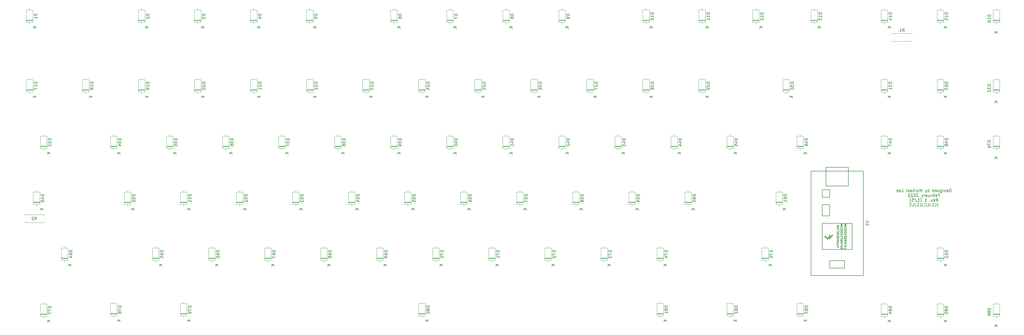
<source format=gbr>
%TF.GenerationSoftware,KiCad,Pcbnew,(6.0.2)*%
%TF.CreationDate,2022-02-20T23:43:42-05:00*%
%TF.ProjectId,TKL,544b4c2e-6b69-4636-9164-5f7063625858,rev?*%
%TF.SameCoordinates,Original*%
%TF.FileFunction,Legend,Bot*%
%TF.FilePolarity,Positive*%
%FSLAX46Y46*%
G04 Gerber Fmt 4.6, Leading zero omitted, Abs format (unit mm)*
G04 Created by KiCad (PCBNEW (6.0.2)) date 2022-02-20 23:43:42*
%MOMM*%
%LPD*%
G01*
G04 APERTURE LIST*
%ADD10C,0.150000*%
%ADD11C,0.100000*%
%ADD12C,0.120000*%
G04 APERTURE END LIST*
D10*
X362409227Y-151231131D02*
X362409227Y-150231131D01*
X362171131Y-150231131D01*
X362028274Y-150278751D01*
X361933036Y-150373989D01*
X361885417Y-150469227D01*
X361837798Y-150659703D01*
X361837798Y-150802560D01*
X361885417Y-150993036D01*
X361933036Y-151088274D01*
X362028274Y-151183512D01*
X362171131Y-151231131D01*
X362409227Y-151231131D01*
X361028274Y-151183512D02*
X361123512Y-151231131D01*
X361313989Y-151231131D01*
X361409227Y-151183512D01*
X361456846Y-151088274D01*
X361456846Y-150707322D01*
X361409227Y-150612084D01*
X361313989Y-150564465D01*
X361123512Y-150564465D01*
X361028274Y-150612084D01*
X360980655Y-150707322D01*
X360980655Y-150802560D01*
X361456846Y-150897798D01*
X360599703Y-151183512D02*
X360504465Y-151231131D01*
X360313989Y-151231131D01*
X360218751Y-151183512D01*
X360171131Y-151088274D01*
X360171131Y-151040655D01*
X360218751Y-150945417D01*
X360313989Y-150897798D01*
X360456846Y-150897798D01*
X360552084Y-150850179D01*
X360599703Y-150754941D01*
X360599703Y-150707322D01*
X360552084Y-150612084D01*
X360456846Y-150564465D01*
X360313989Y-150564465D01*
X360218751Y-150612084D01*
X359742560Y-151231131D02*
X359742560Y-150564465D01*
X359742560Y-150231131D02*
X359790179Y-150278751D01*
X359742560Y-150326370D01*
X359694941Y-150278751D01*
X359742560Y-150231131D01*
X359742560Y-150326370D01*
X358837798Y-150564465D02*
X358837798Y-151373989D01*
X358885417Y-151469227D01*
X358933036Y-151516846D01*
X359028274Y-151564465D01*
X359171131Y-151564465D01*
X359266370Y-151516846D01*
X358837798Y-151183512D02*
X358933036Y-151231131D01*
X359123512Y-151231131D01*
X359218751Y-151183512D01*
X359266370Y-151135893D01*
X359313989Y-151040655D01*
X359313989Y-150754941D01*
X359266370Y-150659703D01*
X359218751Y-150612084D01*
X359123512Y-150564465D01*
X358933036Y-150564465D01*
X358837798Y-150612084D01*
X358361608Y-150564465D02*
X358361608Y-151231131D01*
X358361608Y-150659703D02*
X358313989Y-150612084D01*
X358218751Y-150564465D01*
X358075893Y-150564465D01*
X357980655Y-150612084D01*
X357933036Y-150707322D01*
X357933036Y-151231131D01*
X357075893Y-151183512D02*
X357171131Y-151231131D01*
X357361608Y-151231131D01*
X357456846Y-151183512D01*
X357504465Y-151088274D01*
X357504465Y-150707322D01*
X357456846Y-150612084D01*
X357361608Y-150564465D01*
X357171131Y-150564465D01*
X357075893Y-150612084D01*
X357028274Y-150707322D01*
X357028274Y-150802560D01*
X357504465Y-150897798D01*
X356171131Y-151231131D02*
X356171131Y-150231131D01*
X356171131Y-151183512D02*
X356266370Y-151231131D01*
X356456846Y-151231131D01*
X356552084Y-151183512D01*
X356599703Y-151135893D01*
X356647322Y-151040655D01*
X356647322Y-150754941D01*
X356599703Y-150659703D01*
X356552084Y-150612084D01*
X356456846Y-150564465D01*
X356266370Y-150564465D01*
X356171131Y-150612084D01*
X354933036Y-151231131D02*
X354933036Y-150231131D01*
X354933036Y-150612084D02*
X354837798Y-150564465D01*
X354647322Y-150564465D01*
X354552084Y-150612084D01*
X354504465Y-150659703D01*
X354456846Y-150754941D01*
X354456846Y-151040655D01*
X354504465Y-151135893D01*
X354552084Y-151183512D01*
X354647322Y-151231131D01*
X354837798Y-151231131D01*
X354933036Y-151183512D01*
X354123512Y-150564465D02*
X353885417Y-151231131D01*
X353647322Y-150564465D02*
X353885417Y-151231131D01*
X353980655Y-151469227D01*
X354028274Y-151516846D01*
X354123512Y-151564465D01*
X352504465Y-151231131D02*
X352504465Y-150231131D01*
X352171131Y-150945417D01*
X351837798Y-150231131D01*
X351837798Y-151231131D01*
X351361608Y-151231131D02*
X351361608Y-150564465D01*
X351361608Y-150231131D02*
X351409227Y-150278751D01*
X351361608Y-150326370D01*
X351313989Y-150278751D01*
X351361608Y-150231131D01*
X351361608Y-150326370D01*
X350456846Y-151183512D02*
X350552084Y-151231131D01*
X350742560Y-151231131D01*
X350837798Y-151183512D01*
X350885417Y-151135893D01*
X350933036Y-151040655D01*
X350933036Y-150754941D01*
X350885417Y-150659703D01*
X350837798Y-150612084D01*
X350742560Y-150564465D01*
X350552084Y-150564465D01*
X350456846Y-150612084D01*
X350028274Y-151231131D02*
X350028274Y-150231131D01*
X349599703Y-151231131D02*
X349599703Y-150707322D01*
X349647322Y-150612084D01*
X349742560Y-150564465D01*
X349885417Y-150564465D01*
X349980655Y-150612084D01*
X350028274Y-150659703D01*
X348694941Y-151231131D02*
X348694941Y-150707322D01*
X348742560Y-150612084D01*
X348837798Y-150564465D01*
X349028274Y-150564465D01*
X349123512Y-150612084D01*
X348694941Y-151183512D02*
X348790179Y-151231131D01*
X349028274Y-151231131D01*
X349123512Y-151183512D01*
X349171131Y-151088274D01*
X349171131Y-150993036D01*
X349123512Y-150897798D01*
X349028274Y-150850179D01*
X348790179Y-150850179D01*
X348694941Y-150802560D01*
X347837798Y-151183512D02*
X347933036Y-151231131D01*
X348123512Y-151231131D01*
X348218751Y-151183512D01*
X348266370Y-151088274D01*
X348266370Y-150707322D01*
X348218751Y-150612084D01*
X348123512Y-150564465D01*
X347933036Y-150564465D01*
X347837798Y-150612084D01*
X347790179Y-150707322D01*
X347790179Y-150802560D01*
X348266370Y-150897798D01*
X347218751Y-151231131D02*
X347313989Y-151183512D01*
X347361608Y-151088274D01*
X347361608Y-150231131D01*
X345599703Y-151231131D02*
X346075893Y-151231131D01*
X346075893Y-150231131D01*
X344885417Y-151183512D02*
X344980655Y-151231131D01*
X345171131Y-151231131D01*
X345266370Y-151183512D01*
X345313989Y-151088274D01*
X345313989Y-150707322D01*
X345266370Y-150612084D01*
X345171131Y-150564465D01*
X344980655Y-150564465D01*
X344885417Y-150612084D01*
X344837798Y-150707322D01*
X344837798Y-150802560D01*
X345313989Y-150897798D01*
X344028274Y-151183512D02*
X344123512Y-151231131D01*
X344313989Y-151231131D01*
X344409227Y-151183512D01*
X344456846Y-151088274D01*
X344456846Y-150707322D01*
X344409227Y-150612084D01*
X344313989Y-150564465D01*
X344123512Y-150564465D01*
X344028274Y-150612084D01*
X343980655Y-150707322D01*
X343980655Y-150802560D01*
X344456846Y-150897798D01*
X358147322Y-152317322D02*
X358480655Y-152317322D01*
X358480655Y-152841131D02*
X358480655Y-151841131D01*
X358004465Y-151841131D01*
X357242560Y-152793512D02*
X357337798Y-152841131D01*
X357528274Y-152841131D01*
X357623512Y-152793512D01*
X357671131Y-152698274D01*
X357671131Y-152317322D01*
X357623512Y-152222084D01*
X357528274Y-152174465D01*
X357337798Y-152174465D01*
X357242560Y-152222084D01*
X357194941Y-152317322D01*
X357194941Y-152412560D01*
X357671131Y-152507798D01*
X356766370Y-152841131D02*
X356766370Y-151841131D01*
X356766370Y-152222084D02*
X356671131Y-152174465D01*
X356480655Y-152174465D01*
X356385417Y-152222084D01*
X356337798Y-152269703D01*
X356290179Y-152364941D01*
X356290179Y-152650655D01*
X356337798Y-152745893D01*
X356385417Y-152793512D01*
X356480655Y-152841131D01*
X356671131Y-152841131D01*
X356766370Y-152793512D01*
X355861608Y-152841131D02*
X355861608Y-152174465D01*
X355861608Y-152364941D02*
X355813989Y-152269703D01*
X355766370Y-152222084D01*
X355671131Y-152174465D01*
X355575893Y-152174465D01*
X354813989Y-152174465D02*
X354813989Y-152841131D01*
X355242560Y-152174465D02*
X355242560Y-152698274D01*
X355194941Y-152793512D01*
X355099703Y-152841131D01*
X354956846Y-152841131D01*
X354861608Y-152793512D01*
X354813989Y-152745893D01*
X353909227Y-152841131D02*
X353909227Y-152317322D01*
X353956846Y-152222084D01*
X354052084Y-152174465D01*
X354242560Y-152174465D01*
X354337798Y-152222084D01*
X353909227Y-152793512D02*
X354004465Y-152841131D01*
X354242560Y-152841131D01*
X354337798Y-152793512D01*
X354385417Y-152698274D01*
X354385417Y-152603036D01*
X354337798Y-152507798D01*
X354242560Y-152460179D01*
X354004465Y-152460179D01*
X353909227Y-152412560D01*
X353433036Y-152841131D02*
X353433036Y-152174465D01*
X353433036Y-152364941D02*
X353385417Y-152269703D01*
X353337798Y-152222084D01*
X353242560Y-152174465D01*
X353147322Y-152174465D01*
X352909227Y-152174465D02*
X352671131Y-152841131D01*
X352433036Y-152174465D02*
X352671131Y-152841131D01*
X352766370Y-153079227D01*
X352813989Y-153126846D01*
X352909227Y-153174465D01*
X351337798Y-151936370D02*
X351290179Y-151888751D01*
X351194941Y-151841131D01*
X350956846Y-151841131D01*
X350861608Y-151888751D01*
X350813989Y-151936370D01*
X350766370Y-152031608D01*
X350766370Y-152126846D01*
X350813989Y-152269703D01*
X351385417Y-152841131D01*
X350766370Y-152841131D01*
X350147322Y-151841131D02*
X350052084Y-151841131D01*
X349956846Y-151888751D01*
X349909227Y-151936370D01*
X349861608Y-152031608D01*
X349813989Y-152222084D01*
X349813989Y-152460179D01*
X349861608Y-152650655D01*
X349909227Y-152745893D01*
X349956846Y-152793512D01*
X350052084Y-152841131D01*
X350147322Y-152841131D01*
X350242560Y-152793512D01*
X350290179Y-152745893D01*
X350337798Y-152650655D01*
X350385417Y-152460179D01*
X350385417Y-152222084D01*
X350337798Y-152031608D01*
X350290179Y-151936370D01*
X350242560Y-151888751D01*
X350147322Y-151841131D01*
X349433036Y-151936370D02*
X349385417Y-151888751D01*
X349290179Y-151841131D01*
X349052084Y-151841131D01*
X348956846Y-151888751D01*
X348909227Y-151936370D01*
X348861608Y-152031608D01*
X348861608Y-152126846D01*
X348909227Y-152269703D01*
X349480655Y-152841131D01*
X348861608Y-152841131D01*
X348480655Y-151936370D02*
X348433036Y-151888751D01*
X348337798Y-151841131D01*
X348099703Y-151841131D01*
X348004465Y-151888751D01*
X347956846Y-151936370D01*
X347909227Y-152031608D01*
X347909227Y-152126846D01*
X347956846Y-152269703D01*
X348528274Y-152841131D01*
X347909227Y-152841131D01*
X357337798Y-154451131D02*
X357671131Y-153974941D01*
X357909227Y-154451131D02*
X357909227Y-153451131D01*
X357528274Y-153451131D01*
X357433036Y-153498751D01*
X357385417Y-153546370D01*
X357337798Y-153641608D01*
X357337798Y-153784465D01*
X357385417Y-153879703D01*
X357433036Y-153927322D01*
X357528274Y-153974941D01*
X357909227Y-153974941D01*
X356528274Y-154403512D02*
X356623512Y-154451131D01*
X356813989Y-154451131D01*
X356909227Y-154403512D01*
X356956846Y-154308274D01*
X356956846Y-153927322D01*
X356909227Y-153832084D01*
X356813989Y-153784465D01*
X356623512Y-153784465D01*
X356528274Y-153832084D01*
X356480655Y-153927322D01*
X356480655Y-154022560D01*
X356956846Y-154117798D01*
X356147322Y-153784465D02*
X355909227Y-154451131D01*
X355671131Y-153784465D01*
X355290179Y-154355893D02*
X355242560Y-154403512D01*
X355290179Y-154451131D01*
X355337798Y-154403512D01*
X355290179Y-154355893D01*
X355290179Y-154451131D01*
X353528274Y-154451131D02*
X354099703Y-154451131D01*
X353813989Y-154451131D02*
X353813989Y-153451131D01*
X353909227Y-153593989D01*
X354004465Y-153689227D01*
X354099703Y-153736846D01*
X352052084Y-154832084D02*
X352099703Y-154784465D01*
X352194941Y-154641608D01*
X352242560Y-154546370D01*
X352290179Y-154403512D01*
X352337798Y-154165417D01*
X352337798Y-153974941D01*
X352290179Y-153736846D01*
X352242560Y-153593989D01*
X352194941Y-153498751D01*
X352099703Y-153355893D01*
X352052084Y-153308274D01*
X351147322Y-154451131D02*
X351718751Y-154451131D01*
X351433036Y-154451131D02*
X351433036Y-153451131D01*
X351528274Y-153593989D01*
X351623512Y-153689227D01*
X351718751Y-153736846D01*
X350004465Y-153403512D02*
X350861608Y-154689227D01*
X349194941Y-153451131D02*
X349671131Y-153451131D01*
X349718751Y-153927322D01*
X349671131Y-153879703D01*
X349575893Y-153832084D01*
X349337798Y-153832084D01*
X349242560Y-153879703D01*
X349194941Y-153927322D01*
X349147322Y-154022560D01*
X349147322Y-154260655D01*
X349194941Y-154355893D01*
X349242560Y-154403512D01*
X349337798Y-154451131D01*
X349575893Y-154451131D01*
X349671131Y-154403512D01*
X349718751Y-154355893D01*
X348813989Y-154832084D02*
X348766370Y-154784465D01*
X348671131Y-154641608D01*
X348623512Y-154546370D01*
X348575893Y-154403512D01*
X348528274Y-154165417D01*
X348528274Y-153974941D01*
X348575893Y-153736846D01*
X348623512Y-153593989D01*
X348671131Y-153498751D01*
X348766370Y-153355893D01*
X348813989Y-153308274D01*
X357837798Y-155061131D02*
X357837798Y-155775417D01*
X357885417Y-155918274D01*
X357980655Y-156013512D01*
X358123512Y-156061131D01*
X358218751Y-156061131D01*
X356885417Y-156061131D02*
X357361608Y-156061131D01*
X357361608Y-155061131D01*
X355980655Y-155965893D02*
X356028274Y-156013512D01*
X356171131Y-156061131D01*
X356266370Y-156061131D01*
X356409227Y-156013512D01*
X356504465Y-155918274D01*
X356552084Y-155823036D01*
X356599703Y-155632560D01*
X356599703Y-155489703D01*
X356552084Y-155299227D01*
X356504465Y-155203989D01*
X356409227Y-155108751D01*
X356266370Y-155061131D01*
X356171131Y-155061131D01*
X356028274Y-155108751D01*
X355980655Y-155156370D01*
X355266370Y-155061131D02*
X355266370Y-155775417D01*
X355313989Y-155918274D01*
X355409227Y-156013512D01*
X355552084Y-156061131D01*
X355647322Y-156061131D01*
X354313989Y-156061131D02*
X354790179Y-156061131D01*
X354790179Y-155061131D01*
X353409227Y-155965893D02*
X353456846Y-156013512D01*
X353599703Y-156061131D01*
X353694941Y-156061131D01*
X353837798Y-156013512D01*
X353933036Y-155918274D01*
X353980655Y-155823036D01*
X354028274Y-155632560D01*
X354028274Y-155489703D01*
X353980655Y-155299227D01*
X353933036Y-155203989D01*
X353837798Y-155108751D01*
X353694941Y-155061131D01*
X353599703Y-155061131D01*
X353456846Y-155108751D01*
X353409227Y-155156370D01*
X352694941Y-155061131D02*
X352694941Y-155775417D01*
X352742560Y-155918274D01*
X352837798Y-156013512D01*
X352980655Y-156061131D01*
X353075893Y-156061131D01*
X351742560Y-156061131D02*
X352218751Y-156061131D01*
X352218751Y-155061131D01*
X350837798Y-155965893D02*
X350885417Y-156013512D01*
X351028274Y-156061131D01*
X351123512Y-156061131D01*
X351266370Y-156013512D01*
X351361608Y-155918274D01*
X351409227Y-155823036D01*
X351456846Y-155632560D01*
X351456846Y-155489703D01*
X351409227Y-155299227D01*
X351361608Y-155203989D01*
X351266370Y-155108751D01*
X351123512Y-155061131D01*
X351028274Y-155061131D01*
X350885417Y-155108751D01*
X350837798Y-155156370D01*
X350123512Y-155061131D02*
X350123512Y-155775417D01*
X350171131Y-155918274D01*
X350266370Y-156013512D01*
X350409227Y-156061131D01*
X350504465Y-156061131D01*
X349171131Y-156061131D02*
X349647322Y-156061131D01*
X349647322Y-155061131D01*
X348266370Y-155965893D02*
X348313989Y-156013512D01*
X348456846Y-156061131D01*
X348552084Y-156061131D01*
X348694941Y-156013512D01*
X348790179Y-155918274D01*
X348837798Y-155823036D01*
X348885417Y-155632560D01*
X348885417Y-155489703D01*
X348837798Y-155299227D01*
X348790179Y-155203989D01*
X348694941Y-155108751D01*
X348552084Y-155061131D01*
X348456846Y-155061131D01*
X348313989Y-155108751D01*
X348266370Y-155156370D01*
%TO.C,U1*%
X333398881Y-161163096D02*
X334208405Y-161163096D01*
X334303643Y-161210715D01*
X334351262Y-161258334D01*
X334398881Y-161353572D01*
X334398881Y-161544048D01*
X334351262Y-161639286D01*
X334303643Y-161686905D01*
X334208405Y-161734524D01*
X333398881Y-161734524D01*
X334398881Y-162734524D02*
X334398881Y-162163096D01*
X334398881Y-162448810D02*
X333398881Y-162448810D01*
X333541739Y-162353572D01*
X333636977Y-162258334D01*
X333684596Y-162163096D01*
X326897167Y-162153334D02*
X326197167Y-162153334D01*
X326697167Y-162386667D01*
X326197167Y-162620001D01*
X326897167Y-162620001D01*
X326897167Y-162953334D02*
X326197167Y-162953334D01*
X326897167Y-163353334D02*
X326497167Y-163053334D01*
X326197167Y-163353334D02*
X326597167Y-162953334D01*
X326263834Y-163620001D02*
X326230501Y-163653334D01*
X326197167Y-163720001D01*
X326197167Y-163886667D01*
X326230501Y-163953334D01*
X326263834Y-163986667D01*
X326330501Y-164020001D01*
X326397167Y-164020001D01*
X326497167Y-163986667D01*
X326897167Y-163586667D01*
X326897167Y-164020001D01*
X326197167Y-164453334D02*
X326197167Y-164520001D01*
X326230501Y-164586667D01*
X326263834Y-164620001D01*
X326330501Y-164653334D01*
X326463834Y-164686667D01*
X326630501Y-164686667D01*
X326763834Y-164653334D01*
X326830501Y-164620001D01*
X326863834Y-164586667D01*
X326897167Y-164520001D01*
X326897167Y-164453334D01*
X326863834Y-164386667D01*
X326830501Y-164353334D01*
X326763834Y-164320001D01*
X326630501Y-164286667D01*
X326463834Y-164286667D01*
X326330501Y-164320001D01*
X326263834Y-164353334D01*
X326230501Y-164386667D01*
X326197167Y-164453334D01*
X326897167Y-164986667D02*
X326197167Y-164986667D01*
X326197167Y-165153334D01*
X326230501Y-165253334D01*
X326297167Y-165320001D01*
X326363834Y-165353334D01*
X326497167Y-165386667D01*
X326597167Y-165386667D01*
X326730501Y-165353334D01*
X326797167Y-165320001D01*
X326863834Y-165253334D01*
X326897167Y-165153334D01*
X326897167Y-164986667D01*
X326197167Y-165620001D02*
X326897167Y-166086667D01*
X326197167Y-166086667D02*
X326897167Y-165620001D01*
X326263834Y-166320001D02*
X326230501Y-166353334D01*
X326197167Y-166420001D01*
X326197167Y-166586667D01*
X326230501Y-166653334D01*
X326263834Y-166686667D01*
X326330501Y-166720001D01*
X326397167Y-166720001D01*
X326497167Y-166686667D01*
X326897167Y-166286667D01*
X326897167Y-166720001D01*
X326197167Y-167353334D02*
X326197167Y-167020001D01*
X326530501Y-166986667D01*
X326497167Y-167020001D01*
X326463834Y-167086667D01*
X326463834Y-167253334D01*
X326497167Y-167320001D01*
X326530501Y-167353334D01*
X326597167Y-167386667D01*
X326763834Y-167386667D01*
X326830501Y-167353334D01*
X326863834Y-167320001D01*
X326897167Y-167253334D01*
X326897167Y-167086667D01*
X326863834Y-167020001D01*
X326830501Y-166986667D01*
X326197167Y-167986667D02*
X326197167Y-167853334D01*
X326230501Y-167786667D01*
X326263834Y-167753334D01*
X326363834Y-167686667D01*
X326497167Y-167653334D01*
X326763834Y-167653334D01*
X326830501Y-167686667D01*
X326863834Y-167720001D01*
X326897167Y-167786667D01*
X326897167Y-167920001D01*
X326863834Y-167986667D01*
X326830501Y-168020001D01*
X326763834Y-168053334D01*
X326597167Y-168053334D01*
X326530501Y-168020001D01*
X326497167Y-167986667D01*
X326463834Y-167920001D01*
X326463834Y-167786667D01*
X326497167Y-167720001D01*
X326530501Y-167686667D01*
X326597167Y-167653334D01*
X326197167Y-168253334D02*
X326897167Y-168486667D01*
X326197167Y-168720001D01*
X326897167Y-169286667D02*
X326897167Y-168953334D01*
X326197167Y-168953334D01*
X326897167Y-169520001D02*
X326197167Y-169520001D01*
X326530501Y-169520001D02*
X326530501Y-169920001D01*
X326897167Y-169920001D02*
X326197167Y-169920001D01*
X326197167Y-170186667D02*
X326197167Y-170653334D01*
X326897167Y-170353334D01*
X324357167Y-162636667D02*
X323657167Y-162636667D01*
X324157167Y-162870001D01*
X323657167Y-163103334D01*
X324357167Y-163103334D01*
X324357167Y-163436667D02*
X323657167Y-163436667D01*
X324357167Y-163836667D02*
X323957167Y-163536667D01*
X323657167Y-163836667D02*
X324057167Y-163436667D01*
X324357167Y-164470001D02*
X324357167Y-164136667D01*
X323657167Y-164136667D01*
X323723834Y-164670001D02*
X323690501Y-164703334D01*
X323657167Y-164770001D01*
X323657167Y-164936667D01*
X323690501Y-165003334D01*
X323723834Y-165036667D01*
X323790501Y-165070001D01*
X323857167Y-165070001D01*
X323957167Y-165036667D01*
X324357167Y-164636667D01*
X324357167Y-165070001D01*
X323657167Y-165670001D02*
X323657167Y-165536667D01*
X323690501Y-165470001D01*
X323723834Y-165436667D01*
X323823834Y-165370001D01*
X323957167Y-165336667D01*
X324223834Y-165336667D01*
X324290501Y-165370001D01*
X324323834Y-165403334D01*
X324357167Y-165470001D01*
X324357167Y-165603334D01*
X324323834Y-165670001D01*
X324290501Y-165703334D01*
X324223834Y-165736667D01*
X324057167Y-165736667D01*
X323990501Y-165703334D01*
X323957167Y-165670001D01*
X323923834Y-165603334D01*
X323923834Y-165470001D01*
X323957167Y-165403334D01*
X323990501Y-165370001D01*
X324057167Y-165336667D01*
X323657167Y-165970001D02*
X323657167Y-166436667D01*
X324357167Y-165970001D01*
X324357167Y-166436667D01*
X323657167Y-167003334D02*
X323657167Y-166870001D01*
X323690501Y-166803334D01*
X323723834Y-166770001D01*
X323823834Y-166703334D01*
X323957167Y-166670001D01*
X324223834Y-166670001D01*
X324290501Y-166703334D01*
X324323834Y-166736667D01*
X324357167Y-166803334D01*
X324357167Y-166936667D01*
X324323834Y-167003334D01*
X324290501Y-167036667D01*
X324223834Y-167070001D01*
X324057167Y-167070001D01*
X323990501Y-167036667D01*
X323957167Y-167003334D01*
X323923834Y-166936667D01*
X323923834Y-166803334D01*
X323957167Y-166736667D01*
X323990501Y-166703334D01*
X324057167Y-166670001D01*
X323890501Y-167670001D02*
X324357167Y-167670001D01*
X323623834Y-167503334D02*
X324123834Y-167336667D01*
X324123834Y-167770001D01*
X323657167Y-167936667D02*
X324357167Y-168170001D01*
X323657167Y-168403334D01*
X323990501Y-168870001D02*
X323990501Y-168636667D01*
X324357167Y-168636667D02*
X323657167Y-168636667D01*
X323657167Y-168970001D01*
X323657167Y-169136667D02*
X323657167Y-169536667D01*
X324357167Y-169336667D02*
X323657167Y-169336667D01*
X323890501Y-170070001D02*
X324357167Y-170070001D01*
X323623834Y-169903334D02*
X324123834Y-169736667D01*
X324123834Y-170170001D01*
X325627167Y-162153334D02*
X324927167Y-162153334D01*
X325427167Y-162386667D01*
X324927167Y-162620001D01*
X325627167Y-162620001D01*
X325627167Y-162953334D02*
X324927167Y-162953334D01*
X325627167Y-163353334D02*
X325227167Y-163053334D01*
X324927167Y-163353334D02*
X325327167Y-162953334D01*
X324993834Y-163620001D02*
X324960501Y-163653334D01*
X324927167Y-163720001D01*
X324927167Y-163886667D01*
X324960501Y-163953334D01*
X324993834Y-163986667D01*
X325060501Y-164020001D01*
X325127167Y-164020001D01*
X325227167Y-163986667D01*
X325627167Y-163586667D01*
X325627167Y-164020001D01*
X324927167Y-164453334D02*
X324927167Y-164520001D01*
X324960501Y-164586667D01*
X324993834Y-164620001D01*
X325060501Y-164653334D01*
X325193834Y-164686667D01*
X325360501Y-164686667D01*
X325493834Y-164653334D01*
X325560501Y-164620001D01*
X325593834Y-164586667D01*
X325627167Y-164520001D01*
X325627167Y-164453334D01*
X325593834Y-164386667D01*
X325560501Y-164353334D01*
X325493834Y-164320001D01*
X325360501Y-164286667D01*
X325193834Y-164286667D01*
X325060501Y-164320001D01*
X324993834Y-164353334D01*
X324960501Y-164386667D01*
X324927167Y-164453334D01*
X325627167Y-164986667D02*
X324927167Y-164986667D01*
X324927167Y-165153334D01*
X324960501Y-165253334D01*
X325027167Y-165320001D01*
X325093834Y-165353334D01*
X325227167Y-165386667D01*
X325327167Y-165386667D01*
X325460501Y-165353334D01*
X325527167Y-165320001D01*
X325593834Y-165253334D01*
X325627167Y-165153334D01*
X325627167Y-164986667D01*
X324927167Y-165620001D02*
X325627167Y-166086667D01*
X324927167Y-166086667D02*
X325627167Y-165620001D01*
X325627167Y-166720001D02*
X325627167Y-166320001D01*
X325627167Y-166520001D02*
X324927167Y-166520001D01*
X325027167Y-166453334D01*
X325093834Y-166386667D01*
X325127167Y-166320001D01*
X324993834Y-166986667D02*
X324960501Y-167020001D01*
X324927167Y-167086667D01*
X324927167Y-167253334D01*
X324960501Y-167320001D01*
X324993834Y-167353334D01*
X325060501Y-167386667D01*
X325127167Y-167386667D01*
X325227167Y-167353334D01*
X325627167Y-166953334D01*
X325627167Y-167386667D01*
X325227167Y-167786667D02*
X325193834Y-167720001D01*
X325160501Y-167686667D01*
X325093834Y-167653334D01*
X325060501Y-167653334D01*
X324993834Y-167686667D01*
X324960501Y-167720001D01*
X324927167Y-167786667D01*
X324927167Y-167920001D01*
X324960501Y-167986667D01*
X324993834Y-168020001D01*
X325060501Y-168053334D01*
X325093834Y-168053334D01*
X325160501Y-168020001D01*
X325193834Y-167986667D01*
X325227167Y-167920001D01*
X325227167Y-167786667D01*
X325260501Y-167720001D01*
X325293834Y-167686667D01*
X325360501Y-167653334D01*
X325493834Y-167653334D01*
X325560501Y-167686667D01*
X325593834Y-167720001D01*
X325627167Y-167786667D01*
X325627167Y-167920001D01*
X325593834Y-167986667D01*
X325560501Y-168020001D01*
X325493834Y-168053334D01*
X325360501Y-168053334D01*
X325293834Y-168020001D01*
X325260501Y-167986667D01*
X325227167Y-167920001D01*
X324927167Y-168253334D02*
X325627167Y-168486667D01*
X324927167Y-168720001D01*
X325627167Y-169286667D02*
X325627167Y-168953334D01*
X324927167Y-168953334D01*
X325627167Y-169520001D02*
X324927167Y-169520001D01*
X325260501Y-169520001D02*
X325260501Y-169920001D01*
X325627167Y-169920001D02*
X324927167Y-169920001D01*
X324927167Y-170586667D02*
X324927167Y-170253334D01*
X325260501Y-170220001D01*
X325227167Y-170253334D01*
X325193834Y-170320001D01*
X325193834Y-170486667D01*
X325227167Y-170553334D01*
X325260501Y-170586667D01*
X325327167Y-170620001D01*
X325493834Y-170620001D01*
X325560501Y-170586667D01*
X325593834Y-170553334D01*
X325627167Y-170486667D01*
X325627167Y-170320001D01*
X325593834Y-170253334D01*
X325560501Y-170220001D01*
%TO.C,D39*%
X175609881Y-133088215D02*
X174609881Y-133088215D01*
X174609881Y-133326310D01*
X174657501Y-133469167D01*
X174752739Y-133564405D01*
X174847977Y-133612024D01*
X175038453Y-133659643D01*
X175181310Y-133659643D01*
X175371786Y-133612024D01*
X175467024Y-133564405D01*
X175562262Y-133469167D01*
X175609881Y-133326310D01*
X175609881Y-133088215D01*
X174609881Y-133992977D02*
X174609881Y-134612024D01*
X174990834Y-134278691D01*
X174990834Y-134421548D01*
X175038453Y-134516786D01*
X175086072Y-134564405D01*
X175181310Y-134612024D01*
X175419405Y-134612024D01*
X175514643Y-134564405D01*
X175562262Y-134516786D01*
X175609881Y-134421548D01*
X175609881Y-134135834D01*
X175562262Y-134040596D01*
X175514643Y-133992977D01*
X175609881Y-135088215D02*
X175609881Y-135278691D01*
X175562262Y-135373929D01*
X175514643Y-135421548D01*
X175371786Y-135516786D01*
X175181310Y-135564405D01*
X174800358Y-135564405D01*
X174705120Y-135516786D01*
X174657501Y-135469167D01*
X174609881Y-135373929D01*
X174609881Y-135183453D01*
X174657501Y-135088215D01*
X174705120Y-135040596D01*
X174800358Y-134992977D01*
X175038453Y-134992977D01*
X175133691Y-135040596D01*
X175181310Y-135088215D01*
X175228929Y-135183453D01*
X175228929Y-135373929D01*
X175181310Y-135469167D01*
X175133691Y-135516786D01*
X175038453Y-135564405D01*
X175289881Y-137850596D02*
X174289881Y-137850596D01*
X175289881Y-138422024D02*
X174718453Y-137993453D01*
X174289881Y-138422024D02*
X174861310Y-137850596D01*
%TO.C,D36*%
X118459881Y-133088215D02*
X117459881Y-133088215D01*
X117459881Y-133326310D01*
X117507501Y-133469167D01*
X117602739Y-133564405D01*
X117697977Y-133612024D01*
X117888453Y-133659643D01*
X118031310Y-133659643D01*
X118221786Y-133612024D01*
X118317024Y-133564405D01*
X118412262Y-133469167D01*
X118459881Y-133326310D01*
X118459881Y-133088215D01*
X117459881Y-133992977D02*
X117459881Y-134612024D01*
X117840834Y-134278691D01*
X117840834Y-134421548D01*
X117888453Y-134516786D01*
X117936072Y-134564405D01*
X118031310Y-134612024D01*
X118269405Y-134612024D01*
X118364643Y-134564405D01*
X118412262Y-134516786D01*
X118459881Y-134421548D01*
X118459881Y-134135834D01*
X118412262Y-134040596D01*
X118364643Y-133992977D01*
X117459881Y-135469167D02*
X117459881Y-135278691D01*
X117507501Y-135183453D01*
X117555120Y-135135834D01*
X117697977Y-135040596D01*
X117888453Y-134992977D01*
X118269405Y-134992977D01*
X118364643Y-135040596D01*
X118412262Y-135088215D01*
X118459881Y-135183453D01*
X118459881Y-135373929D01*
X118412262Y-135469167D01*
X118364643Y-135516786D01*
X118269405Y-135564405D01*
X118031310Y-135564405D01*
X117936072Y-135516786D01*
X117888453Y-135469167D01*
X117840834Y-135373929D01*
X117840834Y-135183453D01*
X117888453Y-135088215D01*
X117936072Y-135040596D01*
X118031310Y-134992977D01*
X118139881Y-137850596D02*
X117139881Y-137850596D01*
X118139881Y-138422024D02*
X117568453Y-137993453D01*
X117139881Y-138422024D02*
X117711310Y-137850596D01*
%TO.C,D24*%
X185134881Y-113879465D02*
X184134881Y-113879465D01*
X184134881Y-114117560D01*
X184182501Y-114260417D01*
X184277739Y-114355655D01*
X184372977Y-114403274D01*
X184563453Y-114450893D01*
X184706310Y-114450893D01*
X184896786Y-114403274D01*
X184992024Y-114355655D01*
X185087262Y-114260417D01*
X185134881Y-114117560D01*
X185134881Y-113879465D01*
X184230120Y-114831846D02*
X184182501Y-114879465D01*
X184134881Y-114974703D01*
X184134881Y-115212798D01*
X184182501Y-115308036D01*
X184230120Y-115355655D01*
X184325358Y-115403274D01*
X184420596Y-115403274D01*
X184563453Y-115355655D01*
X185134881Y-114784227D01*
X185134881Y-115403274D01*
X184468215Y-116260417D02*
X185134881Y-116260417D01*
X184087262Y-116022322D02*
X184801548Y-115784227D01*
X184801548Y-116403274D01*
X184814881Y-118641846D02*
X183814881Y-118641846D01*
X184814881Y-119213274D02*
X184243453Y-118784703D01*
X183814881Y-119213274D02*
X184386310Y-118641846D01*
%TO.C,D73*%
X247047381Y-171188215D02*
X246047381Y-171188215D01*
X246047381Y-171426310D01*
X246095001Y-171569167D01*
X246190239Y-171664405D01*
X246285477Y-171712024D01*
X246475953Y-171759643D01*
X246618810Y-171759643D01*
X246809286Y-171712024D01*
X246904524Y-171664405D01*
X246999762Y-171569167D01*
X247047381Y-171426310D01*
X247047381Y-171188215D01*
X246047381Y-172092977D02*
X246047381Y-172759643D01*
X247047381Y-172331072D01*
X246047381Y-173045358D02*
X246047381Y-173664405D01*
X246428334Y-173331072D01*
X246428334Y-173473929D01*
X246475953Y-173569167D01*
X246523572Y-173616786D01*
X246618810Y-173664405D01*
X246856905Y-173664405D01*
X246952143Y-173616786D01*
X246999762Y-173569167D01*
X247047381Y-173473929D01*
X247047381Y-173188215D01*
X246999762Y-173092977D01*
X246952143Y-173045358D01*
X246727381Y-175950596D02*
X245727381Y-175950596D01*
X246727381Y-176522024D02*
X246155953Y-176093453D01*
X245727381Y-176522024D02*
X246298810Y-175950596D01*
%TO.C,D41*%
X213709881Y-133088215D02*
X212709881Y-133088215D01*
X212709881Y-133326310D01*
X212757501Y-133469167D01*
X212852739Y-133564405D01*
X212947977Y-133612024D01*
X213138453Y-133659643D01*
X213281310Y-133659643D01*
X213471786Y-133612024D01*
X213567024Y-133564405D01*
X213662262Y-133469167D01*
X213709881Y-133326310D01*
X213709881Y-133088215D01*
X213043215Y-134516786D02*
X213709881Y-134516786D01*
X212662262Y-134278691D02*
X213376548Y-134040596D01*
X213376548Y-134659643D01*
X213709881Y-135564405D02*
X213709881Y-134992977D01*
X213709881Y-135278691D02*
X212709881Y-135278691D01*
X212852739Y-135183453D01*
X212947977Y-135088215D01*
X212995596Y-134992977D01*
X213389881Y-137850596D02*
X212389881Y-137850596D01*
X213389881Y-138422024D02*
X212818453Y-137993453D01*
X212389881Y-138422024D02*
X212961310Y-137850596D01*
%TO.C,D7*%
X194659881Y-90701905D02*
X193659881Y-90701905D01*
X193659881Y-90940001D01*
X193707501Y-91082858D01*
X193802739Y-91178096D01*
X193897977Y-91225715D01*
X194088453Y-91273334D01*
X194231310Y-91273334D01*
X194421786Y-91225715D01*
X194517024Y-91178096D01*
X194612262Y-91082858D01*
X194659881Y-90940001D01*
X194659881Y-90701905D01*
X193659881Y-91606667D02*
X193659881Y-92273334D01*
X194659881Y-91844762D01*
X194339881Y-94988096D02*
X193339881Y-94988096D01*
X194339881Y-95559524D02*
X193768453Y-95130953D01*
X193339881Y-95559524D02*
X193911310Y-94988096D01*
%TO.C,D28*%
X261334881Y-113879465D02*
X260334881Y-113879465D01*
X260334881Y-114117560D01*
X260382501Y-114260417D01*
X260477739Y-114355655D01*
X260572977Y-114403274D01*
X260763453Y-114450893D01*
X260906310Y-114450893D01*
X261096786Y-114403274D01*
X261192024Y-114355655D01*
X261287262Y-114260417D01*
X261334881Y-114117560D01*
X261334881Y-113879465D01*
X260430120Y-114831846D02*
X260382501Y-114879465D01*
X260334881Y-114974703D01*
X260334881Y-115212798D01*
X260382501Y-115308036D01*
X260430120Y-115355655D01*
X260525358Y-115403274D01*
X260620596Y-115403274D01*
X260763453Y-115355655D01*
X261334881Y-114784227D01*
X261334881Y-115403274D01*
X260763453Y-115974703D02*
X260715834Y-115879465D01*
X260668215Y-115831846D01*
X260572977Y-115784227D01*
X260525358Y-115784227D01*
X260430120Y-115831846D01*
X260382501Y-115879465D01*
X260334881Y-115974703D01*
X260334881Y-116165179D01*
X260382501Y-116260417D01*
X260430120Y-116308036D01*
X260525358Y-116355655D01*
X260572977Y-116355655D01*
X260668215Y-116308036D01*
X260715834Y-116260417D01*
X260763453Y-116165179D01*
X260763453Y-115974703D01*
X260811072Y-115879465D01*
X260858691Y-115831846D01*
X260953929Y-115784227D01*
X261144405Y-115784227D01*
X261239643Y-115831846D01*
X261287262Y-115879465D01*
X261334881Y-115974703D01*
X261334881Y-116165179D01*
X261287262Y-116260417D01*
X261239643Y-116308036D01*
X261144405Y-116355655D01*
X260953929Y-116355655D01*
X260858691Y-116308036D01*
X260811072Y-116260417D01*
X260763453Y-116165179D01*
X261014881Y-118641846D02*
X260014881Y-118641846D01*
X261014881Y-119213274D02*
X260443453Y-118784703D01*
X260014881Y-119213274D02*
X260586310Y-118641846D01*
%TO.C,D57*%
X218472381Y-152138215D02*
X217472381Y-152138215D01*
X217472381Y-152376310D01*
X217520001Y-152519167D01*
X217615239Y-152614405D01*
X217710477Y-152662024D01*
X217900953Y-152709643D01*
X218043810Y-152709643D01*
X218234286Y-152662024D01*
X218329524Y-152614405D01*
X218424762Y-152519167D01*
X218472381Y-152376310D01*
X218472381Y-152138215D01*
X217472381Y-153614405D02*
X217472381Y-153138215D01*
X217948572Y-153090596D01*
X217900953Y-153138215D01*
X217853334Y-153233453D01*
X217853334Y-153471548D01*
X217900953Y-153566786D01*
X217948572Y-153614405D01*
X218043810Y-153662024D01*
X218281905Y-153662024D01*
X218377143Y-153614405D01*
X218424762Y-153566786D01*
X218472381Y-153471548D01*
X218472381Y-153233453D01*
X218424762Y-153138215D01*
X218377143Y-153090596D01*
X217472381Y-153995358D02*
X217472381Y-154662024D01*
X218472381Y-154233453D01*
X218152381Y-156900596D02*
X217152381Y-156900596D01*
X218152381Y-157472024D02*
X217580953Y-157043453D01*
X217152381Y-157472024D02*
X217723810Y-156900596D01*
%TO.C,D21*%
X127984881Y-113879465D02*
X126984881Y-113879465D01*
X126984881Y-114117560D01*
X127032501Y-114260417D01*
X127127739Y-114355655D01*
X127222977Y-114403274D01*
X127413453Y-114450893D01*
X127556310Y-114450893D01*
X127746786Y-114403274D01*
X127842024Y-114355655D01*
X127937262Y-114260417D01*
X127984881Y-114117560D01*
X127984881Y-113879465D01*
X127080120Y-114831846D02*
X127032501Y-114879465D01*
X126984881Y-114974703D01*
X126984881Y-115212798D01*
X127032501Y-115308036D01*
X127080120Y-115355655D01*
X127175358Y-115403274D01*
X127270596Y-115403274D01*
X127413453Y-115355655D01*
X127984881Y-114784227D01*
X127984881Y-115403274D01*
X127984881Y-116355655D02*
X127984881Y-115784227D01*
X127984881Y-116069941D02*
X126984881Y-116069941D01*
X127127739Y-115974703D01*
X127222977Y-115879465D01*
X127270596Y-115784227D01*
X127664881Y-118641846D02*
X126664881Y-118641846D01*
X127664881Y-119213274D02*
X127093453Y-118784703D01*
X126664881Y-119213274D02*
X127236310Y-118641846D01*
%TO.C,D75*%
X301816131Y-171188215D02*
X300816131Y-171188215D01*
X300816131Y-171426310D01*
X300863751Y-171569167D01*
X300958989Y-171664405D01*
X301054227Y-171712024D01*
X301244703Y-171759643D01*
X301387560Y-171759643D01*
X301578036Y-171712024D01*
X301673274Y-171664405D01*
X301768512Y-171569167D01*
X301816131Y-171426310D01*
X301816131Y-171188215D01*
X300816131Y-172092977D02*
X300816131Y-172759643D01*
X301816131Y-172331072D01*
X300816131Y-173616786D02*
X300816131Y-173140596D01*
X301292322Y-173092977D01*
X301244703Y-173140596D01*
X301197084Y-173235834D01*
X301197084Y-173473929D01*
X301244703Y-173569167D01*
X301292322Y-173616786D01*
X301387560Y-173664405D01*
X301625655Y-173664405D01*
X301720893Y-173616786D01*
X301768512Y-173569167D01*
X301816131Y-173473929D01*
X301816131Y-173235834D01*
X301768512Y-173140596D01*
X301720893Y-173092977D01*
X301496131Y-175950596D02*
X300496131Y-175950596D01*
X301496131Y-176522024D02*
X300924703Y-176093453D01*
X300496131Y-176522024D02*
X301067560Y-175950596D01*
%TO.C,D72*%
X227997381Y-171188215D02*
X226997381Y-171188215D01*
X226997381Y-171426310D01*
X227045001Y-171569167D01*
X227140239Y-171664405D01*
X227235477Y-171712024D01*
X227425953Y-171759643D01*
X227568810Y-171759643D01*
X227759286Y-171712024D01*
X227854524Y-171664405D01*
X227949762Y-171569167D01*
X227997381Y-171426310D01*
X227997381Y-171188215D01*
X226997381Y-172092977D02*
X226997381Y-172759643D01*
X227997381Y-172331072D01*
X227092620Y-173092977D02*
X227045001Y-173140596D01*
X226997381Y-173235834D01*
X226997381Y-173473929D01*
X227045001Y-173569167D01*
X227092620Y-173616786D01*
X227187858Y-173664405D01*
X227283096Y-173664405D01*
X227425953Y-173616786D01*
X227997381Y-173045358D01*
X227997381Y-173664405D01*
X227677381Y-175950596D02*
X226677381Y-175950596D01*
X227677381Y-176522024D02*
X227105953Y-176093453D01*
X226677381Y-176522024D02*
X227248810Y-175950596D01*
%TO.C,D37*%
X137509881Y-133088215D02*
X136509881Y-133088215D01*
X136509881Y-133326310D01*
X136557501Y-133469167D01*
X136652739Y-133564405D01*
X136747977Y-133612024D01*
X136938453Y-133659643D01*
X137081310Y-133659643D01*
X137271786Y-133612024D01*
X137367024Y-133564405D01*
X137462262Y-133469167D01*
X137509881Y-133326310D01*
X137509881Y-133088215D01*
X136509881Y-133992977D02*
X136509881Y-134612024D01*
X136890834Y-134278691D01*
X136890834Y-134421548D01*
X136938453Y-134516786D01*
X136986072Y-134564405D01*
X137081310Y-134612024D01*
X137319405Y-134612024D01*
X137414643Y-134564405D01*
X137462262Y-134516786D01*
X137509881Y-134421548D01*
X137509881Y-134135834D01*
X137462262Y-134040596D01*
X137414643Y-133992977D01*
X136509881Y-134945358D02*
X136509881Y-135612024D01*
X137509881Y-135183453D01*
X137189881Y-137850596D02*
X136189881Y-137850596D01*
X137189881Y-138422024D02*
X136618453Y-137993453D01*
X136189881Y-138422024D02*
X136761310Y-137850596D01*
%TO.C,D60*%
X275622381Y-152138215D02*
X274622381Y-152138215D01*
X274622381Y-152376310D01*
X274670001Y-152519167D01*
X274765239Y-152614405D01*
X274860477Y-152662024D01*
X275050953Y-152709643D01*
X275193810Y-152709643D01*
X275384286Y-152662024D01*
X275479524Y-152614405D01*
X275574762Y-152519167D01*
X275622381Y-152376310D01*
X275622381Y-152138215D01*
X274622381Y-153566786D02*
X274622381Y-153376310D01*
X274670001Y-153281072D01*
X274717620Y-153233453D01*
X274860477Y-153138215D01*
X275050953Y-153090596D01*
X275431905Y-153090596D01*
X275527143Y-153138215D01*
X275574762Y-153185834D01*
X275622381Y-153281072D01*
X275622381Y-153471548D01*
X275574762Y-153566786D01*
X275527143Y-153614405D01*
X275431905Y-153662024D01*
X275193810Y-153662024D01*
X275098572Y-153614405D01*
X275050953Y-153566786D01*
X275003334Y-153471548D01*
X275003334Y-153281072D01*
X275050953Y-153185834D01*
X275098572Y-153138215D01*
X275193810Y-153090596D01*
X274622381Y-154281072D02*
X274622381Y-154376310D01*
X274670001Y-154471548D01*
X274717620Y-154519167D01*
X274812858Y-154566786D01*
X275003334Y-154614405D01*
X275241429Y-154614405D01*
X275431905Y-154566786D01*
X275527143Y-154519167D01*
X275574762Y-154471548D01*
X275622381Y-154376310D01*
X275622381Y-154281072D01*
X275574762Y-154185834D01*
X275527143Y-154138215D01*
X275431905Y-154090596D01*
X275241429Y-154042977D01*
X275003334Y-154042977D01*
X274812858Y-154090596D01*
X274717620Y-154138215D01*
X274670001Y-154185834D01*
X274622381Y-154281072D01*
X275302381Y-156900596D02*
X274302381Y-156900596D01*
X275302381Y-157472024D02*
X274730953Y-157043453D01*
X274302381Y-157472024D02*
X274873810Y-156900596D01*
%TO.C,D27*%
X242284881Y-113879465D02*
X241284881Y-113879465D01*
X241284881Y-114117560D01*
X241332501Y-114260417D01*
X241427739Y-114355655D01*
X241522977Y-114403274D01*
X241713453Y-114450893D01*
X241856310Y-114450893D01*
X242046786Y-114403274D01*
X242142024Y-114355655D01*
X242237262Y-114260417D01*
X242284881Y-114117560D01*
X242284881Y-113879465D01*
X241380120Y-114831846D02*
X241332501Y-114879465D01*
X241284881Y-114974703D01*
X241284881Y-115212798D01*
X241332501Y-115308036D01*
X241380120Y-115355655D01*
X241475358Y-115403274D01*
X241570596Y-115403274D01*
X241713453Y-115355655D01*
X242284881Y-114784227D01*
X242284881Y-115403274D01*
X241284881Y-115736608D02*
X241284881Y-116403274D01*
X242284881Y-115974703D01*
X241964881Y-118641846D02*
X240964881Y-118641846D01*
X241964881Y-119213274D02*
X241393453Y-118784703D01*
X240964881Y-119213274D02*
X241536310Y-118641846D01*
%TO.C,D77*%
X56547381Y-190238215D02*
X55547381Y-190238215D01*
X55547381Y-190476310D01*
X55595001Y-190619167D01*
X55690239Y-190714405D01*
X55785477Y-190762024D01*
X55975953Y-190809643D01*
X56118810Y-190809643D01*
X56309286Y-190762024D01*
X56404524Y-190714405D01*
X56499762Y-190619167D01*
X56547381Y-190476310D01*
X56547381Y-190238215D01*
X55547381Y-191142977D02*
X55547381Y-191809643D01*
X56547381Y-191381072D01*
X55547381Y-192095358D02*
X55547381Y-192762024D01*
X56547381Y-192333453D01*
X56227381Y-195000596D02*
X55227381Y-195000596D01*
X56227381Y-195572024D02*
X55655953Y-195143453D01*
X55227381Y-195572024D02*
X55798810Y-195000596D01*
%TO.C,D5*%
X147034881Y-90701905D02*
X146034881Y-90701905D01*
X146034881Y-90940001D01*
X146082501Y-91082858D01*
X146177739Y-91178096D01*
X146272977Y-91225715D01*
X146463453Y-91273334D01*
X146606310Y-91273334D01*
X146796786Y-91225715D01*
X146892024Y-91178096D01*
X146987262Y-91082858D01*
X147034881Y-90940001D01*
X147034881Y-90701905D01*
X146034881Y-92178096D02*
X146034881Y-91701905D01*
X146511072Y-91654286D01*
X146463453Y-91701905D01*
X146415834Y-91797143D01*
X146415834Y-92035239D01*
X146463453Y-92130477D01*
X146511072Y-92178096D01*
X146606310Y-92225715D01*
X146844405Y-92225715D01*
X146939643Y-92178096D01*
X146987262Y-92130477D01*
X147034881Y-92035239D01*
X147034881Y-91797143D01*
X146987262Y-91701905D01*
X146939643Y-91654286D01*
X146714881Y-94988096D02*
X145714881Y-94988096D01*
X146714881Y-95559524D02*
X146143453Y-95130953D01*
X145714881Y-95559524D02*
X146286310Y-94988096D01*
%TO.C,D46*%
X313722381Y-133088215D02*
X312722381Y-133088215D01*
X312722381Y-133326310D01*
X312770001Y-133469167D01*
X312865239Y-133564405D01*
X312960477Y-133612024D01*
X313150953Y-133659643D01*
X313293810Y-133659643D01*
X313484286Y-133612024D01*
X313579524Y-133564405D01*
X313674762Y-133469167D01*
X313722381Y-133326310D01*
X313722381Y-133088215D01*
X313055715Y-134516786D02*
X313722381Y-134516786D01*
X312674762Y-134278691D02*
X313389048Y-134040596D01*
X313389048Y-134659643D01*
X312722381Y-135469167D02*
X312722381Y-135278691D01*
X312770001Y-135183453D01*
X312817620Y-135135834D01*
X312960477Y-135040596D01*
X313150953Y-134992977D01*
X313531905Y-134992977D01*
X313627143Y-135040596D01*
X313674762Y-135088215D01*
X313722381Y-135183453D01*
X313722381Y-135373929D01*
X313674762Y-135469167D01*
X313627143Y-135516786D01*
X313531905Y-135564405D01*
X313293810Y-135564405D01*
X313198572Y-135516786D01*
X313150953Y-135469167D01*
X313103334Y-135373929D01*
X313103334Y-135183453D01*
X313150953Y-135088215D01*
X313198572Y-135040596D01*
X313293810Y-134992977D01*
X313402381Y-137850596D02*
X312402381Y-137850596D01*
X313402381Y-138422024D02*
X312830953Y-137993453D01*
X312402381Y-138422024D02*
X312973810Y-137850596D01*
%TO.C,D86*%
X375896131Y-190873215D02*
X374896131Y-190873215D01*
X374896131Y-191111310D01*
X374943751Y-191254167D01*
X375038989Y-191349405D01*
X375134227Y-191397024D01*
X375324703Y-191444643D01*
X375467560Y-191444643D01*
X375658036Y-191397024D01*
X375753274Y-191349405D01*
X375848512Y-191254167D01*
X375896131Y-191111310D01*
X375896131Y-190873215D01*
X375324703Y-192016072D02*
X375277084Y-191920834D01*
X375229465Y-191873215D01*
X375134227Y-191825596D01*
X375086608Y-191825596D01*
X374991370Y-191873215D01*
X374943751Y-191920834D01*
X374896131Y-192016072D01*
X374896131Y-192206548D01*
X374943751Y-192301786D01*
X374991370Y-192349405D01*
X375086608Y-192397024D01*
X375134227Y-192397024D01*
X375229465Y-192349405D01*
X375277084Y-192301786D01*
X375324703Y-192206548D01*
X375324703Y-192016072D01*
X375372322Y-191920834D01*
X375419941Y-191873215D01*
X375515179Y-191825596D01*
X375705655Y-191825596D01*
X375800893Y-191873215D01*
X375848512Y-191920834D01*
X375896131Y-192016072D01*
X375896131Y-192206548D01*
X375848512Y-192301786D01*
X375800893Y-192349405D01*
X375705655Y-192397024D01*
X375515179Y-192397024D01*
X375419941Y-192349405D01*
X375372322Y-192301786D01*
X375324703Y-192206548D01*
X374896131Y-193254167D02*
X374896131Y-193063691D01*
X374943751Y-192968453D01*
X374991370Y-192920834D01*
X375134227Y-192825596D01*
X375324703Y-192777977D01*
X375705655Y-192777977D01*
X375800893Y-192825596D01*
X375848512Y-192873215D01*
X375896131Y-192968453D01*
X375896131Y-193158929D01*
X375848512Y-193254167D01*
X375800893Y-193301786D01*
X375705655Y-193349405D01*
X375467560Y-193349405D01*
X375372322Y-193301786D01*
X375324703Y-193254167D01*
X375277084Y-193158929D01*
X375277084Y-192968453D01*
X375324703Y-192873215D01*
X375372322Y-192825596D01*
X375467560Y-192777977D01*
X378277381Y-196588096D02*
X377277381Y-196588096D01*
X378277381Y-197159524D02*
X377705953Y-196730953D01*
X377277381Y-197159524D02*
X377848810Y-196588096D01*
%TO.C,D64*%
X63691131Y-171188215D02*
X62691131Y-171188215D01*
X62691131Y-171426310D01*
X62738751Y-171569167D01*
X62833989Y-171664405D01*
X62929227Y-171712024D01*
X63119703Y-171759643D01*
X63262560Y-171759643D01*
X63453036Y-171712024D01*
X63548274Y-171664405D01*
X63643512Y-171569167D01*
X63691131Y-171426310D01*
X63691131Y-171188215D01*
X62691131Y-172616786D02*
X62691131Y-172426310D01*
X62738751Y-172331072D01*
X62786370Y-172283453D01*
X62929227Y-172188215D01*
X63119703Y-172140596D01*
X63500655Y-172140596D01*
X63595893Y-172188215D01*
X63643512Y-172235834D01*
X63691131Y-172331072D01*
X63691131Y-172521548D01*
X63643512Y-172616786D01*
X63595893Y-172664405D01*
X63500655Y-172712024D01*
X63262560Y-172712024D01*
X63167322Y-172664405D01*
X63119703Y-172616786D01*
X63072084Y-172521548D01*
X63072084Y-172331072D01*
X63119703Y-172235834D01*
X63167322Y-172188215D01*
X63262560Y-172140596D01*
X63024465Y-173569167D02*
X63691131Y-173569167D01*
X62643512Y-173331072D02*
X63357798Y-173092977D01*
X63357798Y-173712024D01*
X63371131Y-175950596D02*
X62371131Y-175950596D01*
X63371131Y-176522024D02*
X62799703Y-176093453D01*
X62371131Y-176522024D02*
X62942560Y-175950596D01*
%TO.C,D44*%
X270859881Y-133088215D02*
X269859881Y-133088215D01*
X269859881Y-133326310D01*
X269907501Y-133469167D01*
X270002739Y-133564405D01*
X270097977Y-133612024D01*
X270288453Y-133659643D01*
X270431310Y-133659643D01*
X270621786Y-133612024D01*
X270717024Y-133564405D01*
X270812262Y-133469167D01*
X270859881Y-133326310D01*
X270859881Y-133088215D01*
X270193215Y-134516786D02*
X270859881Y-134516786D01*
X269812262Y-134278691D02*
X270526548Y-134040596D01*
X270526548Y-134659643D01*
X270193215Y-135469167D02*
X270859881Y-135469167D01*
X269812262Y-135231072D02*
X270526548Y-134992977D01*
X270526548Y-135612024D01*
X270539881Y-137850596D02*
X269539881Y-137850596D01*
X270539881Y-138422024D02*
X269968453Y-137993453D01*
X269539881Y-138422024D02*
X270111310Y-137850596D01*
%TO.C,D59*%
X256572381Y-152138215D02*
X255572381Y-152138215D01*
X255572381Y-152376310D01*
X255620001Y-152519167D01*
X255715239Y-152614405D01*
X255810477Y-152662024D01*
X256000953Y-152709643D01*
X256143810Y-152709643D01*
X256334286Y-152662024D01*
X256429524Y-152614405D01*
X256524762Y-152519167D01*
X256572381Y-152376310D01*
X256572381Y-152138215D01*
X255572381Y-153614405D02*
X255572381Y-153138215D01*
X256048572Y-153090596D01*
X256000953Y-153138215D01*
X255953334Y-153233453D01*
X255953334Y-153471548D01*
X256000953Y-153566786D01*
X256048572Y-153614405D01*
X256143810Y-153662024D01*
X256381905Y-153662024D01*
X256477143Y-153614405D01*
X256524762Y-153566786D01*
X256572381Y-153471548D01*
X256572381Y-153233453D01*
X256524762Y-153138215D01*
X256477143Y-153090596D01*
X256572381Y-154138215D02*
X256572381Y-154328691D01*
X256524762Y-154423929D01*
X256477143Y-154471548D01*
X256334286Y-154566786D01*
X256143810Y-154614405D01*
X255762858Y-154614405D01*
X255667620Y-154566786D01*
X255620001Y-154519167D01*
X255572381Y-154423929D01*
X255572381Y-154233453D01*
X255620001Y-154138215D01*
X255667620Y-154090596D01*
X255762858Y-154042977D01*
X256000953Y-154042977D01*
X256096191Y-154090596D01*
X256143810Y-154138215D01*
X256191429Y-154233453D01*
X256191429Y-154423929D01*
X256143810Y-154519167D01*
X256096191Y-154566786D01*
X256000953Y-154614405D01*
X256252381Y-156900596D02*
X255252381Y-156900596D01*
X256252381Y-157472024D02*
X255680953Y-157043453D01*
X255252381Y-157472024D02*
X255823810Y-156900596D01*
%TO.C,D1*%
X51784881Y-90701905D02*
X50784881Y-90701905D01*
X50784881Y-90940001D01*
X50832501Y-91082858D01*
X50927739Y-91178096D01*
X51022977Y-91225715D01*
X51213453Y-91273334D01*
X51356310Y-91273334D01*
X51546786Y-91225715D01*
X51642024Y-91178096D01*
X51737262Y-91082858D01*
X51784881Y-90940001D01*
X51784881Y-90701905D01*
X51784881Y-92225715D02*
X51784881Y-91654286D01*
X51784881Y-91940001D02*
X50784881Y-91940001D01*
X50927739Y-91844762D01*
X51022977Y-91749524D01*
X51070596Y-91654286D01*
X51464881Y-94988096D02*
X50464881Y-94988096D01*
X51464881Y-95559524D02*
X50893453Y-95130953D01*
X50464881Y-95559524D02*
X51036310Y-94988096D01*
%TO.C,D30*%
X308959881Y-113879465D02*
X307959881Y-113879465D01*
X307959881Y-114117560D01*
X308007501Y-114260417D01*
X308102739Y-114355655D01*
X308197977Y-114403274D01*
X308388453Y-114450893D01*
X308531310Y-114450893D01*
X308721786Y-114403274D01*
X308817024Y-114355655D01*
X308912262Y-114260417D01*
X308959881Y-114117560D01*
X308959881Y-113879465D01*
X307959881Y-114784227D02*
X307959881Y-115403274D01*
X308340834Y-115069941D01*
X308340834Y-115212798D01*
X308388453Y-115308036D01*
X308436072Y-115355655D01*
X308531310Y-115403274D01*
X308769405Y-115403274D01*
X308864643Y-115355655D01*
X308912262Y-115308036D01*
X308959881Y-115212798D01*
X308959881Y-114927084D01*
X308912262Y-114831846D01*
X308864643Y-114784227D01*
X307959881Y-116022322D02*
X307959881Y-116117560D01*
X308007501Y-116212798D01*
X308055120Y-116260417D01*
X308150358Y-116308036D01*
X308340834Y-116355655D01*
X308578929Y-116355655D01*
X308769405Y-116308036D01*
X308864643Y-116260417D01*
X308912262Y-116212798D01*
X308959881Y-116117560D01*
X308959881Y-116022322D01*
X308912262Y-115927084D01*
X308864643Y-115879465D01*
X308769405Y-115831846D01*
X308578929Y-115784227D01*
X308340834Y-115784227D01*
X308150358Y-115831846D01*
X308055120Y-115879465D01*
X308007501Y-115927084D01*
X307959881Y-116022322D01*
X308639881Y-118641846D02*
X307639881Y-118641846D01*
X308639881Y-119213274D02*
X308068453Y-118784703D01*
X307639881Y-119213274D02*
X308211310Y-118641846D01*
%TO.C,D61*%
X306578631Y-152138215D02*
X305578631Y-152138215D01*
X305578631Y-152376310D01*
X305626251Y-152519167D01*
X305721489Y-152614405D01*
X305816727Y-152662024D01*
X306007203Y-152709643D01*
X306150060Y-152709643D01*
X306340536Y-152662024D01*
X306435774Y-152614405D01*
X306531012Y-152519167D01*
X306578631Y-152376310D01*
X306578631Y-152138215D01*
X305578631Y-153566786D02*
X305578631Y-153376310D01*
X305626251Y-153281072D01*
X305673870Y-153233453D01*
X305816727Y-153138215D01*
X306007203Y-153090596D01*
X306388155Y-153090596D01*
X306483393Y-153138215D01*
X306531012Y-153185834D01*
X306578631Y-153281072D01*
X306578631Y-153471548D01*
X306531012Y-153566786D01*
X306483393Y-153614405D01*
X306388155Y-153662024D01*
X306150060Y-153662024D01*
X306054822Y-153614405D01*
X306007203Y-153566786D01*
X305959584Y-153471548D01*
X305959584Y-153281072D01*
X306007203Y-153185834D01*
X306054822Y-153138215D01*
X306150060Y-153090596D01*
X306578631Y-154614405D02*
X306578631Y-154042977D01*
X306578631Y-154328691D02*
X305578631Y-154328691D01*
X305721489Y-154233453D01*
X305816727Y-154138215D01*
X305864346Y-154042977D01*
X306258631Y-156900596D02*
X305258631Y-156900596D01*
X306258631Y-157472024D02*
X305687203Y-157043453D01*
X305258631Y-157472024D02*
X305830060Y-156900596D01*
%TO.C,D19*%
X89884881Y-113879465D02*
X88884881Y-113879465D01*
X88884881Y-114117560D01*
X88932501Y-114260417D01*
X89027739Y-114355655D01*
X89122977Y-114403274D01*
X89313453Y-114450893D01*
X89456310Y-114450893D01*
X89646786Y-114403274D01*
X89742024Y-114355655D01*
X89837262Y-114260417D01*
X89884881Y-114117560D01*
X89884881Y-113879465D01*
X89884881Y-115403274D02*
X89884881Y-114831846D01*
X89884881Y-115117560D02*
X88884881Y-115117560D01*
X89027739Y-115022322D01*
X89122977Y-114927084D01*
X89170596Y-114831846D01*
X89884881Y-115879465D02*
X89884881Y-116069941D01*
X89837262Y-116165179D01*
X89789643Y-116212798D01*
X89646786Y-116308036D01*
X89456310Y-116355655D01*
X89075358Y-116355655D01*
X88980120Y-116308036D01*
X88932501Y-116260417D01*
X88884881Y-116165179D01*
X88884881Y-115974703D01*
X88932501Y-115879465D01*
X88980120Y-115831846D01*
X89075358Y-115784227D01*
X89313453Y-115784227D01*
X89408691Y-115831846D01*
X89456310Y-115879465D01*
X89503929Y-115974703D01*
X89503929Y-116165179D01*
X89456310Y-116260417D01*
X89408691Y-116308036D01*
X89313453Y-116355655D01*
X89564881Y-118641846D02*
X88564881Y-118641846D01*
X89564881Y-119213274D02*
X88993453Y-118784703D01*
X88564881Y-119213274D02*
X89136310Y-118641846D01*
%TO.C,D25*%
X204184881Y-113879465D02*
X203184881Y-113879465D01*
X203184881Y-114117560D01*
X203232501Y-114260417D01*
X203327739Y-114355655D01*
X203422977Y-114403274D01*
X203613453Y-114450893D01*
X203756310Y-114450893D01*
X203946786Y-114403274D01*
X204042024Y-114355655D01*
X204137262Y-114260417D01*
X204184881Y-114117560D01*
X204184881Y-113879465D01*
X203280120Y-114831846D02*
X203232501Y-114879465D01*
X203184881Y-114974703D01*
X203184881Y-115212798D01*
X203232501Y-115308036D01*
X203280120Y-115355655D01*
X203375358Y-115403274D01*
X203470596Y-115403274D01*
X203613453Y-115355655D01*
X204184881Y-114784227D01*
X204184881Y-115403274D01*
X203184881Y-116308036D02*
X203184881Y-115831846D01*
X203661072Y-115784227D01*
X203613453Y-115831846D01*
X203565834Y-115927084D01*
X203565834Y-116165179D01*
X203613453Y-116260417D01*
X203661072Y-116308036D01*
X203756310Y-116355655D01*
X203994405Y-116355655D01*
X204089643Y-116308036D01*
X204137262Y-116260417D01*
X204184881Y-116165179D01*
X204184881Y-115927084D01*
X204137262Y-115831846D01*
X204089643Y-115784227D01*
X203864881Y-118641846D02*
X202864881Y-118641846D01*
X203864881Y-119213274D02*
X203293453Y-118784703D01*
X202864881Y-119213274D02*
X203436310Y-118641846D01*
%TO.C,D3*%
X108934881Y-90701905D02*
X107934881Y-90701905D01*
X107934881Y-90940001D01*
X107982501Y-91082858D01*
X108077739Y-91178096D01*
X108172977Y-91225715D01*
X108363453Y-91273334D01*
X108506310Y-91273334D01*
X108696786Y-91225715D01*
X108792024Y-91178096D01*
X108887262Y-91082858D01*
X108934881Y-90940001D01*
X108934881Y-90701905D01*
X107934881Y-91606667D02*
X107934881Y-92225715D01*
X108315834Y-91892381D01*
X108315834Y-92035239D01*
X108363453Y-92130477D01*
X108411072Y-92178096D01*
X108506310Y-92225715D01*
X108744405Y-92225715D01*
X108839643Y-92178096D01*
X108887262Y-92130477D01*
X108934881Y-92035239D01*
X108934881Y-91749524D01*
X108887262Y-91654286D01*
X108839643Y-91606667D01*
X108614881Y-94988096D02*
X107614881Y-94988096D01*
X108614881Y-95559524D02*
X108043453Y-95130953D01*
X107614881Y-95559524D02*
X108186310Y-94988096D01*
%TO.C,D49*%
X54166131Y-152138215D02*
X53166131Y-152138215D01*
X53166131Y-152376310D01*
X53213751Y-152519167D01*
X53308989Y-152614405D01*
X53404227Y-152662024D01*
X53594703Y-152709643D01*
X53737560Y-152709643D01*
X53928036Y-152662024D01*
X54023274Y-152614405D01*
X54118512Y-152519167D01*
X54166131Y-152376310D01*
X54166131Y-152138215D01*
X53499465Y-153566786D02*
X54166131Y-153566786D01*
X53118512Y-153328691D02*
X53832798Y-153090596D01*
X53832798Y-153709643D01*
X54166131Y-154138215D02*
X54166131Y-154328691D01*
X54118512Y-154423929D01*
X54070893Y-154471548D01*
X53928036Y-154566786D01*
X53737560Y-154614405D01*
X53356608Y-154614405D01*
X53261370Y-154566786D01*
X53213751Y-154519167D01*
X53166131Y-154423929D01*
X53166131Y-154233453D01*
X53213751Y-154138215D01*
X53261370Y-154090596D01*
X53356608Y-154042977D01*
X53594703Y-154042977D01*
X53689941Y-154090596D01*
X53737560Y-154138215D01*
X53785179Y-154233453D01*
X53785179Y-154423929D01*
X53737560Y-154519167D01*
X53689941Y-154566786D01*
X53594703Y-154614405D01*
X53846131Y-156900596D02*
X52846131Y-156900596D01*
X53846131Y-157472024D02*
X53274703Y-157043453D01*
X52846131Y-157472024D02*
X53417560Y-156900596D01*
%TO.C,D81*%
X266097381Y-190079465D02*
X265097381Y-190079465D01*
X265097381Y-190317560D01*
X265145001Y-190460417D01*
X265240239Y-190555655D01*
X265335477Y-190603274D01*
X265525953Y-190650893D01*
X265668810Y-190650893D01*
X265859286Y-190603274D01*
X265954524Y-190555655D01*
X266049762Y-190460417D01*
X266097381Y-190317560D01*
X266097381Y-190079465D01*
X265525953Y-191222322D02*
X265478334Y-191127084D01*
X265430715Y-191079465D01*
X265335477Y-191031846D01*
X265287858Y-191031846D01*
X265192620Y-191079465D01*
X265145001Y-191127084D01*
X265097381Y-191222322D01*
X265097381Y-191412798D01*
X265145001Y-191508036D01*
X265192620Y-191555655D01*
X265287858Y-191603274D01*
X265335477Y-191603274D01*
X265430715Y-191555655D01*
X265478334Y-191508036D01*
X265525953Y-191412798D01*
X265525953Y-191222322D01*
X265573572Y-191127084D01*
X265621191Y-191079465D01*
X265716429Y-191031846D01*
X265906905Y-191031846D01*
X266002143Y-191079465D01*
X266049762Y-191127084D01*
X266097381Y-191222322D01*
X266097381Y-191412798D01*
X266049762Y-191508036D01*
X266002143Y-191555655D01*
X265906905Y-191603274D01*
X265716429Y-191603274D01*
X265621191Y-191555655D01*
X265573572Y-191508036D01*
X265525953Y-191412798D01*
X266097381Y-192555655D02*
X266097381Y-191984227D01*
X266097381Y-192269941D02*
X265097381Y-192269941D01*
X265240239Y-192174703D01*
X265335477Y-192079465D01*
X265383096Y-191984227D01*
X265777381Y-194841846D02*
X264777381Y-194841846D01*
X265777381Y-195413274D02*
X265205953Y-194984703D01*
X264777381Y-195413274D02*
X265348810Y-194841846D01*
%TO.C,D14*%
X342297381Y-90225715D02*
X341297381Y-90225715D01*
X341297381Y-90463810D01*
X341345001Y-90606667D01*
X341440239Y-90701905D01*
X341535477Y-90749524D01*
X341725953Y-90797143D01*
X341868810Y-90797143D01*
X342059286Y-90749524D01*
X342154524Y-90701905D01*
X342249762Y-90606667D01*
X342297381Y-90463810D01*
X342297381Y-90225715D01*
X342297381Y-91749524D02*
X342297381Y-91178096D01*
X342297381Y-91463810D02*
X341297381Y-91463810D01*
X341440239Y-91368572D01*
X341535477Y-91273334D01*
X341583096Y-91178096D01*
X341630715Y-92606667D02*
X342297381Y-92606667D01*
X341249762Y-92368572D02*
X341964048Y-92130477D01*
X341964048Y-92749524D01*
X341977381Y-94988096D02*
X340977381Y-94988096D01*
X341977381Y-95559524D02*
X341405953Y-95130953D01*
X340977381Y-95559524D02*
X341548810Y-94988096D01*
%TO.C,D63*%
X361347381Y-113879465D02*
X360347381Y-113879465D01*
X360347381Y-114117560D01*
X360395001Y-114260417D01*
X360490239Y-114355655D01*
X360585477Y-114403274D01*
X360775953Y-114450893D01*
X360918810Y-114450893D01*
X361109286Y-114403274D01*
X361204524Y-114355655D01*
X361299762Y-114260417D01*
X361347381Y-114117560D01*
X361347381Y-113879465D01*
X360347381Y-115308036D02*
X360347381Y-115117560D01*
X360395001Y-115022322D01*
X360442620Y-114974703D01*
X360585477Y-114879465D01*
X360775953Y-114831846D01*
X361156905Y-114831846D01*
X361252143Y-114879465D01*
X361299762Y-114927084D01*
X361347381Y-115022322D01*
X361347381Y-115212798D01*
X361299762Y-115308036D01*
X361252143Y-115355655D01*
X361156905Y-115403274D01*
X360918810Y-115403274D01*
X360823572Y-115355655D01*
X360775953Y-115308036D01*
X360728334Y-115212798D01*
X360728334Y-115022322D01*
X360775953Y-114927084D01*
X360823572Y-114879465D01*
X360918810Y-114831846D01*
X360347381Y-115736608D02*
X360347381Y-116355655D01*
X360728334Y-116022322D01*
X360728334Y-116165179D01*
X360775953Y-116260417D01*
X360823572Y-116308036D01*
X360918810Y-116355655D01*
X361156905Y-116355655D01*
X361252143Y-116308036D01*
X361299762Y-116260417D01*
X361347381Y-116165179D01*
X361347381Y-115879465D01*
X361299762Y-115784227D01*
X361252143Y-115736608D01*
X361027381Y-118641846D02*
X360027381Y-118641846D01*
X361027381Y-119213274D02*
X360455953Y-118784703D01*
X360027381Y-119213274D02*
X360598810Y-118641846D01*
%TO.C,D78*%
X80359881Y-190079465D02*
X79359881Y-190079465D01*
X79359881Y-190317560D01*
X79407501Y-190460417D01*
X79502739Y-190555655D01*
X79597977Y-190603274D01*
X79788453Y-190650893D01*
X79931310Y-190650893D01*
X80121786Y-190603274D01*
X80217024Y-190555655D01*
X80312262Y-190460417D01*
X80359881Y-190317560D01*
X80359881Y-190079465D01*
X79359881Y-190984227D02*
X79359881Y-191650893D01*
X80359881Y-191222322D01*
X79788453Y-192174703D02*
X79740834Y-192079465D01*
X79693215Y-192031846D01*
X79597977Y-191984227D01*
X79550358Y-191984227D01*
X79455120Y-192031846D01*
X79407501Y-192079465D01*
X79359881Y-192174703D01*
X79359881Y-192365179D01*
X79407501Y-192460417D01*
X79455120Y-192508036D01*
X79550358Y-192555655D01*
X79597977Y-192555655D01*
X79693215Y-192508036D01*
X79740834Y-192460417D01*
X79788453Y-192365179D01*
X79788453Y-192174703D01*
X79836072Y-192079465D01*
X79883691Y-192031846D01*
X79978929Y-191984227D01*
X80169405Y-191984227D01*
X80264643Y-192031846D01*
X80312262Y-192079465D01*
X80359881Y-192174703D01*
X80359881Y-192365179D01*
X80312262Y-192460417D01*
X80264643Y-192508036D01*
X80169405Y-192555655D01*
X79978929Y-192555655D01*
X79883691Y-192508036D01*
X79836072Y-192460417D01*
X79788453Y-192365179D01*
X80039881Y-194841846D02*
X79039881Y-194841846D01*
X80039881Y-195413274D02*
X79468453Y-194984703D01*
X79039881Y-195413274D02*
X79611310Y-194841846D01*
%TO.C,D9*%
X232759881Y-90701905D02*
X231759881Y-90701905D01*
X231759881Y-90940001D01*
X231807501Y-91082858D01*
X231902739Y-91178096D01*
X231997977Y-91225715D01*
X232188453Y-91273334D01*
X232331310Y-91273334D01*
X232521786Y-91225715D01*
X232617024Y-91178096D01*
X232712262Y-91082858D01*
X232759881Y-90940001D01*
X232759881Y-90701905D01*
X232759881Y-91749524D02*
X232759881Y-91940001D01*
X232712262Y-92035239D01*
X232664643Y-92082858D01*
X232521786Y-92178096D01*
X232331310Y-92225715D01*
X231950358Y-92225715D01*
X231855120Y-92178096D01*
X231807501Y-92130477D01*
X231759881Y-92035239D01*
X231759881Y-91844762D01*
X231807501Y-91749524D01*
X231855120Y-91701905D01*
X231950358Y-91654286D01*
X232188453Y-91654286D01*
X232283691Y-91701905D01*
X232331310Y-91749524D01*
X232378929Y-91844762D01*
X232378929Y-92035239D01*
X232331310Y-92130477D01*
X232283691Y-92178096D01*
X232188453Y-92225715D01*
X232439881Y-94988096D02*
X231439881Y-94988096D01*
X232439881Y-95559524D02*
X231868453Y-95130953D01*
X231439881Y-95559524D02*
X232011310Y-94988096D01*
%TO.C,D79*%
X104172381Y-190079465D02*
X103172381Y-190079465D01*
X103172381Y-190317560D01*
X103220001Y-190460417D01*
X103315239Y-190555655D01*
X103410477Y-190603274D01*
X103600953Y-190650893D01*
X103743810Y-190650893D01*
X103934286Y-190603274D01*
X104029524Y-190555655D01*
X104124762Y-190460417D01*
X104172381Y-190317560D01*
X104172381Y-190079465D01*
X103172381Y-190984227D02*
X103172381Y-191650893D01*
X104172381Y-191222322D01*
X104172381Y-192079465D02*
X104172381Y-192269941D01*
X104124762Y-192365179D01*
X104077143Y-192412798D01*
X103934286Y-192508036D01*
X103743810Y-192555655D01*
X103362858Y-192555655D01*
X103267620Y-192508036D01*
X103220001Y-192460417D01*
X103172381Y-192365179D01*
X103172381Y-192174703D01*
X103220001Y-192079465D01*
X103267620Y-192031846D01*
X103362858Y-191984227D01*
X103600953Y-191984227D01*
X103696191Y-192031846D01*
X103743810Y-192079465D01*
X103791429Y-192174703D01*
X103791429Y-192365179D01*
X103743810Y-192460417D01*
X103696191Y-192508036D01*
X103600953Y-192555655D01*
X103852381Y-194841846D02*
X102852381Y-194841846D01*
X103852381Y-195413274D02*
X103280953Y-194984703D01*
X102852381Y-195413274D02*
X103423810Y-194841846D01*
%TO.C,D12*%
X298641131Y-90225715D02*
X297641131Y-90225715D01*
X297641131Y-90463810D01*
X297688751Y-90606667D01*
X297783989Y-90701905D01*
X297879227Y-90749524D01*
X298069703Y-90797143D01*
X298212560Y-90797143D01*
X298403036Y-90749524D01*
X298498274Y-90701905D01*
X298593512Y-90606667D01*
X298641131Y-90463810D01*
X298641131Y-90225715D01*
X298641131Y-91749524D02*
X298641131Y-91178096D01*
X298641131Y-91463810D02*
X297641131Y-91463810D01*
X297783989Y-91368572D01*
X297879227Y-91273334D01*
X297926846Y-91178096D01*
X297736370Y-92130477D02*
X297688751Y-92178096D01*
X297641131Y-92273334D01*
X297641131Y-92511429D01*
X297688751Y-92606667D01*
X297736370Y-92654286D01*
X297831608Y-92701905D01*
X297926846Y-92701905D01*
X298069703Y-92654286D01*
X298641131Y-92082858D01*
X298641131Y-92701905D01*
X298321131Y-94988096D02*
X297321131Y-94988096D01*
X298321131Y-95559524D02*
X297749703Y-95130953D01*
X297321131Y-95559524D02*
X297892560Y-94988096D01*
%TO.C,D43*%
X251809881Y-133088215D02*
X250809881Y-133088215D01*
X250809881Y-133326310D01*
X250857501Y-133469167D01*
X250952739Y-133564405D01*
X251047977Y-133612024D01*
X251238453Y-133659643D01*
X251381310Y-133659643D01*
X251571786Y-133612024D01*
X251667024Y-133564405D01*
X251762262Y-133469167D01*
X251809881Y-133326310D01*
X251809881Y-133088215D01*
X251143215Y-134516786D02*
X251809881Y-134516786D01*
X250762262Y-134278691D02*
X251476548Y-134040596D01*
X251476548Y-134659643D01*
X250809881Y-134945358D02*
X250809881Y-135564405D01*
X251190834Y-135231072D01*
X251190834Y-135373929D01*
X251238453Y-135469167D01*
X251286072Y-135516786D01*
X251381310Y-135564405D01*
X251619405Y-135564405D01*
X251714643Y-135516786D01*
X251762262Y-135469167D01*
X251809881Y-135373929D01*
X251809881Y-135088215D01*
X251762262Y-134992977D01*
X251714643Y-134945358D01*
X251489881Y-137850596D02*
X250489881Y-137850596D01*
X251489881Y-138422024D02*
X250918453Y-137993453D01*
X250489881Y-138422024D02*
X251061310Y-137850596D01*
%TO.C,D82*%
X289909881Y-190079465D02*
X288909881Y-190079465D01*
X288909881Y-190317560D01*
X288957501Y-190460417D01*
X289052739Y-190555655D01*
X289147977Y-190603274D01*
X289338453Y-190650893D01*
X289481310Y-190650893D01*
X289671786Y-190603274D01*
X289767024Y-190555655D01*
X289862262Y-190460417D01*
X289909881Y-190317560D01*
X289909881Y-190079465D01*
X289338453Y-191222322D02*
X289290834Y-191127084D01*
X289243215Y-191079465D01*
X289147977Y-191031846D01*
X289100358Y-191031846D01*
X289005120Y-191079465D01*
X288957501Y-191127084D01*
X288909881Y-191222322D01*
X288909881Y-191412798D01*
X288957501Y-191508036D01*
X289005120Y-191555655D01*
X289100358Y-191603274D01*
X289147977Y-191603274D01*
X289243215Y-191555655D01*
X289290834Y-191508036D01*
X289338453Y-191412798D01*
X289338453Y-191222322D01*
X289386072Y-191127084D01*
X289433691Y-191079465D01*
X289528929Y-191031846D01*
X289719405Y-191031846D01*
X289814643Y-191079465D01*
X289862262Y-191127084D01*
X289909881Y-191222322D01*
X289909881Y-191412798D01*
X289862262Y-191508036D01*
X289814643Y-191555655D01*
X289719405Y-191603274D01*
X289528929Y-191603274D01*
X289433691Y-191555655D01*
X289386072Y-191508036D01*
X289338453Y-191412798D01*
X289005120Y-191984227D02*
X288957501Y-192031846D01*
X288909881Y-192127084D01*
X288909881Y-192365179D01*
X288957501Y-192460417D01*
X289005120Y-192508036D01*
X289100358Y-192555655D01*
X289195596Y-192555655D01*
X289338453Y-192508036D01*
X289909881Y-191936608D01*
X289909881Y-192555655D01*
X289589881Y-194841846D02*
X288589881Y-194841846D01*
X289589881Y-195413274D02*
X289018453Y-194984703D01*
X288589881Y-195413274D02*
X289161310Y-194841846D01*
%TO.C,D48*%
X361347381Y-133088215D02*
X360347381Y-133088215D01*
X360347381Y-133326310D01*
X360395001Y-133469167D01*
X360490239Y-133564405D01*
X360585477Y-133612024D01*
X360775953Y-133659643D01*
X360918810Y-133659643D01*
X361109286Y-133612024D01*
X361204524Y-133564405D01*
X361299762Y-133469167D01*
X361347381Y-133326310D01*
X361347381Y-133088215D01*
X360680715Y-134516786D02*
X361347381Y-134516786D01*
X360299762Y-134278691D02*
X361014048Y-134040596D01*
X361014048Y-134659643D01*
X360775953Y-135183453D02*
X360728334Y-135088215D01*
X360680715Y-135040596D01*
X360585477Y-134992977D01*
X360537858Y-134992977D01*
X360442620Y-135040596D01*
X360395001Y-135088215D01*
X360347381Y-135183453D01*
X360347381Y-135373929D01*
X360395001Y-135469167D01*
X360442620Y-135516786D01*
X360537858Y-135564405D01*
X360585477Y-135564405D01*
X360680715Y-135516786D01*
X360728334Y-135469167D01*
X360775953Y-135373929D01*
X360775953Y-135183453D01*
X360823572Y-135088215D01*
X360871191Y-135040596D01*
X360966429Y-134992977D01*
X361156905Y-134992977D01*
X361252143Y-135040596D01*
X361299762Y-135088215D01*
X361347381Y-135183453D01*
X361347381Y-135373929D01*
X361299762Y-135469167D01*
X361252143Y-135516786D01*
X361156905Y-135564405D01*
X360966429Y-135564405D01*
X360871191Y-135516786D01*
X360823572Y-135469167D01*
X360775953Y-135373929D01*
X361027381Y-137850596D02*
X360027381Y-137850596D01*
X361027381Y-138422024D02*
X360455953Y-137993453D01*
X360027381Y-138422024D02*
X360598810Y-137850596D01*
%TO.C,D53*%
X142272381Y-152138215D02*
X141272381Y-152138215D01*
X141272381Y-152376310D01*
X141320001Y-152519167D01*
X141415239Y-152614405D01*
X141510477Y-152662024D01*
X141700953Y-152709643D01*
X141843810Y-152709643D01*
X142034286Y-152662024D01*
X142129524Y-152614405D01*
X142224762Y-152519167D01*
X142272381Y-152376310D01*
X142272381Y-152138215D01*
X141272381Y-153614405D02*
X141272381Y-153138215D01*
X141748572Y-153090596D01*
X141700953Y-153138215D01*
X141653334Y-153233453D01*
X141653334Y-153471548D01*
X141700953Y-153566786D01*
X141748572Y-153614405D01*
X141843810Y-153662024D01*
X142081905Y-153662024D01*
X142177143Y-153614405D01*
X142224762Y-153566786D01*
X142272381Y-153471548D01*
X142272381Y-153233453D01*
X142224762Y-153138215D01*
X142177143Y-153090596D01*
X141272381Y-153995358D02*
X141272381Y-154614405D01*
X141653334Y-154281072D01*
X141653334Y-154423929D01*
X141700953Y-154519167D01*
X141748572Y-154566786D01*
X141843810Y-154614405D01*
X142081905Y-154614405D01*
X142177143Y-154566786D01*
X142224762Y-154519167D01*
X142272381Y-154423929D01*
X142272381Y-154138215D01*
X142224762Y-154042977D01*
X142177143Y-153995358D01*
X141952381Y-156900596D02*
X140952381Y-156900596D01*
X141952381Y-157472024D02*
X141380953Y-157043453D01*
X140952381Y-157472024D02*
X141523810Y-156900596D01*
%TO.C,D40*%
X194659881Y-133088215D02*
X193659881Y-133088215D01*
X193659881Y-133326310D01*
X193707501Y-133469167D01*
X193802739Y-133564405D01*
X193897977Y-133612024D01*
X194088453Y-133659643D01*
X194231310Y-133659643D01*
X194421786Y-133612024D01*
X194517024Y-133564405D01*
X194612262Y-133469167D01*
X194659881Y-133326310D01*
X194659881Y-133088215D01*
X193993215Y-134516786D02*
X194659881Y-134516786D01*
X193612262Y-134278691D02*
X194326548Y-134040596D01*
X194326548Y-134659643D01*
X193659881Y-135231072D02*
X193659881Y-135326310D01*
X193707501Y-135421548D01*
X193755120Y-135469167D01*
X193850358Y-135516786D01*
X194040834Y-135564405D01*
X194278929Y-135564405D01*
X194469405Y-135516786D01*
X194564643Y-135469167D01*
X194612262Y-135421548D01*
X194659881Y-135326310D01*
X194659881Y-135231072D01*
X194612262Y-135135834D01*
X194564643Y-135088215D01*
X194469405Y-135040596D01*
X194278929Y-134992977D01*
X194040834Y-134992977D01*
X193850358Y-135040596D01*
X193755120Y-135088215D01*
X193707501Y-135135834D01*
X193659881Y-135231072D01*
X194339881Y-137850596D02*
X193339881Y-137850596D01*
X194339881Y-138422024D02*
X193768453Y-137993453D01*
X193339881Y-138422024D02*
X193911310Y-137850596D01*
%TO.C,D31*%
X342297381Y-113879465D02*
X341297381Y-113879465D01*
X341297381Y-114117560D01*
X341345001Y-114260417D01*
X341440239Y-114355655D01*
X341535477Y-114403274D01*
X341725953Y-114450893D01*
X341868810Y-114450893D01*
X342059286Y-114403274D01*
X342154524Y-114355655D01*
X342249762Y-114260417D01*
X342297381Y-114117560D01*
X342297381Y-113879465D01*
X341297381Y-114784227D02*
X341297381Y-115403274D01*
X341678334Y-115069941D01*
X341678334Y-115212798D01*
X341725953Y-115308036D01*
X341773572Y-115355655D01*
X341868810Y-115403274D01*
X342106905Y-115403274D01*
X342202143Y-115355655D01*
X342249762Y-115308036D01*
X342297381Y-115212798D01*
X342297381Y-114927084D01*
X342249762Y-114831846D01*
X342202143Y-114784227D01*
X342297381Y-116355655D02*
X342297381Y-115784227D01*
X342297381Y-116069941D02*
X341297381Y-116069941D01*
X341440239Y-115974703D01*
X341535477Y-115879465D01*
X341583096Y-115784227D01*
X341977381Y-118641846D02*
X340977381Y-118641846D01*
X341977381Y-119213274D02*
X341405953Y-118784703D01*
X340977381Y-119213274D02*
X341548810Y-118641846D01*
%TO.C,D35*%
X99409881Y-133088215D02*
X98409881Y-133088215D01*
X98409881Y-133326310D01*
X98457501Y-133469167D01*
X98552739Y-133564405D01*
X98647977Y-133612024D01*
X98838453Y-133659643D01*
X98981310Y-133659643D01*
X99171786Y-133612024D01*
X99267024Y-133564405D01*
X99362262Y-133469167D01*
X99409881Y-133326310D01*
X99409881Y-133088215D01*
X98409881Y-133992977D02*
X98409881Y-134612024D01*
X98790834Y-134278691D01*
X98790834Y-134421548D01*
X98838453Y-134516786D01*
X98886072Y-134564405D01*
X98981310Y-134612024D01*
X99219405Y-134612024D01*
X99314643Y-134564405D01*
X99362262Y-134516786D01*
X99409881Y-134421548D01*
X99409881Y-134135834D01*
X99362262Y-134040596D01*
X99314643Y-133992977D01*
X98409881Y-135516786D02*
X98409881Y-135040596D01*
X98886072Y-134992977D01*
X98838453Y-135040596D01*
X98790834Y-135135834D01*
X98790834Y-135373929D01*
X98838453Y-135469167D01*
X98886072Y-135516786D01*
X98981310Y-135564405D01*
X99219405Y-135564405D01*
X99314643Y-135516786D01*
X99362262Y-135469167D01*
X99409881Y-135373929D01*
X99409881Y-135135834D01*
X99362262Y-135040596D01*
X99314643Y-134992977D01*
X99089881Y-137850596D02*
X98089881Y-137850596D01*
X99089881Y-138422024D02*
X98518453Y-137993453D01*
X98089881Y-138422024D02*
X98661310Y-137850596D01*
%TO.C,D45*%
X289909881Y-133088215D02*
X288909881Y-133088215D01*
X288909881Y-133326310D01*
X288957501Y-133469167D01*
X289052739Y-133564405D01*
X289147977Y-133612024D01*
X289338453Y-133659643D01*
X289481310Y-133659643D01*
X289671786Y-133612024D01*
X289767024Y-133564405D01*
X289862262Y-133469167D01*
X289909881Y-133326310D01*
X289909881Y-133088215D01*
X289243215Y-134516786D02*
X289909881Y-134516786D01*
X288862262Y-134278691D02*
X289576548Y-134040596D01*
X289576548Y-134659643D01*
X288909881Y-135516786D02*
X288909881Y-135040596D01*
X289386072Y-134992977D01*
X289338453Y-135040596D01*
X289290834Y-135135834D01*
X289290834Y-135373929D01*
X289338453Y-135469167D01*
X289386072Y-135516786D01*
X289481310Y-135564405D01*
X289719405Y-135564405D01*
X289814643Y-135516786D01*
X289862262Y-135469167D01*
X289909881Y-135373929D01*
X289909881Y-135135834D01*
X289862262Y-135040596D01*
X289814643Y-134992977D01*
X289589881Y-137850596D02*
X288589881Y-137850596D01*
X289589881Y-138422024D02*
X289018453Y-137993453D01*
X288589881Y-138422024D02*
X289161310Y-137850596D01*
%TO.C,D68*%
X151797381Y-171188215D02*
X150797381Y-171188215D01*
X150797381Y-171426310D01*
X150845001Y-171569167D01*
X150940239Y-171664405D01*
X151035477Y-171712024D01*
X151225953Y-171759643D01*
X151368810Y-171759643D01*
X151559286Y-171712024D01*
X151654524Y-171664405D01*
X151749762Y-171569167D01*
X151797381Y-171426310D01*
X151797381Y-171188215D01*
X150797381Y-172616786D02*
X150797381Y-172426310D01*
X150845001Y-172331072D01*
X150892620Y-172283453D01*
X151035477Y-172188215D01*
X151225953Y-172140596D01*
X151606905Y-172140596D01*
X151702143Y-172188215D01*
X151749762Y-172235834D01*
X151797381Y-172331072D01*
X151797381Y-172521548D01*
X151749762Y-172616786D01*
X151702143Y-172664405D01*
X151606905Y-172712024D01*
X151368810Y-172712024D01*
X151273572Y-172664405D01*
X151225953Y-172616786D01*
X151178334Y-172521548D01*
X151178334Y-172331072D01*
X151225953Y-172235834D01*
X151273572Y-172188215D01*
X151368810Y-172140596D01*
X151225953Y-173283453D02*
X151178334Y-173188215D01*
X151130715Y-173140596D01*
X151035477Y-173092977D01*
X150987858Y-173092977D01*
X150892620Y-173140596D01*
X150845001Y-173188215D01*
X150797381Y-173283453D01*
X150797381Y-173473929D01*
X150845001Y-173569167D01*
X150892620Y-173616786D01*
X150987858Y-173664405D01*
X151035477Y-173664405D01*
X151130715Y-173616786D01*
X151178334Y-173569167D01*
X151225953Y-173473929D01*
X151225953Y-173283453D01*
X151273572Y-173188215D01*
X151321191Y-173140596D01*
X151416429Y-173092977D01*
X151606905Y-173092977D01*
X151702143Y-173140596D01*
X151749762Y-173188215D01*
X151797381Y-173283453D01*
X151797381Y-173473929D01*
X151749762Y-173569167D01*
X151702143Y-173616786D01*
X151606905Y-173664405D01*
X151416429Y-173664405D01*
X151321191Y-173616786D01*
X151273572Y-173569167D01*
X151225953Y-173473929D01*
X151477381Y-175950596D02*
X150477381Y-175950596D01*
X151477381Y-176522024D02*
X150905953Y-176093453D01*
X150477381Y-176522024D02*
X151048810Y-175950596D01*
%TO.C,D29*%
X280384881Y-113879465D02*
X279384881Y-113879465D01*
X279384881Y-114117560D01*
X279432501Y-114260417D01*
X279527739Y-114355655D01*
X279622977Y-114403274D01*
X279813453Y-114450893D01*
X279956310Y-114450893D01*
X280146786Y-114403274D01*
X280242024Y-114355655D01*
X280337262Y-114260417D01*
X280384881Y-114117560D01*
X280384881Y-113879465D01*
X279480120Y-114831846D02*
X279432501Y-114879465D01*
X279384881Y-114974703D01*
X279384881Y-115212798D01*
X279432501Y-115308036D01*
X279480120Y-115355655D01*
X279575358Y-115403274D01*
X279670596Y-115403274D01*
X279813453Y-115355655D01*
X280384881Y-114784227D01*
X280384881Y-115403274D01*
X280384881Y-115879465D02*
X280384881Y-116069941D01*
X280337262Y-116165179D01*
X280289643Y-116212798D01*
X280146786Y-116308036D01*
X279956310Y-116355655D01*
X279575358Y-116355655D01*
X279480120Y-116308036D01*
X279432501Y-116260417D01*
X279384881Y-116165179D01*
X279384881Y-115974703D01*
X279432501Y-115879465D01*
X279480120Y-115831846D01*
X279575358Y-115784227D01*
X279813453Y-115784227D01*
X279908691Y-115831846D01*
X279956310Y-115879465D01*
X280003929Y-115974703D01*
X280003929Y-116165179D01*
X279956310Y-116260417D01*
X279908691Y-116308036D01*
X279813453Y-116355655D01*
X280064881Y-118641846D02*
X279064881Y-118641846D01*
X280064881Y-119213274D02*
X279493453Y-118784703D01*
X279064881Y-119213274D02*
X279636310Y-118641846D01*
%TO.C,D54*%
X161322381Y-152138215D02*
X160322381Y-152138215D01*
X160322381Y-152376310D01*
X160370001Y-152519167D01*
X160465239Y-152614405D01*
X160560477Y-152662024D01*
X160750953Y-152709643D01*
X160893810Y-152709643D01*
X161084286Y-152662024D01*
X161179524Y-152614405D01*
X161274762Y-152519167D01*
X161322381Y-152376310D01*
X161322381Y-152138215D01*
X160322381Y-153614405D02*
X160322381Y-153138215D01*
X160798572Y-153090596D01*
X160750953Y-153138215D01*
X160703334Y-153233453D01*
X160703334Y-153471548D01*
X160750953Y-153566786D01*
X160798572Y-153614405D01*
X160893810Y-153662024D01*
X161131905Y-153662024D01*
X161227143Y-153614405D01*
X161274762Y-153566786D01*
X161322381Y-153471548D01*
X161322381Y-153233453D01*
X161274762Y-153138215D01*
X161227143Y-153090596D01*
X160655715Y-154519167D02*
X161322381Y-154519167D01*
X160274762Y-154281072D02*
X160989048Y-154042977D01*
X160989048Y-154662024D01*
X161002381Y-156900596D02*
X160002381Y-156900596D01*
X161002381Y-157472024D02*
X160430953Y-157043453D01*
X160002381Y-157472024D02*
X160573810Y-156900596D01*
%TO.C,D65*%
X94647381Y-171188215D02*
X93647381Y-171188215D01*
X93647381Y-171426310D01*
X93695001Y-171569167D01*
X93790239Y-171664405D01*
X93885477Y-171712024D01*
X94075953Y-171759643D01*
X94218810Y-171759643D01*
X94409286Y-171712024D01*
X94504524Y-171664405D01*
X94599762Y-171569167D01*
X94647381Y-171426310D01*
X94647381Y-171188215D01*
X93647381Y-172616786D02*
X93647381Y-172426310D01*
X93695001Y-172331072D01*
X93742620Y-172283453D01*
X93885477Y-172188215D01*
X94075953Y-172140596D01*
X94456905Y-172140596D01*
X94552143Y-172188215D01*
X94599762Y-172235834D01*
X94647381Y-172331072D01*
X94647381Y-172521548D01*
X94599762Y-172616786D01*
X94552143Y-172664405D01*
X94456905Y-172712024D01*
X94218810Y-172712024D01*
X94123572Y-172664405D01*
X94075953Y-172616786D01*
X94028334Y-172521548D01*
X94028334Y-172331072D01*
X94075953Y-172235834D01*
X94123572Y-172188215D01*
X94218810Y-172140596D01*
X93647381Y-173616786D02*
X93647381Y-173140596D01*
X94123572Y-173092977D01*
X94075953Y-173140596D01*
X94028334Y-173235834D01*
X94028334Y-173473929D01*
X94075953Y-173569167D01*
X94123572Y-173616786D01*
X94218810Y-173664405D01*
X94456905Y-173664405D01*
X94552143Y-173616786D01*
X94599762Y-173569167D01*
X94647381Y-173473929D01*
X94647381Y-173235834D01*
X94599762Y-173140596D01*
X94552143Y-173092977D01*
X94327381Y-175950596D02*
X93327381Y-175950596D01*
X94327381Y-176522024D02*
X93755953Y-176093453D01*
X93327381Y-176522024D02*
X93898810Y-175950596D01*
%TO.C,D33*%
X56547381Y-133088215D02*
X55547381Y-133088215D01*
X55547381Y-133326310D01*
X55595001Y-133469167D01*
X55690239Y-133564405D01*
X55785477Y-133612024D01*
X55975953Y-133659643D01*
X56118810Y-133659643D01*
X56309286Y-133612024D01*
X56404524Y-133564405D01*
X56499762Y-133469167D01*
X56547381Y-133326310D01*
X56547381Y-133088215D01*
X55547381Y-133992977D02*
X55547381Y-134612024D01*
X55928334Y-134278691D01*
X55928334Y-134421548D01*
X55975953Y-134516786D01*
X56023572Y-134564405D01*
X56118810Y-134612024D01*
X56356905Y-134612024D01*
X56452143Y-134564405D01*
X56499762Y-134516786D01*
X56547381Y-134421548D01*
X56547381Y-134135834D01*
X56499762Y-134040596D01*
X56452143Y-133992977D01*
X55547381Y-134945358D02*
X55547381Y-135564405D01*
X55928334Y-135231072D01*
X55928334Y-135373929D01*
X55975953Y-135469167D01*
X56023572Y-135516786D01*
X56118810Y-135564405D01*
X56356905Y-135564405D01*
X56452143Y-135516786D01*
X56499762Y-135469167D01*
X56547381Y-135373929D01*
X56547381Y-135088215D01*
X56499762Y-134992977D01*
X56452143Y-134945358D01*
X56227381Y-137850596D02*
X55227381Y-137850596D01*
X56227381Y-138422024D02*
X55655953Y-137993453D01*
X55227381Y-138422024D02*
X55798810Y-137850596D01*
%TO.C,D51*%
X104172381Y-152138215D02*
X103172381Y-152138215D01*
X103172381Y-152376310D01*
X103220001Y-152519167D01*
X103315239Y-152614405D01*
X103410477Y-152662024D01*
X103600953Y-152709643D01*
X103743810Y-152709643D01*
X103934286Y-152662024D01*
X104029524Y-152614405D01*
X104124762Y-152519167D01*
X104172381Y-152376310D01*
X104172381Y-152138215D01*
X103172381Y-153614405D02*
X103172381Y-153138215D01*
X103648572Y-153090596D01*
X103600953Y-153138215D01*
X103553334Y-153233453D01*
X103553334Y-153471548D01*
X103600953Y-153566786D01*
X103648572Y-153614405D01*
X103743810Y-153662024D01*
X103981905Y-153662024D01*
X104077143Y-153614405D01*
X104124762Y-153566786D01*
X104172381Y-153471548D01*
X104172381Y-153233453D01*
X104124762Y-153138215D01*
X104077143Y-153090596D01*
X104172381Y-154614405D02*
X104172381Y-154042977D01*
X104172381Y-154328691D02*
X103172381Y-154328691D01*
X103315239Y-154233453D01*
X103410477Y-154138215D01*
X103458096Y-154042977D01*
X103852381Y-156900596D02*
X102852381Y-156900596D01*
X103852381Y-157472024D02*
X103280953Y-157043453D01*
X102852381Y-157472024D02*
X103423810Y-156900596D01*
%TO.C,D70*%
X189897381Y-171188215D02*
X188897381Y-171188215D01*
X188897381Y-171426310D01*
X188945001Y-171569167D01*
X189040239Y-171664405D01*
X189135477Y-171712024D01*
X189325953Y-171759643D01*
X189468810Y-171759643D01*
X189659286Y-171712024D01*
X189754524Y-171664405D01*
X189849762Y-171569167D01*
X189897381Y-171426310D01*
X189897381Y-171188215D01*
X188897381Y-172092977D02*
X188897381Y-172759643D01*
X189897381Y-172331072D01*
X188897381Y-173331072D02*
X188897381Y-173426310D01*
X188945001Y-173521548D01*
X188992620Y-173569167D01*
X189087858Y-173616786D01*
X189278334Y-173664405D01*
X189516429Y-173664405D01*
X189706905Y-173616786D01*
X189802143Y-173569167D01*
X189849762Y-173521548D01*
X189897381Y-173426310D01*
X189897381Y-173331072D01*
X189849762Y-173235834D01*
X189802143Y-173188215D01*
X189706905Y-173140596D01*
X189516429Y-173092977D01*
X189278334Y-173092977D01*
X189087858Y-173140596D01*
X188992620Y-173188215D01*
X188945001Y-173235834D01*
X188897381Y-173331072D01*
X189577381Y-175950596D02*
X188577381Y-175950596D01*
X189577381Y-176522024D02*
X189005953Y-176093453D01*
X188577381Y-176522024D02*
X189148810Y-175950596D01*
%TO.C,D11*%
X280384881Y-90225715D02*
X279384881Y-90225715D01*
X279384881Y-90463810D01*
X279432501Y-90606667D01*
X279527739Y-90701905D01*
X279622977Y-90749524D01*
X279813453Y-90797143D01*
X279956310Y-90797143D01*
X280146786Y-90749524D01*
X280242024Y-90701905D01*
X280337262Y-90606667D01*
X280384881Y-90463810D01*
X280384881Y-90225715D01*
X280384881Y-91749524D02*
X280384881Y-91178096D01*
X280384881Y-91463810D02*
X279384881Y-91463810D01*
X279527739Y-91368572D01*
X279622977Y-91273334D01*
X279670596Y-91178096D01*
X280384881Y-92701905D02*
X280384881Y-92130477D01*
X280384881Y-92416191D02*
X279384881Y-92416191D01*
X279527739Y-92320953D01*
X279622977Y-92225715D01*
X279670596Y-92130477D01*
X280064881Y-94988096D02*
X279064881Y-94988096D01*
X280064881Y-95559524D02*
X279493453Y-95130953D01*
X279064881Y-95559524D02*
X279636310Y-94988096D01*
%TO.C,D6*%
X175609881Y-90701905D02*
X174609881Y-90701905D01*
X174609881Y-90940001D01*
X174657501Y-91082858D01*
X174752739Y-91178096D01*
X174847977Y-91225715D01*
X175038453Y-91273334D01*
X175181310Y-91273334D01*
X175371786Y-91225715D01*
X175467024Y-91178096D01*
X175562262Y-91082858D01*
X175609881Y-90940001D01*
X175609881Y-90701905D01*
X174609881Y-92130477D02*
X174609881Y-91940001D01*
X174657501Y-91844762D01*
X174705120Y-91797143D01*
X174847977Y-91701905D01*
X175038453Y-91654286D01*
X175419405Y-91654286D01*
X175514643Y-91701905D01*
X175562262Y-91749524D01*
X175609881Y-91844762D01*
X175609881Y-92035239D01*
X175562262Y-92130477D01*
X175514643Y-92178096D01*
X175419405Y-92225715D01*
X175181310Y-92225715D01*
X175086072Y-92178096D01*
X175038453Y-92130477D01*
X174990834Y-92035239D01*
X174990834Y-91844762D01*
X175038453Y-91749524D01*
X175086072Y-91701905D01*
X175181310Y-91654286D01*
X175289881Y-94988096D02*
X174289881Y-94988096D01*
X175289881Y-95559524D02*
X174718453Y-95130953D01*
X174289881Y-95559524D02*
X174861310Y-94988096D01*
%TO.C,D69*%
X170847381Y-171188215D02*
X169847381Y-171188215D01*
X169847381Y-171426310D01*
X169895001Y-171569167D01*
X169990239Y-171664405D01*
X170085477Y-171712024D01*
X170275953Y-171759643D01*
X170418810Y-171759643D01*
X170609286Y-171712024D01*
X170704524Y-171664405D01*
X170799762Y-171569167D01*
X170847381Y-171426310D01*
X170847381Y-171188215D01*
X169847381Y-172616786D02*
X169847381Y-172426310D01*
X169895001Y-172331072D01*
X169942620Y-172283453D01*
X170085477Y-172188215D01*
X170275953Y-172140596D01*
X170656905Y-172140596D01*
X170752143Y-172188215D01*
X170799762Y-172235834D01*
X170847381Y-172331072D01*
X170847381Y-172521548D01*
X170799762Y-172616786D01*
X170752143Y-172664405D01*
X170656905Y-172712024D01*
X170418810Y-172712024D01*
X170323572Y-172664405D01*
X170275953Y-172616786D01*
X170228334Y-172521548D01*
X170228334Y-172331072D01*
X170275953Y-172235834D01*
X170323572Y-172188215D01*
X170418810Y-172140596D01*
X170847381Y-173188215D02*
X170847381Y-173378691D01*
X170799762Y-173473929D01*
X170752143Y-173521548D01*
X170609286Y-173616786D01*
X170418810Y-173664405D01*
X170037858Y-173664405D01*
X169942620Y-173616786D01*
X169895001Y-173569167D01*
X169847381Y-173473929D01*
X169847381Y-173283453D01*
X169895001Y-173188215D01*
X169942620Y-173140596D01*
X170037858Y-173092977D01*
X170275953Y-173092977D01*
X170371191Y-173140596D01*
X170418810Y-173188215D01*
X170466429Y-173283453D01*
X170466429Y-173473929D01*
X170418810Y-173569167D01*
X170371191Y-173616786D01*
X170275953Y-173664405D01*
X170527381Y-175950596D02*
X169527381Y-175950596D01*
X170527381Y-176522024D02*
X169955953Y-176093453D01*
X169527381Y-176522024D02*
X170098810Y-175950596D01*
%TO.C,D52*%
X123222381Y-152138215D02*
X122222381Y-152138215D01*
X122222381Y-152376310D01*
X122270001Y-152519167D01*
X122365239Y-152614405D01*
X122460477Y-152662024D01*
X122650953Y-152709643D01*
X122793810Y-152709643D01*
X122984286Y-152662024D01*
X123079524Y-152614405D01*
X123174762Y-152519167D01*
X123222381Y-152376310D01*
X123222381Y-152138215D01*
X122222381Y-153614405D02*
X122222381Y-153138215D01*
X122698572Y-153090596D01*
X122650953Y-153138215D01*
X122603334Y-153233453D01*
X122603334Y-153471548D01*
X122650953Y-153566786D01*
X122698572Y-153614405D01*
X122793810Y-153662024D01*
X123031905Y-153662024D01*
X123127143Y-153614405D01*
X123174762Y-153566786D01*
X123222381Y-153471548D01*
X123222381Y-153233453D01*
X123174762Y-153138215D01*
X123127143Y-153090596D01*
X122317620Y-154042977D02*
X122270001Y-154090596D01*
X122222381Y-154185834D01*
X122222381Y-154423929D01*
X122270001Y-154519167D01*
X122317620Y-154566786D01*
X122412858Y-154614405D01*
X122508096Y-154614405D01*
X122650953Y-154566786D01*
X123222381Y-153995358D01*
X123222381Y-154614405D01*
X122902381Y-156900596D02*
X121902381Y-156900596D01*
X122902381Y-157472024D02*
X122330953Y-157043453D01*
X121902381Y-157472024D02*
X122473810Y-156900596D01*
%TO.C,D67*%
X132747381Y-171188215D02*
X131747381Y-171188215D01*
X131747381Y-171426310D01*
X131795001Y-171569167D01*
X131890239Y-171664405D01*
X131985477Y-171712024D01*
X132175953Y-171759643D01*
X132318810Y-171759643D01*
X132509286Y-171712024D01*
X132604524Y-171664405D01*
X132699762Y-171569167D01*
X132747381Y-171426310D01*
X132747381Y-171188215D01*
X131747381Y-172616786D02*
X131747381Y-172426310D01*
X131795001Y-172331072D01*
X131842620Y-172283453D01*
X131985477Y-172188215D01*
X132175953Y-172140596D01*
X132556905Y-172140596D01*
X132652143Y-172188215D01*
X132699762Y-172235834D01*
X132747381Y-172331072D01*
X132747381Y-172521548D01*
X132699762Y-172616786D01*
X132652143Y-172664405D01*
X132556905Y-172712024D01*
X132318810Y-172712024D01*
X132223572Y-172664405D01*
X132175953Y-172616786D01*
X132128334Y-172521548D01*
X132128334Y-172331072D01*
X132175953Y-172235834D01*
X132223572Y-172188215D01*
X132318810Y-172140596D01*
X131747381Y-173045358D02*
X131747381Y-173712024D01*
X132747381Y-173283453D01*
X132427381Y-175950596D02*
X131427381Y-175950596D01*
X132427381Y-176522024D02*
X131855953Y-176093453D01*
X131427381Y-176522024D02*
X131998810Y-175950596D01*
%TO.C,D32*%
X375896131Y-114673215D02*
X374896131Y-114673215D01*
X374896131Y-114911310D01*
X374943751Y-115054167D01*
X375038989Y-115149405D01*
X375134227Y-115197024D01*
X375324703Y-115244643D01*
X375467560Y-115244643D01*
X375658036Y-115197024D01*
X375753274Y-115149405D01*
X375848512Y-115054167D01*
X375896131Y-114911310D01*
X375896131Y-114673215D01*
X374896131Y-115577977D02*
X374896131Y-116197024D01*
X375277084Y-115863691D01*
X375277084Y-116006548D01*
X375324703Y-116101786D01*
X375372322Y-116149405D01*
X375467560Y-116197024D01*
X375705655Y-116197024D01*
X375800893Y-116149405D01*
X375848512Y-116101786D01*
X375896131Y-116006548D01*
X375896131Y-115720834D01*
X375848512Y-115625596D01*
X375800893Y-115577977D01*
X374991370Y-116577977D02*
X374943751Y-116625596D01*
X374896131Y-116720834D01*
X374896131Y-116958929D01*
X374943751Y-117054167D01*
X374991370Y-117101786D01*
X375086608Y-117149405D01*
X375181846Y-117149405D01*
X375324703Y-117101786D01*
X375896131Y-116530358D01*
X375896131Y-117149405D01*
X378277381Y-120388096D02*
X377277381Y-120388096D01*
X378277381Y-120959524D02*
X377705953Y-120530953D01*
X377277381Y-120959524D02*
X377848810Y-120388096D01*
%TO.C,D18*%
X70834881Y-113879465D02*
X69834881Y-113879465D01*
X69834881Y-114117560D01*
X69882501Y-114260417D01*
X69977739Y-114355655D01*
X70072977Y-114403274D01*
X70263453Y-114450893D01*
X70406310Y-114450893D01*
X70596786Y-114403274D01*
X70692024Y-114355655D01*
X70787262Y-114260417D01*
X70834881Y-114117560D01*
X70834881Y-113879465D01*
X70834881Y-115403274D02*
X70834881Y-114831846D01*
X70834881Y-115117560D02*
X69834881Y-115117560D01*
X69977739Y-115022322D01*
X70072977Y-114927084D01*
X70120596Y-114831846D01*
X70263453Y-115974703D02*
X70215834Y-115879465D01*
X70168215Y-115831846D01*
X70072977Y-115784227D01*
X70025358Y-115784227D01*
X69930120Y-115831846D01*
X69882501Y-115879465D01*
X69834881Y-115974703D01*
X69834881Y-116165179D01*
X69882501Y-116260417D01*
X69930120Y-116308036D01*
X70025358Y-116355655D01*
X70072977Y-116355655D01*
X70168215Y-116308036D01*
X70215834Y-116260417D01*
X70263453Y-116165179D01*
X70263453Y-115974703D01*
X70311072Y-115879465D01*
X70358691Y-115831846D01*
X70453929Y-115784227D01*
X70644405Y-115784227D01*
X70739643Y-115831846D01*
X70787262Y-115879465D01*
X70834881Y-115974703D01*
X70834881Y-116165179D01*
X70787262Y-116260417D01*
X70739643Y-116308036D01*
X70644405Y-116355655D01*
X70453929Y-116355655D01*
X70358691Y-116308036D01*
X70311072Y-116260417D01*
X70263453Y-116165179D01*
X70514881Y-118641846D02*
X69514881Y-118641846D01*
X70514881Y-119213274D02*
X69943453Y-118784703D01*
X69514881Y-119213274D02*
X70086310Y-118641846D01*
%TO.C,D34*%
X80359881Y-133088215D02*
X79359881Y-133088215D01*
X79359881Y-133326310D01*
X79407501Y-133469167D01*
X79502739Y-133564405D01*
X79597977Y-133612024D01*
X79788453Y-133659643D01*
X79931310Y-133659643D01*
X80121786Y-133612024D01*
X80217024Y-133564405D01*
X80312262Y-133469167D01*
X80359881Y-133326310D01*
X80359881Y-133088215D01*
X79359881Y-133992977D02*
X79359881Y-134612024D01*
X79740834Y-134278691D01*
X79740834Y-134421548D01*
X79788453Y-134516786D01*
X79836072Y-134564405D01*
X79931310Y-134612024D01*
X80169405Y-134612024D01*
X80264643Y-134564405D01*
X80312262Y-134516786D01*
X80359881Y-134421548D01*
X80359881Y-134135834D01*
X80312262Y-134040596D01*
X80264643Y-133992977D01*
X79693215Y-135469167D02*
X80359881Y-135469167D01*
X79312262Y-135231072D02*
X80026548Y-134992977D01*
X80026548Y-135612024D01*
X80039881Y-137850596D02*
X79039881Y-137850596D01*
X80039881Y-138422024D02*
X79468453Y-137993453D01*
X79039881Y-138422024D02*
X79611310Y-137850596D01*
%TO.C,D47*%
X342297381Y-133088215D02*
X341297381Y-133088215D01*
X341297381Y-133326310D01*
X341345001Y-133469167D01*
X341440239Y-133564405D01*
X341535477Y-133612024D01*
X341725953Y-133659643D01*
X341868810Y-133659643D01*
X342059286Y-133612024D01*
X342154524Y-133564405D01*
X342249762Y-133469167D01*
X342297381Y-133326310D01*
X342297381Y-133088215D01*
X341630715Y-134516786D02*
X342297381Y-134516786D01*
X341249762Y-134278691D02*
X341964048Y-134040596D01*
X341964048Y-134659643D01*
X341297381Y-134945358D02*
X341297381Y-135612024D01*
X342297381Y-135183453D01*
X341977381Y-137850596D02*
X340977381Y-137850596D01*
X341977381Y-138422024D02*
X341405953Y-137993453D01*
X340977381Y-138422024D02*
X341548810Y-137850596D01*
%TO.C,D62*%
X361347381Y-171188215D02*
X360347381Y-171188215D01*
X360347381Y-171426310D01*
X360395001Y-171569167D01*
X360490239Y-171664405D01*
X360585477Y-171712024D01*
X360775953Y-171759643D01*
X360918810Y-171759643D01*
X361109286Y-171712024D01*
X361204524Y-171664405D01*
X361299762Y-171569167D01*
X361347381Y-171426310D01*
X361347381Y-171188215D01*
X360347381Y-172616786D02*
X360347381Y-172426310D01*
X360395001Y-172331072D01*
X360442620Y-172283453D01*
X360585477Y-172188215D01*
X360775953Y-172140596D01*
X361156905Y-172140596D01*
X361252143Y-172188215D01*
X361299762Y-172235834D01*
X361347381Y-172331072D01*
X361347381Y-172521548D01*
X361299762Y-172616786D01*
X361252143Y-172664405D01*
X361156905Y-172712024D01*
X360918810Y-172712024D01*
X360823572Y-172664405D01*
X360775953Y-172616786D01*
X360728334Y-172521548D01*
X360728334Y-172331072D01*
X360775953Y-172235834D01*
X360823572Y-172188215D01*
X360918810Y-172140596D01*
X360442620Y-173092977D02*
X360395001Y-173140596D01*
X360347381Y-173235834D01*
X360347381Y-173473929D01*
X360395001Y-173569167D01*
X360442620Y-173616786D01*
X360537858Y-173664405D01*
X360633096Y-173664405D01*
X360775953Y-173616786D01*
X361347381Y-173045358D01*
X361347381Y-173664405D01*
X361027381Y-175950596D02*
X360027381Y-175950596D01*
X361027381Y-176522024D02*
X360455953Y-176093453D01*
X360027381Y-176522024D02*
X360598810Y-175950596D01*
%TO.C,D16*%
X375896131Y-91019465D02*
X374896131Y-91019465D01*
X374896131Y-91257560D01*
X374943751Y-91400417D01*
X375038989Y-91495655D01*
X375134227Y-91543274D01*
X375324703Y-91590893D01*
X375467560Y-91590893D01*
X375658036Y-91543274D01*
X375753274Y-91495655D01*
X375848512Y-91400417D01*
X375896131Y-91257560D01*
X375896131Y-91019465D01*
X375896131Y-92543274D02*
X375896131Y-91971846D01*
X375896131Y-92257560D02*
X374896131Y-92257560D01*
X375038989Y-92162322D01*
X375134227Y-92067084D01*
X375181846Y-91971846D01*
X374896131Y-93400417D02*
X374896131Y-93209941D01*
X374943751Y-93114703D01*
X374991370Y-93067084D01*
X375134227Y-92971846D01*
X375324703Y-92924227D01*
X375705655Y-92924227D01*
X375800893Y-92971846D01*
X375848512Y-93019465D01*
X375896131Y-93114703D01*
X375896131Y-93305179D01*
X375848512Y-93400417D01*
X375800893Y-93448036D01*
X375705655Y-93495655D01*
X375467560Y-93495655D01*
X375372322Y-93448036D01*
X375324703Y-93400417D01*
X375277084Y-93305179D01*
X375277084Y-93114703D01*
X375324703Y-93019465D01*
X375372322Y-92971846D01*
X375467560Y-92924227D01*
X378277381Y-96734346D02*
X377277381Y-96734346D01*
X378277381Y-97305774D02*
X377705953Y-96877203D01*
X377277381Y-97305774D02*
X377848810Y-96734346D01*
%TO.C,D85*%
X361347381Y-190238215D02*
X360347381Y-190238215D01*
X360347381Y-190476310D01*
X360395001Y-190619167D01*
X360490239Y-190714405D01*
X360585477Y-190762024D01*
X360775953Y-190809643D01*
X360918810Y-190809643D01*
X361109286Y-190762024D01*
X361204524Y-190714405D01*
X361299762Y-190619167D01*
X361347381Y-190476310D01*
X361347381Y-190238215D01*
X360775953Y-191381072D02*
X360728334Y-191285834D01*
X360680715Y-191238215D01*
X360585477Y-191190596D01*
X360537858Y-191190596D01*
X360442620Y-191238215D01*
X360395001Y-191285834D01*
X360347381Y-191381072D01*
X360347381Y-191571548D01*
X360395001Y-191666786D01*
X360442620Y-191714405D01*
X360537858Y-191762024D01*
X360585477Y-191762024D01*
X360680715Y-191714405D01*
X360728334Y-191666786D01*
X360775953Y-191571548D01*
X360775953Y-191381072D01*
X360823572Y-191285834D01*
X360871191Y-191238215D01*
X360966429Y-191190596D01*
X361156905Y-191190596D01*
X361252143Y-191238215D01*
X361299762Y-191285834D01*
X361347381Y-191381072D01*
X361347381Y-191571548D01*
X361299762Y-191666786D01*
X361252143Y-191714405D01*
X361156905Y-191762024D01*
X360966429Y-191762024D01*
X360871191Y-191714405D01*
X360823572Y-191666786D01*
X360775953Y-191571548D01*
X360347381Y-192666786D02*
X360347381Y-192190596D01*
X360823572Y-192142977D01*
X360775953Y-192190596D01*
X360728334Y-192285834D01*
X360728334Y-192523929D01*
X360775953Y-192619167D01*
X360823572Y-192666786D01*
X360918810Y-192714405D01*
X361156905Y-192714405D01*
X361252143Y-192666786D01*
X361299762Y-192619167D01*
X361347381Y-192523929D01*
X361347381Y-192285834D01*
X361299762Y-192190596D01*
X361252143Y-192142977D01*
X361027381Y-195000596D02*
X360027381Y-195000596D01*
X361027381Y-195572024D02*
X360455953Y-195143453D01*
X360027381Y-195572024D02*
X360598810Y-195000596D01*
%TO.C,D15*%
X361347381Y-90225715D02*
X360347381Y-90225715D01*
X360347381Y-90463810D01*
X360395001Y-90606667D01*
X360490239Y-90701905D01*
X360585477Y-90749524D01*
X360775953Y-90797143D01*
X360918810Y-90797143D01*
X361109286Y-90749524D01*
X361204524Y-90701905D01*
X361299762Y-90606667D01*
X361347381Y-90463810D01*
X361347381Y-90225715D01*
X361347381Y-91749524D02*
X361347381Y-91178096D01*
X361347381Y-91463810D02*
X360347381Y-91463810D01*
X360490239Y-91368572D01*
X360585477Y-91273334D01*
X360633096Y-91178096D01*
X360347381Y-92654286D02*
X360347381Y-92178096D01*
X360823572Y-92130477D01*
X360775953Y-92178096D01*
X360728334Y-92273334D01*
X360728334Y-92511429D01*
X360775953Y-92606667D01*
X360823572Y-92654286D01*
X360918810Y-92701905D01*
X361156905Y-92701905D01*
X361252143Y-92654286D01*
X361299762Y-92606667D01*
X361347381Y-92511429D01*
X361347381Y-92273334D01*
X361299762Y-92178096D01*
X361252143Y-92130477D01*
X361027381Y-94988096D02*
X360027381Y-94988096D01*
X361027381Y-95559524D02*
X360455953Y-95130953D01*
X360027381Y-95559524D02*
X360598810Y-94988096D01*
%TO.C,D20*%
X108934881Y-113879465D02*
X107934881Y-113879465D01*
X107934881Y-114117560D01*
X107982501Y-114260417D01*
X108077739Y-114355655D01*
X108172977Y-114403274D01*
X108363453Y-114450893D01*
X108506310Y-114450893D01*
X108696786Y-114403274D01*
X108792024Y-114355655D01*
X108887262Y-114260417D01*
X108934881Y-114117560D01*
X108934881Y-113879465D01*
X108030120Y-114831846D02*
X107982501Y-114879465D01*
X107934881Y-114974703D01*
X107934881Y-115212798D01*
X107982501Y-115308036D01*
X108030120Y-115355655D01*
X108125358Y-115403274D01*
X108220596Y-115403274D01*
X108363453Y-115355655D01*
X108934881Y-114784227D01*
X108934881Y-115403274D01*
X107934881Y-116022322D02*
X107934881Y-116117560D01*
X107982501Y-116212798D01*
X108030120Y-116260417D01*
X108125358Y-116308036D01*
X108315834Y-116355655D01*
X108553929Y-116355655D01*
X108744405Y-116308036D01*
X108839643Y-116260417D01*
X108887262Y-116212798D01*
X108934881Y-116117560D01*
X108934881Y-116022322D01*
X108887262Y-115927084D01*
X108839643Y-115879465D01*
X108744405Y-115831846D01*
X108553929Y-115784227D01*
X108315834Y-115784227D01*
X108125358Y-115831846D01*
X108030120Y-115879465D01*
X107982501Y-115927084D01*
X107934881Y-116022322D01*
X108614881Y-118641846D02*
X107614881Y-118641846D01*
X108614881Y-119213274D02*
X108043453Y-118784703D01*
X107614881Y-119213274D02*
X108186310Y-118641846D01*
%TO.C,D83*%
X313722381Y-190079465D02*
X312722381Y-190079465D01*
X312722381Y-190317560D01*
X312770001Y-190460417D01*
X312865239Y-190555655D01*
X312960477Y-190603274D01*
X313150953Y-190650893D01*
X313293810Y-190650893D01*
X313484286Y-190603274D01*
X313579524Y-190555655D01*
X313674762Y-190460417D01*
X313722381Y-190317560D01*
X313722381Y-190079465D01*
X313150953Y-191222322D02*
X313103334Y-191127084D01*
X313055715Y-191079465D01*
X312960477Y-191031846D01*
X312912858Y-191031846D01*
X312817620Y-191079465D01*
X312770001Y-191127084D01*
X312722381Y-191222322D01*
X312722381Y-191412798D01*
X312770001Y-191508036D01*
X312817620Y-191555655D01*
X312912858Y-191603274D01*
X312960477Y-191603274D01*
X313055715Y-191555655D01*
X313103334Y-191508036D01*
X313150953Y-191412798D01*
X313150953Y-191222322D01*
X313198572Y-191127084D01*
X313246191Y-191079465D01*
X313341429Y-191031846D01*
X313531905Y-191031846D01*
X313627143Y-191079465D01*
X313674762Y-191127084D01*
X313722381Y-191222322D01*
X313722381Y-191412798D01*
X313674762Y-191508036D01*
X313627143Y-191555655D01*
X313531905Y-191603274D01*
X313341429Y-191603274D01*
X313246191Y-191555655D01*
X313198572Y-191508036D01*
X313150953Y-191412798D01*
X312722381Y-191936608D02*
X312722381Y-192555655D01*
X313103334Y-192222322D01*
X313103334Y-192365179D01*
X313150953Y-192460417D01*
X313198572Y-192508036D01*
X313293810Y-192555655D01*
X313531905Y-192555655D01*
X313627143Y-192508036D01*
X313674762Y-192460417D01*
X313722381Y-192365179D01*
X313722381Y-192079465D01*
X313674762Y-191984227D01*
X313627143Y-191936608D01*
X313402381Y-194841846D02*
X312402381Y-194841846D01*
X313402381Y-195413274D02*
X312830953Y-194984703D01*
X312402381Y-195413274D02*
X312973810Y-194841846D01*
%TO.C,D10*%
X261334881Y-90225715D02*
X260334881Y-90225715D01*
X260334881Y-90463810D01*
X260382501Y-90606667D01*
X260477739Y-90701905D01*
X260572977Y-90749524D01*
X260763453Y-90797143D01*
X260906310Y-90797143D01*
X261096786Y-90749524D01*
X261192024Y-90701905D01*
X261287262Y-90606667D01*
X261334881Y-90463810D01*
X261334881Y-90225715D01*
X261334881Y-91749524D02*
X261334881Y-91178096D01*
X261334881Y-91463810D02*
X260334881Y-91463810D01*
X260477739Y-91368572D01*
X260572977Y-91273334D01*
X260620596Y-91178096D01*
X260334881Y-92368572D02*
X260334881Y-92463810D01*
X260382501Y-92559048D01*
X260430120Y-92606667D01*
X260525358Y-92654286D01*
X260715834Y-92701905D01*
X260953929Y-92701905D01*
X261144405Y-92654286D01*
X261239643Y-92606667D01*
X261287262Y-92559048D01*
X261334881Y-92463810D01*
X261334881Y-92368572D01*
X261287262Y-92273334D01*
X261239643Y-92225715D01*
X261144405Y-92178096D01*
X260953929Y-92130477D01*
X260715834Y-92130477D01*
X260525358Y-92178096D01*
X260430120Y-92225715D01*
X260382501Y-92273334D01*
X260334881Y-92368572D01*
X261014881Y-94988096D02*
X260014881Y-94988096D01*
X261014881Y-95559524D02*
X260443453Y-95130953D01*
X260014881Y-95559524D02*
X260586310Y-94988096D01*
%TO.C,D76*%
X375896131Y-133723215D02*
X374896131Y-133723215D01*
X374896131Y-133961310D01*
X374943751Y-134104167D01*
X375038989Y-134199405D01*
X375134227Y-134247024D01*
X375324703Y-134294643D01*
X375467560Y-134294643D01*
X375658036Y-134247024D01*
X375753274Y-134199405D01*
X375848512Y-134104167D01*
X375896131Y-133961310D01*
X375896131Y-133723215D01*
X374896131Y-134627977D02*
X374896131Y-135294643D01*
X375896131Y-134866072D01*
X374896131Y-136104167D02*
X374896131Y-135913691D01*
X374943751Y-135818453D01*
X374991370Y-135770834D01*
X375134227Y-135675596D01*
X375324703Y-135627977D01*
X375705655Y-135627977D01*
X375800893Y-135675596D01*
X375848512Y-135723215D01*
X375896131Y-135818453D01*
X375896131Y-136008929D01*
X375848512Y-136104167D01*
X375800893Y-136151786D01*
X375705655Y-136199405D01*
X375467560Y-136199405D01*
X375372322Y-136151786D01*
X375324703Y-136104167D01*
X375277084Y-136008929D01*
X375277084Y-135818453D01*
X375324703Y-135723215D01*
X375372322Y-135675596D01*
X375467560Y-135627977D01*
X378277381Y-139438096D02*
X377277381Y-139438096D01*
X378277381Y-140009524D02*
X377705953Y-139580953D01*
X377277381Y-140009524D02*
X377848810Y-139438096D01*
%TO.C,D50*%
X85122381Y-152138215D02*
X84122381Y-152138215D01*
X84122381Y-152376310D01*
X84170001Y-152519167D01*
X84265239Y-152614405D01*
X84360477Y-152662024D01*
X84550953Y-152709643D01*
X84693810Y-152709643D01*
X84884286Y-152662024D01*
X84979524Y-152614405D01*
X85074762Y-152519167D01*
X85122381Y-152376310D01*
X85122381Y-152138215D01*
X84122381Y-153614405D02*
X84122381Y-153138215D01*
X84598572Y-153090596D01*
X84550953Y-153138215D01*
X84503334Y-153233453D01*
X84503334Y-153471548D01*
X84550953Y-153566786D01*
X84598572Y-153614405D01*
X84693810Y-153662024D01*
X84931905Y-153662024D01*
X85027143Y-153614405D01*
X85074762Y-153566786D01*
X85122381Y-153471548D01*
X85122381Y-153233453D01*
X85074762Y-153138215D01*
X85027143Y-153090596D01*
X84122381Y-154281072D02*
X84122381Y-154376310D01*
X84170001Y-154471548D01*
X84217620Y-154519167D01*
X84312858Y-154566786D01*
X84503334Y-154614405D01*
X84741429Y-154614405D01*
X84931905Y-154566786D01*
X85027143Y-154519167D01*
X85074762Y-154471548D01*
X85122381Y-154376310D01*
X85122381Y-154281072D01*
X85074762Y-154185834D01*
X85027143Y-154138215D01*
X84931905Y-154090596D01*
X84741429Y-154042977D01*
X84503334Y-154042977D01*
X84312858Y-154090596D01*
X84217620Y-154138215D01*
X84170001Y-154185834D01*
X84122381Y-154281072D01*
X84802381Y-156900596D02*
X83802381Y-156900596D01*
X84802381Y-157472024D02*
X84230953Y-157043453D01*
X83802381Y-157472024D02*
X84373810Y-156900596D01*
%TO.C,R1*%
X345924167Y-96697881D02*
X346257501Y-96221691D01*
X346495596Y-96697881D02*
X346495596Y-95697881D01*
X346114643Y-95697881D01*
X346019405Y-95745501D01*
X345971786Y-95793120D01*
X345924167Y-95888358D01*
X345924167Y-96031215D01*
X345971786Y-96126453D01*
X346019405Y-96174072D01*
X346114643Y-96221691D01*
X346495596Y-96221691D01*
X344971786Y-96697881D02*
X345543215Y-96697881D01*
X345257501Y-96697881D02*
X345257501Y-95697881D01*
X345352739Y-95840739D01*
X345447977Y-95935977D01*
X345543215Y-95983596D01*
%TO.C,D58*%
X237522381Y-152138215D02*
X236522381Y-152138215D01*
X236522381Y-152376310D01*
X236570001Y-152519167D01*
X236665239Y-152614405D01*
X236760477Y-152662024D01*
X236950953Y-152709643D01*
X237093810Y-152709643D01*
X237284286Y-152662024D01*
X237379524Y-152614405D01*
X237474762Y-152519167D01*
X237522381Y-152376310D01*
X237522381Y-152138215D01*
X236522381Y-153614405D02*
X236522381Y-153138215D01*
X236998572Y-153090596D01*
X236950953Y-153138215D01*
X236903334Y-153233453D01*
X236903334Y-153471548D01*
X236950953Y-153566786D01*
X236998572Y-153614405D01*
X237093810Y-153662024D01*
X237331905Y-153662024D01*
X237427143Y-153614405D01*
X237474762Y-153566786D01*
X237522381Y-153471548D01*
X237522381Y-153233453D01*
X237474762Y-153138215D01*
X237427143Y-153090596D01*
X236950953Y-154233453D02*
X236903334Y-154138215D01*
X236855715Y-154090596D01*
X236760477Y-154042977D01*
X236712858Y-154042977D01*
X236617620Y-154090596D01*
X236570001Y-154138215D01*
X236522381Y-154233453D01*
X236522381Y-154423929D01*
X236570001Y-154519167D01*
X236617620Y-154566786D01*
X236712858Y-154614405D01*
X236760477Y-154614405D01*
X236855715Y-154566786D01*
X236903334Y-154519167D01*
X236950953Y-154423929D01*
X236950953Y-154233453D01*
X236998572Y-154138215D01*
X237046191Y-154090596D01*
X237141429Y-154042977D01*
X237331905Y-154042977D01*
X237427143Y-154090596D01*
X237474762Y-154138215D01*
X237522381Y-154233453D01*
X237522381Y-154423929D01*
X237474762Y-154519167D01*
X237427143Y-154566786D01*
X237331905Y-154614405D01*
X237141429Y-154614405D01*
X237046191Y-154566786D01*
X236998572Y-154519167D01*
X236950953Y-154423929D01*
X237202381Y-156900596D02*
X236202381Y-156900596D01*
X237202381Y-157472024D02*
X236630953Y-157043453D01*
X236202381Y-157472024D02*
X236773810Y-156900596D01*
%TO.C,D13*%
X318484881Y-90225715D02*
X317484881Y-90225715D01*
X317484881Y-90463810D01*
X317532501Y-90606667D01*
X317627739Y-90701905D01*
X317722977Y-90749524D01*
X317913453Y-90797143D01*
X318056310Y-90797143D01*
X318246786Y-90749524D01*
X318342024Y-90701905D01*
X318437262Y-90606667D01*
X318484881Y-90463810D01*
X318484881Y-90225715D01*
X318484881Y-91749524D02*
X318484881Y-91178096D01*
X318484881Y-91463810D02*
X317484881Y-91463810D01*
X317627739Y-91368572D01*
X317722977Y-91273334D01*
X317770596Y-91178096D01*
X317484881Y-92082858D02*
X317484881Y-92701905D01*
X317865834Y-92368572D01*
X317865834Y-92511429D01*
X317913453Y-92606667D01*
X317961072Y-92654286D01*
X318056310Y-92701905D01*
X318294405Y-92701905D01*
X318389643Y-92654286D01*
X318437262Y-92606667D01*
X318484881Y-92511429D01*
X318484881Y-92225715D01*
X318437262Y-92130477D01*
X318389643Y-92082858D01*
X318164881Y-94988096D02*
X317164881Y-94988096D01*
X318164881Y-95559524D02*
X317593453Y-95130953D01*
X317164881Y-95559524D02*
X317736310Y-94988096D01*
%TO.C,D80*%
X185134881Y-190079465D02*
X184134881Y-190079465D01*
X184134881Y-190317560D01*
X184182501Y-190460417D01*
X184277739Y-190555655D01*
X184372977Y-190603274D01*
X184563453Y-190650893D01*
X184706310Y-190650893D01*
X184896786Y-190603274D01*
X184992024Y-190555655D01*
X185087262Y-190460417D01*
X185134881Y-190317560D01*
X185134881Y-190079465D01*
X184563453Y-191222322D02*
X184515834Y-191127084D01*
X184468215Y-191079465D01*
X184372977Y-191031846D01*
X184325358Y-191031846D01*
X184230120Y-191079465D01*
X184182501Y-191127084D01*
X184134881Y-191222322D01*
X184134881Y-191412798D01*
X184182501Y-191508036D01*
X184230120Y-191555655D01*
X184325358Y-191603274D01*
X184372977Y-191603274D01*
X184468215Y-191555655D01*
X184515834Y-191508036D01*
X184563453Y-191412798D01*
X184563453Y-191222322D01*
X184611072Y-191127084D01*
X184658691Y-191079465D01*
X184753929Y-191031846D01*
X184944405Y-191031846D01*
X185039643Y-191079465D01*
X185087262Y-191127084D01*
X185134881Y-191222322D01*
X185134881Y-191412798D01*
X185087262Y-191508036D01*
X185039643Y-191555655D01*
X184944405Y-191603274D01*
X184753929Y-191603274D01*
X184658691Y-191555655D01*
X184611072Y-191508036D01*
X184563453Y-191412798D01*
X184134881Y-192222322D02*
X184134881Y-192317560D01*
X184182501Y-192412798D01*
X184230120Y-192460417D01*
X184325358Y-192508036D01*
X184515834Y-192555655D01*
X184753929Y-192555655D01*
X184944405Y-192508036D01*
X185039643Y-192460417D01*
X185087262Y-192412798D01*
X185134881Y-192317560D01*
X185134881Y-192222322D01*
X185087262Y-192127084D01*
X185039643Y-192079465D01*
X184944405Y-192031846D01*
X184753929Y-191984227D01*
X184515834Y-191984227D01*
X184325358Y-192031846D01*
X184230120Y-192079465D01*
X184182501Y-192127084D01*
X184134881Y-192222322D01*
X184814881Y-194841846D02*
X183814881Y-194841846D01*
X184814881Y-195413274D02*
X184243453Y-194984703D01*
X183814881Y-195413274D02*
X184386310Y-194841846D01*
%TO.C,D4*%
X127984881Y-90701905D02*
X126984881Y-90701905D01*
X126984881Y-90940001D01*
X127032501Y-91082858D01*
X127127739Y-91178096D01*
X127222977Y-91225715D01*
X127413453Y-91273334D01*
X127556310Y-91273334D01*
X127746786Y-91225715D01*
X127842024Y-91178096D01*
X127937262Y-91082858D01*
X127984881Y-90940001D01*
X127984881Y-90701905D01*
X127318215Y-92130477D02*
X127984881Y-92130477D01*
X126937262Y-91892381D02*
X127651548Y-91654286D01*
X127651548Y-92273334D01*
X127664881Y-94988096D02*
X126664881Y-94988096D01*
X127664881Y-95559524D02*
X127093453Y-95130953D01*
X126664881Y-95559524D02*
X127236310Y-94988096D01*
%TO.C,D8*%
X213709881Y-90701905D02*
X212709881Y-90701905D01*
X212709881Y-90940001D01*
X212757501Y-91082858D01*
X212852739Y-91178096D01*
X212947977Y-91225715D01*
X213138453Y-91273334D01*
X213281310Y-91273334D01*
X213471786Y-91225715D01*
X213567024Y-91178096D01*
X213662262Y-91082858D01*
X213709881Y-90940001D01*
X213709881Y-90701905D01*
X213138453Y-91844762D02*
X213090834Y-91749524D01*
X213043215Y-91701905D01*
X212947977Y-91654286D01*
X212900358Y-91654286D01*
X212805120Y-91701905D01*
X212757501Y-91749524D01*
X212709881Y-91844762D01*
X212709881Y-92035239D01*
X212757501Y-92130477D01*
X212805120Y-92178096D01*
X212900358Y-92225715D01*
X212947977Y-92225715D01*
X213043215Y-92178096D01*
X213090834Y-92130477D01*
X213138453Y-92035239D01*
X213138453Y-91844762D01*
X213186072Y-91749524D01*
X213233691Y-91701905D01*
X213328929Y-91654286D01*
X213519405Y-91654286D01*
X213614643Y-91701905D01*
X213662262Y-91749524D01*
X213709881Y-91844762D01*
X213709881Y-92035239D01*
X213662262Y-92130477D01*
X213614643Y-92178096D01*
X213519405Y-92225715D01*
X213328929Y-92225715D01*
X213233691Y-92178096D01*
X213186072Y-92130477D01*
X213138453Y-92035239D01*
X213389881Y-94988096D02*
X212389881Y-94988096D01*
X213389881Y-95559524D02*
X212818453Y-95130953D01*
X212389881Y-95559524D02*
X212961310Y-94988096D01*
%TO.C,D55*%
X180372381Y-152138215D02*
X179372381Y-152138215D01*
X179372381Y-152376310D01*
X179420001Y-152519167D01*
X179515239Y-152614405D01*
X179610477Y-152662024D01*
X179800953Y-152709643D01*
X179943810Y-152709643D01*
X180134286Y-152662024D01*
X180229524Y-152614405D01*
X180324762Y-152519167D01*
X180372381Y-152376310D01*
X180372381Y-152138215D01*
X179372381Y-153614405D02*
X179372381Y-153138215D01*
X179848572Y-153090596D01*
X179800953Y-153138215D01*
X179753334Y-153233453D01*
X179753334Y-153471548D01*
X179800953Y-153566786D01*
X179848572Y-153614405D01*
X179943810Y-153662024D01*
X180181905Y-153662024D01*
X180277143Y-153614405D01*
X180324762Y-153566786D01*
X180372381Y-153471548D01*
X180372381Y-153233453D01*
X180324762Y-153138215D01*
X180277143Y-153090596D01*
X179372381Y-154566786D02*
X179372381Y-154090596D01*
X179848572Y-154042977D01*
X179800953Y-154090596D01*
X179753334Y-154185834D01*
X179753334Y-154423929D01*
X179800953Y-154519167D01*
X179848572Y-154566786D01*
X179943810Y-154614405D01*
X180181905Y-154614405D01*
X180277143Y-154566786D01*
X180324762Y-154519167D01*
X180372381Y-154423929D01*
X180372381Y-154185834D01*
X180324762Y-154090596D01*
X180277143Y-154042977D01*
X180052381Y-156900596D02*
X179052381Y-156900596D01*
X180052381Y-157472024D02*
X179480953Y-157043453D01*
X179052381Y-157472024D02*
X179623810Y-156900596D01*
%TO.C,D38*%
X156559881Y-133088215D02*
X155559881Y-133088215D01*
X155559881Y-133326310D01*
X155607501Y-133469167D01*
X155702739Y-133564405D01*
X155797977Y-133612024D01*
X155988453Y-133659643D01*
X156131310Y-133659643D01*
X156321786Y-133612024D01*
X156417024Y-133564405D01*
X156512262Y-133469167D01*
X156559881Y-133326310D01*
X156559881Y-133088215D01*
X155559881Y-133992977D02*
X155559881Y-134612024D01*
X155940834Y-134278691D01*
X155940834Y-134421548D01*
X155988453Y-134516786D01*
X156036072Y-134564405D01*
X156131310Y-134612024D01*
X156369405Y-134612024D01*
X156464643Y-134564405D01*
X156512262Y-134516786D01*
X156559881Y-134421548D01*
X156559881Y-134135834D01*
X156512262Y-134040596D01*
X156464643Y-133992977D01*
X155988453Y-135183453D02*
X155940834Y-135088215D01*
X155893215Y-135040596D01*
X155797977Y-134992977D01*
X155750358Y-134992977D01*
X155655120Y-135040596D01*
X155607501Y-135088215D01*
X155559881Y-135183453D01*
X155559881Y-135373929D01*
X155607501Y-135469167D01*
X155655120Y-135516786D01*
X155750358Y-135564405D01*
X155797977Y-135564405D01*
X155893215Y-135516786D01*
X155940834Y-135469167D01*
X155988453Y-135373929D01*
X155988453Y-135183453D01*
X156036072Y-135088215D01*
X156083691Y-135040596D01*
X156178929Y-134992977D01*
X156369405Y-134992977D01*
X156464643Y-135040596D01*
X156512262Y-135088215D01*
X156559881Y-135183453D01*
X156559881Y-135373929D01*
X156512262Y-135469167D01*
X156464643Y-135516786D01*
X156369405Y-135564405D01*
X156178929Y-135564405D01*
X156083691Y-135516786D01*
X156036072Y-135469167D01*
X155988453Y-135373929D01*
X156239881Y-137850596D02*
X155239881Y-137850596D01*
X156239881Y-138422024D02*
X155668453Y-137993453D01*
X155239881Y-138422024D02*
X155811310Y-137850596D01*
%TO.C,D56*%
X199422381Y-152138215D02*
X198422381Y-152138215D01*
X198422381Y-152376310D01*
X198470001Y-152519167D01*
X198565239Y-152614405D01*
X198660477Y-152662024D01*
X198850953Y-152709643D01*
X198993810Y-152709643D01*
X199184286Y-152662024D01*
X199279524Y-152614405D01*
X199374762Y-152519167D01*
X199422381Y-152376310D01*
X199422381Y-152138215D01*
X198422381Y-153614405D02*
X198422381Y-153138215D01*
X198898572Y-153090596D01*
X198850953Y-153138215D01*
X198803334Y-153233453D01*
X198803334Y-153471548D01*
X198850953Y-153566786D01*
X198898572Y-153614405D01*
X198993810Y-153662024D01*
X199231905Y-153662024D01*
X199327143Y-153614405D01*
X199374762Y-153566786D01*
X199422381Y-153471548D01*
X199422381Y-153233453D01*
X199374762Y-153138215D01*
X199327143Y-153090596D01*
X198422381Y-154519167D02*
X198422381Y-154328691D01*
X198470001Y-154233453D01*
X198517620Y-154185834D01*
X198660477Y-154090596D01*
X198850953Y-154042977D01*
X199231905Y-154042977D01*
X199327143Y-154090596D01*
X199374762Y-154138215D01*
X199422381Y-154233453D01*
X199422381Y-154423929D01*
X199374762Y-154519167D01*
X199327143Y-154566786D01*
X199231905Y-154614405D01*
X198993810Y-154614405D01*
X198898572Y-154566786D01*
X198850953Y-154519167D01*
X198803334Y-154423929D01*
X198803334Y-154233453D01*
X198850953Y-154138215D01*
X198898572Y-154090596D01*
X198993810Y-154042977D01*
X199102381Y-156900596D02*
X198102381Y-156900596D01*
X199102381Y-157472024D02*
X198530953Y-157043453D01*
X198102381Y-157472024D02*
X198673810Y-156900596D01*
%TO.C,D42*%
X232759881Y-133088215D02*
X231759881Y-133088215D01*
X231759881Y-133326310D01*
X231807501Y-133469167D01*
X231902739Y-133564405D01*
X231997977Y-133612024D01*
X232188453Y-133659643D01*
X232331310Y-133659643D01*
X232521786Y-133612024D01*
X232617024Y-133564405D01*
X232712262Y-133469167D01*
X232759881Y-133326310D01*
X232759881Y-133088215D01*
X232093215Y-134516786D02*
X232759881Y-134516786D01*
X231712262Y-134278691D02*
X232426548Y-134040596D01*
X232426548Y-134659643D01*
X231855120Y-134992977D02*
X231807501Y-135040596D01*
X231759881Y-135135834D01*
X231759881Y-135373929D01*
X231807501Y-135469167D01*
X231855120Y-135516786D01*
X231950358Y-135564405D01*
X232045596Y-135564405D01*
X232188453Y-135516786D01*
X232759881Y-134945358D01*
X232759881Y-135564405D01*
X232439881Y-137850596D02*
X231439881Y-137850596D01*
X232439881Y-138422024D02*
X231868453Y-137993453D01*
X231439881Y-138422024D02*
X232011310Y-137850596D01*
%TO.C,D2*%
X89884881Y-90701905D02*
X88884881Y-90701905D01*
X88884881Y-90940001D01*
X88932501Y-91082858D01*
X89027739Y-91178096D01*
X89122977Y-91225715D01*
X89313453Y-91273334D01*
X89456310Y-91273334D01*
X89646786Y-91225715D01*
X89742024Y-91178096D01*
X89837262Y-91082858D01*
X89884881Y-90940001D01*
X89884881Y-90701905D01*
X88980120Y-91654286D02*
X88932501Y-91701905D01*
X88884881Y-91797143D01*
X88884881Y-92035239D01*
X88932501Y-92130477D01*
X88980120Y-92178096D01*
X89075358Y-92225715D01*
X89170596Y-92225715D01*
X89313453Y-92178096D01*
X89884881Y-91606667D01*
X89884881Y-92225715D01*
X89564881Y-94988096D02*
X88564881Y-94988096D01*
X89564881Y-95559524D02*
X88993453Y-95130953D01*
X88564881Y-95559524D02*
X89136310Y-94988096D01*
%TO.C,D74*%
X266097381Y-171188215D02*
X265097381Y-171188215D01*
X265097381Y-171426310D01*
X265145001Y-171569167D01*
X265240239Y-171664405D01*
X265335477Y-171712024D01*
X265525953Y-171759643D01*
X265668810Y-171759643D01*
X265859286Y-171712024D01*
X265954524Y-171664405D01*
X266049762Y-171569167D01*
X266097381Y-171426310D01*
X266097381Y-171188215D01*
X265097381Y-172092977D02*
X265097381Y-172759643D01*
X266097381Y-172331072D01*
X265430715Y-173569167D02*
X266097381Y-173569167D01*
X265049762Y-173331072D02*
X265764048Y-173092977D01*
X265764048Y-173712024D01*
X265777381Y-175950596D02*
X264777381Y-175950596D01*
X265777381Y-176522024D02*
X265205953Y-176093453D01*
X264777381Y-176522024D02*
X265348810Y-175950596D01*
%TO.C,D84*%
X342297381Y-190238215D02*
X341297381Y-190238215D01*
X341297381Y-190476310D01*
X341345001Y-190619167D01*
X341440239Y-190714405D01*
X341535477Y-190762024D01*
X341725953Y-190809643D01*
X341868810Y-190809643D01*
X342059286Y-190762024D01*
X342154524Y-190714405D01*
X342249762Y-190619167D01*
X342297381Y-190476310D01*
X342297381Y-190238215D01*
X341725953Y-191381072D02*
X341678334Y-191285834D01*
X341630715Y-191238215D01*
X341535477Y-191190596D01*
X341487858Y-191190596D01*
X341392620Y-191238215D01*
X341345001Y-191285834D01*
X341297381Y-191381072D01*
X341297381Y-191571548D01*
X341345001Y-191666786D01*
X341392620Y-191714405D01*
X341487858Y-191762024D01*
X341535477Y-191762024D01*
X341630715Y-191714405D01*
X341678334Y-191666786D01*
X341725953Y-191571548D01*
X341725953Y-191381072D01*
X341773572Y-191285834D01*
X341821191Y-191238215D01*
X341916429Y-191190596D01*
X342106905Y-191190596D01*
X342202143Y-191238215D01*
X342249762Y-191285834D01*
X342297381Y-191381072D01*
X342297381Y-191571548D01*
X342249762Y-191666786D01*
X342202143Y-191714405D01*
X342106905Y-191762024D01*
X341916429Y-191762024D01*
X341821191Y-191714405D01*
X341773572Y-191666786D01*
X341725953Y-191571548D01*
X341630715Y-192619167D02*
X342297381Y-192619167D01*
X341249762Y-192381072D02*
X341964048Y-192142977D01*
X341964048Y-192762024D01*
X341977381Y-195000596D02*
X340977381Y-195000596D01*
X341977381Y-195572024D02*
X341405953Y-195143453D01*
X340977381Y-195572024D02*
X341548810Y-195000596D01*
%TO.C,R2*%
X50966667Y-160789881D02*
X51300001Y-160313691D01*
X51538096Y-160789881D02*
X51538096Y-159789881D01*
X51157143Y-159789881D01*
X51061905Y-159837501D01*
X51014286Y-159885120D01*
X50966667Y-159980358D01*
X50966667Y-160123215D01*
X51014286Y-160218453D01*
X51061905Y-160266072D01*
X51157143Y-160313691D01*
X51538096Y-160313691D01*
X50585715Y-159885120D02*
X50538096Y-159837501D01*
X50442858Y-159789881D01*
X50204762Y-159789881D01*
X50109524Y-159837501D01*
X50061905Y-159885120D01*
X50014286Y-159980358D01*
X50014286Y-160075596D01*
X50061905Y-160218453D01*
X50633334Y-160789881D01*
X50014286Y-160789881D01*
%TO.C,D66*%
X113697381Y-171188215D02*
X112697381Y-171188215D01*
X112697381Y-171426310D01*
X112745001Y-171569167D01*
X112840239Y-171664405D01*
X112935477Y-171712024D01*
X113125953Y-171759643D01*
X113268810Y-171759643D01*
X113459286Y-171712024D01*
X113554524Y-171664405D01*
X113649762Y-171569167D01*
X113697381Y-171426310D01*
X113697381Y-171188215D01*
X112697381Y-172616786D02*
X112697381Y-172426310D01*
X112745001Y-172331072D01*
X112792620Y-172283453D01*
X112935477Y-172188215D01*
X113125953Y-172140596D01*
X113506905Y-172140596D01*
X113602143Y-172188215D01*
X113649762Y-172235834D01*
X113697381Y-172331072D01*
X113697381Y-172521548D01*
X113649762Y-172616786D01*
X113602143Y-172664405D01*
X113506905Y-172712024D01*
X113268810Y-172712024D01*
X113173572Y-172664405D01*
X113125953Y-172616786D01*
X113078334Y-172521548D01*
X113078334Y-172331072D01*
X113125953Y-172235834D01*
X113173572Y-172188215D01*
X113268810Y-172140596D01*
X112697381Y-173569167D02*
X112697381Y-173378691D01*
X112745001Y-173283453D01*
X112792620Y-173235834D01*
X112935477Y-173140596D01*
X113125953Y-173092977D01*
X113506905Y-173092977D01*
X113602143Y-173140596D01*
X113649762Y-173188215D01*
X113697381Y-173283453D01*
X113697381Y-173473929D01*
X113649762Y-173569167D01*
X113602143Y-173616786D01*
X113506905Y-173664405D01*
X113268810Y-173664405D01*
X113173572Y-173616786D01*
X113125953Y-173569167D01*
X113078334Y-173473929D01*
X113078334Y-173283453D01*
X113125953Y-173188215D01*
X113173572Y-173140596D01*
X113268810Y-173092977D01*
X113377381Y-175950596D02*
X112377381Y-175950596D01*
X113377381Y-176522024D02*
X112805953Y-176093453D01*
X112377381Y-176522024D02*
X112948810Y-175950596D01*
%TO.C,D17*%
X51784881Y-113879465D02*
X50784881Y-113879465D01*
X50784881Y-114117560D01*
X50832501Y-114260417D01*
X50927739Y-114355655D01*
X51022977Y-114403274D01*
X51213453Y-114450893D01*
X51356310Y-114450893D01*
X51546786Y-114403274D01*
X51642024Y-114355655D01*
X51737262Y-114260417D01*
X51784881Y-114117560D01*
X51784881Y-113879465D01*
X51784881Y-115403274D02*
X51784881Y-114831846D01*
X51784881Y-115117560D02*
X50784881Y-115117560D01*
X50927739Y-115022322D01*
X51022977Y-114927084D01*
X51070596Y-114831846D01*
X50784881Y-115736608D02*
X50784881Y-116403274D01*
X51784881Y-115974703D01*
X51464881Y-118641846D02*
X50464881Y-118641846D01*
X51464881Y-119213274D02*
X50893453Y-118784703D01*
X50464881Y-119213274D02*
X51036310Y-118641846D01*
%TO.C,D22*%
X147034881Y-113879465D02*
X146034881Y-113879465D01*
X146034881Y-114117560D01*
X146082501Y-114260417D01*
X146177739Y-114355655D01*
X146272977Y-114403274D01*
X146463453Y-114450893D01*
X146606310Y-114450893D01*
X146796786Y-114403274D01*
X146892024Y-114355655D01*
X146987262Y-114260417D01*
X147034881Y-114117560D01*
X147034881Y-113879465D01*
X146130120Y-114831846D02*
X146082501Y-114879465D01*
X146034881Y-114974703D01*
X146034881Y-115212798D01*
X146082501Y-115308036D01*
X146130120Y-115355655D01*
X146225358Y-115403274D01*
X146320596Y-115403274D01*
X146463453Y-115355655D01*
X147034881Y-114784227D01*
X147034881Y-115403274D01*
X146130120Y-115784227D02*
X146082501Y-115831846D01*
X146034881Y-115927084D01*
X146034881Y-116165179D01*
X146082501Y-116260417D01*
X146130120Y-116308036D01*
X146225358Y-116355655D01*
X146320596Y-116355655D01*
X146463453Y-116308036D01*
X147034881Y-115736608D01*
X147034881Y-116355655D01*
X146714881Y-118641846D02*
X145714881Y-118641846D01*
X146714881Y-119213274D02*
X146143453Y-118784703D01*
X145714881Y-119213274D02*
X146286310Y-118641846D01*
%TO.C,D26*%
X223234881Y-113879465D02*
X222234881Y-113879465D01*
X222234881Y-114117560D01*
X222282501Y-114260417D01*
X222377739Y-114355655D01*
X222472977Y-114403274D01*
X222663453Y-114450893D01*
X222806310Y-114450893D01*
X222996786Y-114403274D01*
X223092024Y-114355655D01*
X223187262Y-114260417D01*
X223234881Y-114117560D01*
X223234881Y-113879465D01*
X222330120Y-114831846D02*
X222282501Y-114879465D01*
X222234881Y-114974703D01*
X222234881Y-115212798D01*
X222282501Y-115308036D01*
X222330120Y-115355655D01*
X222425358Y-115403274D01*
X222520596Y-115403274D01*
X222663453Y-115355655D01*
X223234881Y-114784227D01*
X223234881Y-115403274D01*
X222234881Y-116260417D02*
X222234881Y-116069941D01*
X222282501Y-115974703D01*
X222330120Y-115927084D01*
X222472977Y-115831846D01*
X222663453Y-115784227D01*
X223044405Y-115784227D01*
X223139643Y-115831846D01*
X223187262Y-115879465D01*
X223234881Y-115974703D01*
X223234881Y-116165179D01*
X223187262Y-116260417D01*
X223139643Y-116308036D01*
X223044405Y-116355655D01*
X222806310Y-116355655D01*
X222711072Y-116308036D01*
X222663453Y-116260417D01*
X222615834Y-116165179D01*
X222615834Y-115974703D01*
X222663453Y-115879465D01*
X222711072Y-115831846D01*
X222806310Y-115784227D01*
X222914881Y-118641846D02*
X221914881Y-118641846D01*
X222914881Y-119213274D02*
X222343453Y-118784703D01*
X221914881Y-119213274D02*
X222486310Y-118641846D01*
%TO.C,D71*%
X208947381Y-171188215D02*
X207947381Y-171188215D01*
X207947381Y-171426310D01*
X207995001Y-171569167D01*
X208090239Y-171664405D01*
X208185477Y-171712024D01*
X208375953Y-171759643D01*
X208518810Y-171759643D01*
X208709286Y-171712024D01*
X208804524Y-171664405D01*
X208899762Y-171569167D01*
X208947381Y-171426310D01*
X208947381Y-171188215D01*
X207947381Y-172092977D02*
X207947381Y-172759643D01*
X208947381Y-172331072D01*
X208947381Y-173664405D02*
X208947381Y-173092977D01*
X208947381Y-173378691D02*
X207947381Y-173378691D01*
X208090239Y-173283453D01*
X208185477Y-173188215D01*
X208233096Y-173092977D01*
X208627381Y-175950596D02*
X207627381Y-175950596D01*
X208627381Y-176522024D02*
X208055953Y-176093453D01*
X207627381Y-176522024D02*
X208198810Y-175950596D01*
%TO.C,D23*%
X166084881Y-113879465D02*
X165084881Y-113879465D01*
X165084881Y-114117560D01*
X165132501Y-114260417D01*
X165227739Y-114355655D01*
X165322977Y-114403274D01*
X165513453Y-114450893D01*
X165656310Y-114450893D01*
X165846786Y-114403274D01*
X165942024Y-114355655D01*
X166037262Y-114260417D01*
X166084881Y-114117560D01*
X166084881Y-113879465D01*
X165180120Y-114831846D02*
X165132501Y-114879465D01*
X165084881Y-114974703D01*
X165084881Y-115212798D01*
X165132501Y-115308036D01*
X165180120Y-115355655D01*
X165275358Y-115403274D01*
X165370596Y-115403274D01*
X165513453Y-115355655D01*
X166084881Y-114784227D01*
X166084881Y-115403274D01*
X165084881Y-115736608D02*
X165084881Y-116355655D01*
X165465834Y-116022322D01*
X165465834Y-116165179D01*
X165513453Y-116260417D01*
X165561072Y-116308036D01*
X165656310Y-116355655D01*
X165894405Y-116355655D01*
X165989643Y-116308036D01*
X166037262Y-116260417D01*
X166084881Y-116165179D01*
X166084881Y-115879465D01*
X166037262Y-115784227D01*
X165989643Y-115736608D01*
X165764881Y-118641846D02*
X164764881Y-118641846D01*
X165764881Y-119213274D02*
X165193453Y-118784703D01*
X164764881Y-119213274D02*
X165336310Y-118641846D01*
%TO.C,U1*%
X328866501Y-161925001D02*
X318706501Y-161925001D01*
X318706501Y-159385001D02*
X321246501Y-159385001D01*
X319976501Y-144145001D02*
X319976501Y-142875001D01*
X327596501Y-142875001D02*
X327596501Y-144145001D01*
X321246501Y-155575001D02*
X318706501Y-155575001D01*
X318706501Y-150495001D02*
X318706501Y-153035001D01*
X321246501Y-177165001D02*
X321246501Y-174625001D01*
X321246501Y-153035001D02*
X321246501Y-150495001D01*
X318706501Y-170815001D02*
X328866501Y-170815001D01*
X327596501Y-149225001D02*
X327596501Y-144145001D01*
X314896501Y-179705001D02*
X314896501Y-144145001D01*
X328866501Y-170815001D02*
X328866501Y-161925001D01*
X318706501Y-170815001D02*
X318706501Y-161925001D01*
X319976501Y-149225001D02*
X327596501Y-149225001D01*
X326326501Y-177165001D02*
X321246501Y-177165001D01*
X319976501Y-142875001D02*
X327596501Y-142875001D01*
X321246501Y-174625001D02*
X326326501Y-174625001D01*
X321246501Y-159385001D02*
X321246501Y-155575001D01*
X318706501Y-155575001D02*
X318706501Y-159385001D01*
X332676501Y-144145001D02*
X332676501Y-179705001D01*
X321246501Y-150495001D02*
X318706501Y-150495001D01*
X332676501Y-179705001D02*
X314896501Y-179705001D01*
X319976501Y-149225001D02*
X319976501Y-144145001D01*
X318706501Y-153035001D02*
X321246501Y-153035001D01*
X314896501Y-144145001D02*
X332676501Y-144145001D01*
X326326501Y-174625001D02*
X326326501Y-177165001D01*
D11*
X321373501Y-166624001D02*
X321627501Y-166878001D01*
X321627501Y-166878001D02*
X321881501Y-166497001D01*
X321881501Y-166497001D02*
X321627501Y-166243001D01*
X321627501Y-166243001D02*
X321373501Y-166624001D01*
G36*
X321881501Y-166497001D02*
G01*
X321627501Y-166878001D01*
X321373501Y-166624001D01*
X321627501Y-166243001D01*
X321881501Y-166497001D01*
G37*
X321881501Y-166497001D02*
X321627501Y-166878001D01*
X321373501Y-166624001D01*
X321627501Y-166243001D01*
X321881501Y-166497001D01*
X319849501Y-166878001D02*
X320103501Y-167132001D01*
X320103501Y-167132001D02*
X320357501Y-166751001D01*
X320357501Y-166751001D02*
X320103501Y-166497001D01*
X320103501Y-166497001D02*
X319849501Y-166878001D01*
G36*
X320357501Y-166751001D02*
G01*
X320103501Y-167132001D01*
X319849501Y-166878001D01*
X320103501Y-166497001D01*
X320357501Y-166751001D01*
G37*
X320357501Y-166751001D02*
X320103501Y-167132001D01*
X319849501Y-166878001D01*
X320103501Y-166497001D01*
X320357501Y-166751001D01*
X320992501Y-167132001D02*
X321246501Y-167386001D01*
X321246501Y-167386001D02*
X321500501Y-167005001D01*
X321500501Y-167005001D02*
X321246501Y-166751001D01*
X321246501Y-166751001D02*
X320992501Y-167132001D01*
G36*
X321500501Y-167005001D02*
G01*
X321246501Y-167386001D01*
X320992501Y-167132001D01*
X321246501Y-166751001D01*
X321500501Y-167005001D01*
G37*
X321500501Y-167005001D02*
X321246501Y-167386001D01*
X320992501Y-167132001D01*
X321246501Y-166751001D01*
X321500501Y-167005001D01*
X321754501Y-166116001D02*
X322008501Y-166370001D01*
X322008501Y-166370001D02*
X322262501Y-165989001D01*
X322262501Y-165989001D02*
X322008501Y-165735001D01*
X322008501Y-165735001D02*
X321754501Y-166116001D01*
G36*
X322262501Y-165989001D02*
G01*
X322008501Y-166370001D01*
X321754501Y-166116001D01*
X322008501Y-165735001D01*
X322262501Y-165989001D01*
G37*
X322262501Y-165989001D02*
X322008501Y-166370001D01*
X321754501Y-166116001D01*
X322008501Y-165735001D01*
X322262501Y-165989001D01*
X320992501Y-166243001D02*
X321246501Y-166497001D01*
X321246501Y-166497001D02*
X321500501Y-166116001D01*
X321500501Y-166116001D02*
X321246501Y-165862001D01*
X321246501Y-165862001D02*
X320992501Y-166243001D01*
G36*
X321500501Y-166116001D02*
G01*
X321246501Y-166497001D01*
X320992501Y-166243001D01*
X321246501Y-165862001D01*
X321500501Y-166116001D01*
G37*
X321500501Y-166116001D02*
X321246501Y-166497001D01*
X320992501Y-166243001D01*
X321246501Y-165862001D01*
X321500501Y-166116001D01*
X319468501Y-166497001D02*
X319722501Y-166751001D01*
X319722501Y-166751001D02*
X319976501Y-166370001D01*
X319976501Y-166370001D02*
X319722501Y-166116001D01*
X319722501Y-166116001D02*
X319468501Y-166497001D01*
G36*
X319976501Y-166370001D02*
G01*
X319722501Y-166751001D01*
X319468501Y-166497001D01*
X319722501Y-166116001D01*
X319976501Y-166370001D01*
G37*
X319976501Y-166370001D02*
X319722501Y-166751001D01*
X319468501Y-166497001D01*
X319722501Y-166116001D01*
X319976501Y-166370001D01*
X320230501Y-167259001D02*
X320484501Y-167513001D01*
X320484501Y-167513001D02*
X320738501Y-167132001D01*
X320738501Y-167132001D02*
X320484501Y-166878001D01*
X320484501Y-166878001D02*
X320230501Y-167259001D01*
G36*
X320738501Y-167132001D02*
G01*
X320484501Y-167513001D01*
X320230501Y-167259001D01*
X320484501Y-166878001D01*
X320738501Y-167132001D01*
G37*
X320738501Y-167132001D02*
X320484501Y-167513001D01*
X320230501Y-167259001D01*
X320484501Y-166878001D01*
X320738501Y-167132001D01*
X320611501Y-166751001D02*
X320865501Y-167005001D01*
X320865501Y-167005001D02*
X321119501Y-166624001D01*
X321119501Y-166624001D02*
X320865501Y-166370001D01*
X320865501Y-166370001D02*
X320611501Y-166751001D01*
G36*
X321119501Y-166624001D02*
G01*
X320865501Y-167005001D01*
X320611501Y-166751001D01*
X320865501Y-166370001D01*
X321119501Y-166624001D01*
G37*
X321119501Y-166624001D02*
X320865501Y-167005001D01*
X320611501Y-166751001D01*
X320865501Y-166370001D01*
X321119501Y-166624001D01*
D12*
%TO.C,D39*%
X174157501Y-136422501D02*
X171917501Y-136422501D01*
X174157501Y-135822501D02*
X171917501Y-135822501D01*
X173037501Y-131532501D02*
X173037501Y-132182501D01*
X171917501Y-136422501D02*
X171917501Y-132182501D01*
X173037501Y-137072501D02*
X173037501Y-136422501D01*
X171917501Y-132182501D02*
X174157501Y-132182501D01*
X174157501Y-132182501D02*
X174157501Y-136422501D01*
X174157501Y-135582501D02*
X171917501Y-135582501D01*
X174157501Y-135702501D02*
X171917501Y-135702501D01*
%TO.C,D36*%
X117007501Y-135582501D02*
X114767501Y-135582501D01*
X114767501Y-136422501D02*
X114767501Y-132182501D01*
X115887501Y-137072501D02*
X115887501Y-136422501D01*
X114767501Y-132182501D02*
X117007501Y-132182501D01*
X117007501Y-135822501D02*
X114767501Y-135822501D01*
X117007501Y-135702501D02*
X114767501Y-135702501D01*
X117007501Y-136422501D02*
X114767501Y-136422501D01*
X115887501Y-131532501D02*
X115887501Y-132182501D01*
X117007501Y-132182501D02*
X117007501Y-136422501D01*
%TO.C,D24*%
X183682501Y-116373751D02*
X181442501Y-116373751D01*
X183682501Y-116613751D02*
X181442501Y-116613751D01*
X181442501Y-117213751D02*
X181442501Y-112973751D01*
X183682501Y-112973751D02*
X183682501Y-117213751D01*
X183682501Y-116493751D02*
X181442501Y-116493751D01*
X182562501Y-112323751D02*
X182562501Y-112973751D01*
X183682501Y-117213751D02*
X181442501Y-117213751D01*
X181442501Y-112973751D02*
X183682501Y-112973751D01*
X182562501Y-117863751D02*
X182562501Y-117213751D01*
%TO.C,D73*%
X245595001Y-173682501D02*
X243355001Y-173682501D01*
X243355001Y-170282501D02*
X245595001Y-170282501D01*
X244475001Y-169632501D02*
X244475001Y-170282501D01*
X243355001Y-174522501D02*
X243355001Y-170282501D01*
X245595001Y-173802501D02*
X243355001Y-173802501D01*
X245595001Y-170282501D02*
X245595001Y-174522501D01*
X245595001Y-173922501D02*
X243355001Y-173922501D01*
X244475001Y-175172501D02*
X244475001Y-174522501D01*
X245595001Y-174522501D02*
X243355001Y-174522501D01*
%TO.C,D41*%
X212257501Y-132182501D02*
X212257501Y-136422501D01*
X212257501Y-135822501D02*
X210017501Y-135822501D01*
X211137501Y-137072501D02*
X211137501Y-136422501D01*
X211137501Y-131532501D02*
X211137501Y-132182501D01*
X210017501Y-132182501D02*
X212257501Y-132182501D01*
X212257501Y-135582501D02*
X210017501Y-135582501D01*
X212257501Y-136422501D02*
X210017501Y-136422501D01*
X212257501Y-135702501D02*
X210017501Y-135702501D01*
X210017501Y-136422501D02*
X210017501Y-132182501D01*
%TO.C,D7*%
X190967501Y-89320001D02*
X193207501Y-89320001D01*
X193207501Y-93560001D02*
X190967501Y-93560001D01*
X193207501Y-92840001D02*
X190967501Y-92840001D01*
X190967501Y-93560001D02*
X190967501Y-89320001D01*
X193207501Y-89320001D02*
X193207501Y-93560001D01*
X192087501Y-88670001D02*
X192087501Y-89320001D01*
X192087501Y-94210001D02*
X192087501Y-93560001D01*
X193207501Y-92960001D02*
X190967501Y-92960001D01*
X193207501Y-92720001D02*
X190967501Y-92720001D01*
%TO.C,D28*%
X258762501Y-117863751D02*
X258762501Y-117213751D01*
X258762501Y-112323751D02*
X258762501Y-112973751D01*
X257642501Y-112973751D02*
X259882501Y-112973751D01*
X259882501Y-117213751D02*
X257642501Y-117213751D01*
X259882501Y-112973751D02*
X259882501Y-117213751D01*
X257642501Y-117213751D02*
X257642501Y-112973751D01*
X259882501Y-116373751D02*
X257642501Y-116373751D01*
X259882501Y-116493751D02*
X257642501Y-116493751D01*
X259882501Y-116613751D02*
X257642501Y-116613751D01*
%TO.C,D57*%
X217020001Y-154752501D02*
X214780001Y-154752501D01*
X215900001Y-150582501D02*
X215900001Y-151232501D01*
X217020001Y-154872501D02*
X214780001Y-154872501D01*
X217020001Y-154632501D02*
X214780001Y-154632501D01*
X215900001Y-156122501D02*
X215900001Y-155472501D01*
X217020001Y-155472501D02*
X214780001Y-155472501D01*
X214780001Y-155472501D02*
X214780001Y-151232501D01*
X217020001Y-151232501D02*
X217020001Y-155472501D01*
X214780001Y-151232501D02*
X217020001Y-151232501D01*
%TO.C,D21*%
X124292501Y-112973751D02*
X126532501Y-112973751D01*
X126532501Y-116493751D02*
X124292501Y-116493751D01*
X125412501Y-117863751D02*
X125412501Y-117213751D01*
X126532501Y-117213751D02*
X124292501Y-117213751D01*
X126532501Y-116613751D02*
X124292501Y-116613751D01*
X126532501Y-116373751D02*
X124292501Y-116373751D01*
X124292501Y-117213751D02*
X124292501Y-112973751D01*
X126532501Y-112973751D02*
X126532501Y-117213751D01*
X125412501Y-112323751D02*
X125412501Y-112973751D01*
%TO.C,D75*%
X300363751Y-170282501D02*
X300363751Y-174522501D01*
X300363751Y-173922501D02*
X298123751Y-173922501D01*
X299243751Y-169632501D02*
X299243751Y-170282501D01*
X298123751Y-170282501D02*
X300363751Y-170282501D01*
X299243751Y-175172501D02*
X299243751Y-174522501D01*
X300363751Y-173682501D02*
X298123751Y-173682501D01*
X300363751Y-174522501D02*
X298123751Y-174522501D01*
X300363751Y-173802501D02*
X298123751Y-173802501D01*
X298123751Y-174522501D02*
X298123751Y-170282501D01*
%TO.C,D72*%
X226545001Y-174522501D02*
X224305001Y-174522501D01*
X226545001Y-173802501D02*
X224305001Y-173802501D01*
X226545001Y-173922501D02*
X224305001Y-173922501D01*
X224305001Y-170282501D02*
X226545001Y-170282501D01*
X225425001Y-175172501D02*
X225425001Y-174522501D01*
X224305001Y-174522501D02*
X224305001Y-170282501D01*
X226545001Y-170282501D02*
X226545001Y-174522501D01*
X225425001Y-169632501D02*
X225425001Y-170282501D01*
X226545001Y-173682501D02*
X224305001Y-173682501D01*
%TO.C,D37*%
X133817501Y-132182501D02*
X136057501Y-132182501D01*
X134937501Y-137072501D02*
X134937501Y-136422501D01*
X136057501Y-135822501D02*
X133817501Y-135822501D01*
X133817501Y-136422501D02*
X133817501Y-132182501D01*
X136057501Y-136422501D02*
X133817501Y-136422501D01*
X136057501Y-132182501D02*
X136057501Y-136422501D01*
X136057501Y-135582501D02*
X133817501Y-135582501D01*
X136057501Y-135702501D02*
X133817501Y-135702501D01*
X134937501Y-131532501D02*
X134937501Y-132182501D01*
%TO.C,D60*%
X274170001Y-154632501D02*
X271930001Y-154632501D01*
X273050001Y-150582501D02*
X273050001Y-151232501D01*
X271930001Y-151232501D02*
X274170001Y-151232501D01*
X273050001Y-156122501D02*
X273050001Y-155472501D01*
X274170001Y-154752501D02*
X271930001Y-154752501D01*
X271930001Y-155472501D02*
X271930001Y-151232501D01*
X274170001Y-154872501D02*
X271930001Y-154872501D01*
X274170001Y-151232501D02*
X274170001Y-155472501D01*
X274170001Y-155472501D02*
X271930001Y-155472501D01*
%TO.C,D27*%
X240832501Y-116493751D02*
X238592501Y-116493751D01*
X239712501Y-112323751D02*
X239712501Y-112973751D01*
X239712501Y-117863751D02*
X239712501Y-117213751D01*
X240832501Y-112973751D02*
X240832501Y-117213751D01*
X240832501Y-116613751D02*
X238592501Y-116613751D01*
X240832501Y-117213751D02*
X238592501Y-117213751D01*
X238592501Y-112973751D02*
X240832501Y-112973751D01*
X240832501Y-116373751D02*
X238592501Y-116373751D01*
X238592501Y-117213751D02*
X238592501Y-112973751D01*
%TO.C,D77*%
X55095001Y-192732501D02*
X52855001Y-192732501D01*
X52855001Y-189332501D02*
X55095001Y-189332501D01*
X53975001Y-188682501D02*
X53975001Y-189332501D01*
X55095001Y-192852501D02*
X52855001Y-192852501D01*
X55095001Y-192972501D02*
X52855001Y-192972501D01*
X55095001Y-189332501D02*
X55095001Y-193572501D01*
X55095001Y-193572501D02*
X52855001Y-193572501D01*
X52855001Y-193572501D02*
X52855001Y-189332501D01*
X53975001Y-194222501D02*
X53975001Y-193572501D01*
%TO.C,D5*%
X145582501Y-92840001D02*
X143342501Y-92840001D01*
X143342501Y-93560001D02*
X143342501Y-89320001D01*
X143342501Y-89320001D02*
X145582501Y-89320001D01*
X145582501Y-92960001D02*
X143342501Y-92960001D01*
X145582501Y-92720001D02*
X143342501Y-92720001D01*
X144462501Y-88670001D02*
X144462501Y-89320001D01*
X145582501Y-93560001D02*
X143342501Y-93560001D01*
X145582501Y-89320001D02*
X145582501Y-93560001D01*
X144462501Y-94210001D02*
X144462501Y-93560001D01*
%TO.C,D46*%
X312270001Y-135582501D02*
X310030001Y-135582501D01*
X312270001Y-135822501D02*
X310030001Y-135822501D01*
X310030001Y-132182501D02*
X312270001Y-132182501D01*
X312270001Y-136422501D02*
X310030001Y-136422501D01*
X311150001Y-137072501D02*
X311150001Y-136422501D01*
X312270001Y-132182501D02*
X312270001Y-136422501D01*
X312270001Y-135702501D02*
X310030001Y-135702501D01*
X311150001Y-131532501D02*
X311150001Y-132182501D01*
X310030001Y-136422501D02*
X310030001Y-132182501D01*
%TO.C,D86*%
X378945001Y-192852501D02*
X376705001Y-192852501D01*
X376705001Y-189332501D02*
X378945001Y-189332501D01*
X378945001Y-193572501D02*
X376705001Y-193572501D01*
X378945001Y-192972501D02*
X376705001Y-192972501D01*
X376705001Y-193572501D02*
X376705001Y-189332501D01*
X377825001Y-188682501D02*
X377825001Y-189332501D01*
X377825001Y-194222501D02*
X377825001Y-193572501D01*
X378945001Y-192732501D02*
X376705001Y-192732501D01*
X378945001Y-189332501D02*
X378945001Y-193572501D01*
%TO.C,D64*%
X61118751Y-175172501D02*
X61118751Y-174522501D01*
X62238751Y-173682501D02*
X59998751Y-173682501D01*
X62238751Y-173802501D02*
X59998751Y-173802501D01*
X59998751Y-174522501D02*
X59998751Y-170282501D01*
X62238751Y-174522501D02*
X59998751Y-174522501D01*
X62238751Y-173922501D02*
X59998751Y-173922501D01*
X62238751Y-170282501D02*
X62238751Y-174522501D01*
X59998751Y-170282501D02*
X62238751Y-170282501D01*
X61118751Y-169632501D02*
X61118751Y-170282501D01*
%TO.C,D44*%
X267167501Y-136422501D02*
X267167501Y-132182501D01*
X267167501Y-132182501D02*
X269407501Y-132182501D01*
X269407501Y-135582501D02*
X267167501Y-135582501D01*
X269407501Y-136422501D02*
X267167501Y-136422501D01*
X269407501Y-135822501D02*
X267167501Y-135822501D01*
X269407501Y-135702501D02*
X267167501Y-135702501D01*
X268287501Y-137072501D02*
X268287501Y-136422501D01*
X268287501Y-131532501D02*
X268287501Y-132182501D01*
X269407501Y-132182501D02*
X269407501Y-136422501D01*
%TO.C,D59*%
X255120001Y-151232501D02*
X255120001Y-155472501D01*
X255120001Y-154872501D02*
X252880001Y-154872501D01*
X252880001Y-155472501D02*
X252880001Y-151232501D01*
X255120001Y-155472501D02*
X252880001Y-155472501D01*
X252880001Y-151232501D02*
X255120001Y-151232501D01*
X254000001Y-150582501D02*
X254000001Y-151232501D01*
X254000001Y-156122501D02*
X254000001Y-155472501D01*
X255120001Y-154632501D02*
X252880001Y-154632501D01*
X255120001Y-154752501D02*
X252880001Y-154752501D01*
%TO.C,D1*%
X50332501Y-92840001D02*
X48092501Y-92840001D01*
X50332501Y-93560001D02*
X48092501Y-93560001D01*
X48092501Y-89320001D02*
X50332501Y-89320001D01*
X48092501Y-93560001D02*
X48092501Y-89320001D01*
X49212501Y-88670001D02*
X49212501Y-89320001D01*
X49212501Y-94210001D02*
X49212501Y-93560001D01*
X50332501Y-92960001D02*
X48092501Y-92960001D01*
X50332501Y-92720001D02*
X48092501Y-92720001D01*
X50332501Y-89320001D02*
X50332501Y-93560001D01*
%TO.C,D30*%
X305267501Y-117213751D02*
X305267501Y-112973751D01*
X307507501Y-116373751D02*
X305267501Y-116373751D01*
X306387501Y-112323751D02*
X306387501Y-112973751D01*
X307507501Y-117213751D02*
X305267501Y-117213751D01*
X306387501Y-117863751D02*
X306387501Y-117213751D01*
X307507501Y-116493751D02*
X305267501Y-116493751D01*
X305267501Y-112973751D02*
X307507501Y-112973751D01*
X307507501Y-116613751D02*
X305267501Y-116613751D01*
X307507501Y-112973751D02*
X307507501Y-117213751D01*
%TO.C,D61*%
X305126251Y-154632501D02*
X302886251Y-154632501D01*
X305126251Y-155472501D02*
X302886251Y-155472501D01*
X305126251Y-151232501D02*
X305126251Y-155472501D01*
X302886251Y-155472501D02*
X302886251Y-151232501D01*
X305126251Y-154752501D02*
X302886251Y-154752501D01*
X305126251Y-154872501D02*
X302886251Y-154872501D01*
X302886251Y-151232501D02*
X305126251Y-151232501D01*
X304006251Y-150582501D02*
X304006251Y-151232501D01*
X304006251Y-156122501D02*
X304006251Y-155472501D01*
%TO.C,D19*%
X88432501Y-117213751D02*
X86192501Y-117213751D01*
X87312501Y-117863751D02*
X87312501Y-117213751D01*
X88432501Y-112973751D02*
X88432501Y-117213751D01*
X88432501Y-116613751D02*
X86192501Y-116613751D01*
X88432501Y-116493751D02*
X86192501Y-116493751D01*
X86192501Y-112973751D02*
X88432501Y-112973751D01*
X86192501Y-117213751D02*
X86192501Y-112973751D01*
X87312501Y-112323751D02*
X87312501Y-112973751D01*
X88432501Y-116373751D02*
X86192501Y-116373751D01*
%TO.C,D25*%
X202732501Y-116373751D02*
X200492501Y-116373751D01*
X201612501Y-117863751D02*
X201612501Y-117213751D01*
X200492501Y-112973751D02*
X202732501Y-112973751D01*
X202732501Y-116613751D02*
X200492501Y-116613751D01*
X202732501Y-117213751D02*
X200492501Y-117213751D01*
X201612501Y-112323751D02*
X201612501Y-112973751D01*
X202732501Y-116493751D02*
X200492501Y-116493751D01*
X202732501Y-112973751D02*
X202732501Y-117213751D01*
X200492501Y-117213751D02*
X200492501Y-112973751D01*
%TO.C,D3*%
X105242501Y-89320001D02*
X107482501Y-89320001D01*
X105242501Y-93560001D02*
X105242501Y-89320001D01*
X107482501Y-92720001D02*
X105242501Y-92720001D01*
X107482501Y-89320001D02*
X107482501Y-93560001D01*
X106362501Y-88670001D02*
X106362501Y-89320001D01*
X107482501Y-92960001D02*
X105242501Y-92960001D01*
X107482501Y-92840001D02*
X105242501Y-92840001D01*
X107482501Y-93560001D02*
X105242501Y-93560001D01*
X106362501Y-94210001D02*
X106362501Y-93560001D01*
%TO.C,D49*%
X51593751Y-150582501D02*
X51593751Y-151232501D01*
X52713751Y-151232501D02*
X52713751Y-155472501D01*
X52713751Y-154872501D02*
X50473751Y-154872501D01*
X51593751Y-156122501D02*
X51593751Y-155472501D01*
X52713751Y-154632501D02*
X50473751Y-154632501D01*
X52713751Y-155472501D02*
X50473751Y-155472501D01*
X50473751Y-155472501D02*
X50473751Y-151232501D01*
X50473751Y-151232501D02*
X52713751Y-151232501D01*
X52713751Y-154752501D02*
X50473751Y-154752501D01*
%TO.C,D81*%
X264645001Y-189173751D02*
X264645001Y-193413751D01*
X263525001Y-194063751D02*
X263525001Y-193413751D01*
X263525001Y-188523751D02*
X263525001Y-189173751D01*
X264645001Y-192693751D02*
X262405001Y-192693751D01*
X262405001Y-193413751D02*
X262405001Y-189173751D01*
X264645001Y-192813751D02*
X262405001Y-192813751D01*
X262405001Y-189173751D02*
X264645001Y-189173751D01*
X264645001Y-192573751D02*
X262405001Y-192573751D01*
X264645001Y-193413751D02*
X262405001Y-193413751D01*
%TO.C,D14*%
X340845001Y-92840001D02*
X338605001Y-92840001D01*
X339725001Y-88670001D02*
X339725001Y-89320001D01*
X338605001Y-89320001D02*
X340845001Y-89320001D01*
X338605001Y-93560001D02*
X338605001Y-89320001D01*
X340845001Y-89320001D02*
X340845001Y-93560001D01*
X339725001Y-94210001D02*
X339725001Y-93560001D01*
X340845001Y-93560001D02*
X338605001Y-93560001D01*
X340845001Y-92720001D02*
X338605001Y-92720001D01*
X340845001Y-92960001D02*
X338605001Y-92960001D01*
%TO.C,D63*%
X359895001Y-116373751D02*
X357655001Y-116373751D01*
X359895001Y-116493751D02*
X357655001Y-116493751D01*
X358775001Y-117863751D02*
X358775001Y-117213751D01*
X357655001Y-117213751D02*
X357655001Y-112973751D01*
X359895001Y-112973751D02*
X359895001Y-117213751D01*
X359895001Y-117213751D02*
X357655001Y-117213751D01*
X357655001Y-112973751D02*
X359895001Y-112973751D01*
X358775001Y-112323751D02*
X358775001Y-112973751D01*
X359895001Y-116613751D02*
X357655001Y-116613751D01*
%TO.C,D78*%
X78907501Y-192813751D02*
X76667501Y-192813751D01*
X77787501Y-188523751D02*
X77787501Y-189173751D01*
X78907501Y-192693751D02*
X76667501Y-192693751D01*
X77787501Y-194063751D02*
X77787501Y-193413751D01*
X78907501Y-193413751D02*
X76667501Y-193413751D01*
X76667501Y-193413751D02*
X76667501Y-189173751D01*
X76667501Y-189173751D02*
X78907501Y-189173751D01*
X78907501Y-189173751D02*
X78907501Y-193413751D01*
X78907501Y-192573751D02*
X76667501Y-192573751D01*
%TO.C,D9*%
X230187501Y-94210001D02*
X230187501Y-93560001D01*
X229067501Y-93560001D02*
X229067501Y-89320001D01*
X231307501Y-93560001D02*
X229067501Y-93560001D01*
X231307501Y-92960001D02*
X229067501Y-92960001D01*
X231307501Y-92840001D02*
X229067501Y-92840001D01*
X231307501Y-92720001D02*
X229067501Y-92720001D01*
X229067501Y-89320001D02*
X231307501Y-89320001D01*
X230187501Y-88670001D02*
X230187501Y-89320001D01*
X231307501Y-89320001D02*
X231307501Y-93560001D01*
%TO.C,D79*%
X102720001Y-192813751D02*
X100480001Y-192813751D01*
X101600001Y-194063751D02*
X101600001Y-193413751D01*
X100480001Y-193413751D02*
X100480001Y-189173751D01*
X102720001Y-189173751D02*
X102720001Y-193413751D01*
X101600001Y-188523751D02*
X101600001Y-189173751D01*
X102720001Y-192693751D02*
X100480001Y-192693751D01*
X100480001Y-189173751D02*
X102720001Y-189173751D01*
X102720001Y-192573751D02*
X100480001Y-192573751D01*
X102720001Y-193413751D02*
X100480001Y-193413751D01*
%TO.C,D12*%
X297188751Y-92960001D02*
X294948751Y-92960001D01*
X294948751Y-89320001D02*
X297188751Y-89320001D01*
X294948751Y-93560001D02*
X294948751Y-89320001D01*
X296068751Y-94210001D02*
X296068751Y-93560001D01*
X297188751Y-93560001D02*
X294948751Y-93560001D01*
X297188751Y-92720001D02*
X294948751Y-92720001D01*
X297188751Y-92840001D02*
X294948751Y-92840001D01*
X297188751Y-89320001D02*
X297188751Y-93560001D01*
X296068751Y-88670001D02*
X296068751Y-89320001D01*
%TO.C,D43*%
X248117501Y-136422501D02*
X248117501Y-132182501D01*
X250357501Y-135582501D02*
X248117501Y-135582501D01*
X249237501Y-131532501D02*
X249237501Y-132182501D01*
X248117501Y-132182501D02*
X250357501Y-132182501D01*
X249237501Y-137072501D02*
X249237501Y-136422501D01*
X250357501Y-136422501D02*
X248117501Y-136422501D01*
X250357501Y-135822501D02*
X248117501Y-135822501D01*
X250357501Y-132182501D02*
X250357501Y-136422501D01*
X250357501Y-135702501D02*
X248117501Y-135702501D01*
%TO.C,D82*%
X288457501Y-192573751D02*
X286217501Y-192573751D01*
X286217501Y-193413751D02*
X286217501Y-189173751D01*
X288457501Y-192813751D02*
X286217501Y-192813751D01*
X288457501Y-189173751D02*
X288457501Y-193413751D01*
X286217501Y-189173751D02*
X288457501Y-189173751D01*
X287337501Y-188523751D02*
X287337501Y-189173751D01*
X288457501Y-193413751D02*
X286217501Y-193413751D01*
X287337501Y-194063751D02*
X287337501Y-193413751D01*
X288457501Y-192693751D02*
X286217501Y-192693751D01*
%TO.C,D48*%
X358775001Y-131532501D02*
X358775001Y-132182501D01*
X357655001Y-136422501D02*
X357655001Y-132182501D01*
X359895001Y-136422501D02*
X357655001Y-136422501D01*
X357655001Y-132182501D02*
X359895001Y-132182501D01*
X359895001Y-132182501D02*
X359895001Y-136422501D01*
X358775001Y-137072501D02*
X358775001Y-136422501D01*
X359895001Y-135822501D02*
X357655001Y-135822501D01*
X359895001Y-135702501D02*
X357655001Y-135702501D01*
X359895001Y-135582501D02*
X357655001Y-135582501D01*
%TO.C,D53*%
X140820001Y-154872501D02*
X138580001Y-154872501D01*
X138580001Y-155472501D02*
X138580001Y-151232501D01*
X140820001Y-151232501D02*
X140820001Y-155472501D01*
X138580001Y-151232501D02*
X140820001Y-151232501D01*
X140820001Y-154752501D02*
X138580001Y-154752501D01*
X139700001Y-156122501D02*
X139700001Y-155472501D01*
X139700001Y-150582501D02*
X139700001Y-151232501D01*
X140820001Y-154632501D02*
X138580001Y-154632501D01*
X140820001Y-155472501D02*
X138580001Y-155472501D01*
%TO.C,D40*%
X193207501Y-136422501D02*
X190967501Y-136422501D01*
X190967501Y-132182501D02*
X193207501Y-132182501D01*
X190967501Y-136422501D02*
X190967501Y-132182501D01*
X193207501Y-135702501D02*
X190967501Y-135702501D01*
X193207501Y-132182501D02*
X193207501Y-136422501D01*
X193207501Y-135582501D02*
X190967501Y-135582501D01*
X192087501Y-131532501D02*
X192087501Y-132182501D01*
X193207501Y-135822501D02*
X190967501Y-135822501D01*
X192087501Y-137072501D02*
X192087501Y-136422501D01*
%TO.C,D31*%
X340845001Y-116373751D02*
X338605001Y-116373751D01*
X339725001Y-112323751D02*
X339725001Y-112973751D01*
X340845001Y-117213751D02*
X338605001Y-117213751D01*
X338605001Y-117213751D02*
X338605001Y-112973751D01*
X339725001Y-117863751D02*
X339725001Y-117213751D01*
X338605001Y-112973751D02*
X340845001Y-112973751D01*
X340845001Y-116493751D02*
X338605001Y-116493751D01*
X340845001Y-116613751D02*
X338605001Y-116613751D01*
X340845001Y-112973751D02*
X340845001Y-117213751D01*
%TO.C,D35*%
X97957501Y-136422501D02*
X95717501Y-136422501D01*
X97957501Y-132182501D02*
X97957501Y-136422501D01*
X95717501Y-136422501D02*
X95717501Y-132182501D01*
X96837501Y-131532501D02*
X96837501Y-132182501D01*
X97957501Y-135582501D02*
X95717501Y-135582501D01*
X95717501Y-132182501D02*
X97957501Y-132182501D01*
X97957501Y-135822501D02*
X95717501Y-135822501D01*
X97957501Y-135702501D02*
X95717501Y-135702501D01*
X96837501Y-137072501D02*
X96837501Y-136422501D01*
%TO.C,D45*%
X286217501Y-136422501D02*
X286217501Y-132182501D01*
X288457501Y-135702501D02*
X286217501Y-135702501D01*
X287337501Y-137072501D02*
X287337501Y-136422501D01*
X288457501Y-132182501D02*
X288457501Y-136422501D01*
X287337501Y-131532501D02*
X287337501Y-132182501D01*
X288457501Y-135822501D02*
X286217501Y-135822501D01*
X286217501Y-132182501D02*
X288457501Y-132182501D01*
X288457501Y-135582501D02*
X286217501Y-135582501D01*
X288457501Y-136422501D02*
X286217501Y-136422501D01*
%TO.C,D68*%
X150345001Y-174522501D02*
X148105001Y-174522501D01*
X150345001Y-173922501D02*
X148105001Y-173922501D01*
X148105001Y-170282501D02*
X150345001Y-170282501D01*
X149225001Y-175172501D02*
X149225001Y-174522501D01*
X150345001Y-173802501D02*
X148105001Y-173802501D01*
X150345001Y-173682501D02*
X148105001Y-173682501D01*
X150345001Y-170282501D02*
X150345001Y-174522501D01*
X148105001Y-174522501D02*
X148105001Y-170282501D01*
X149225001Y-169632501D02*
X149225001Y-170282501D01*
%TO.C,D29*%
X278932501Y-116373751D02*
X276692501Y-116373751D01*
X278932501Y-116493751D02*
X276692501Y-116493751D01*
X278932501Y-116613751D02*
X276692501Y-116613751D01*
X276692501Y-112973751D02*
X278932501Y-112973751D01*
X278932501Y-112973751D02*
X278932501Y-117213751D01*
X277812501Y-117863751D02*
X277812501Y-117213751D01*
X278932501Y-117213751D02*
X276692501Y-117213751D01*
X277812501Y-112323751D02*
X277812501Y-112973751D01*
X276692501Y-117213751D02*
X276692501Y-112973751D01*
%TO.C,D54*%
X157630001Y-151232501D02*
X159870001Y-151232501D01*
X159870001Y-154872501D02*
X157630001Y-154872501D01*
X159870001Y-154632501D02*
X157630001Y-154632501D01*
X159870001Y-155472501D02*
X157630001Y-155472501D01*
X159870001Y-154752501D02*
X157630001Y-154752501D01*
X158750001Y-156122501D02*
X158750001Y-155472501D01*
X157630001Y-155472501D02*
X157630001Y-151232501D01*
X158750001Y-150582501D02*
X158750001Y-151232501D01*
X159870001Y-151232501D02*
X159870001Y-155472501D01*
%TO.C,D65*%
X92075001Y-175172501D02*
X92075001Y-174522501D01*
X93195001Y-173922501D02*
X90955001Y-173922501D01*
X90955001Y-170282501D02*
X93195001Y-170282501D01*
X93195001Y-173682501D02*
X90955001Y-173682501D01*
X93195001Y-173802501D02*
X90955001Y-173802501D01*
X90955001Y-174522501D02*
X90955001Y-170282501D01*
X92075001Y-169632501D02*
X92075001Y-170282501D01*
X93195001Y-170282501D02*
X93195001Y-174522501D01*
X93195001Y-174522501D02*
X90955001Y-174522501D01*
%TO.C,D33*%
X55095001Y-132182501D02*
X55095001Y-136422501D01*
X55095001Y-136422501D02*
X52855001Y-136422501D01*
X55095001Y-135702501D02*
X52855001Y-135702501D01*
X52855001Y-132182501D02*
X55095001Y-132182501D01*
X53975001Y-131532501D02*
X53975001Y-132182501D01*
X53975001Y-137072501D02*
X53975001Y-136422501D01*
X55095001Y-135582501D02*
X52855001Y-135582501D01*
X55095001Y-135822501D02*
X52855001Y-135822501D01*
X52855001Y-136422501D02*
X52855001Y-132182501D01*
%TO.C,D51*%
X102720001Y-154872501D02*
X100480001Y-154872501D01*
X100480001Y-151232501D02*
X102720001Y-151232501D01*
X101600001Y-156122501D02*
X101600001Y-155472501D01*
X102720001Y-155472501D02*
X100480001Y-155472501D01*
X102720001Y-151232501D02*
X102720001Y-155472501D01*
X102720001Y-154632501D02*
X100480001Y-154632501D01*
X102720001Y-154752501D02*
X100480001Y-154752501D01*
X101600001Y-150582501D02*
X101600001Y-151232501D01*
X100480001Y-155472501D02*
X100480001Y-151232501D01*
%TO.C,D70*%
X187325001Y-175172501D02*
X187325001Y-174522501D01*
X187325001Y-169632501D02*
X187325001Y-170282501D01*
X188445001Y-174522501D02*
X186205001Y-174522501D01*
X186205001Y-170282501D02*
X188445001Y-170282501D01*
X186205001Y-174522501D02*
X186205001Y-170282501D01*
X188445001Y-173682501D02*
X186205001Y-173682501D01*
X188445001Y-173802501D02*
X186205001Y-173802501D01*
X188445001Y-173922501D02*
X186205001Y-173922501D01*
X188445001Y-170282501D02*
X188445001Y-174522501D01*
%TO.C,D11*%
X278932501Y-92840001D02*
X276692501Y-92840001D01*
X276692501Y-93560001D02*
X276692501Y-89320001D01*
X277812501Y-88670001D02*
X277812501Y-89320001D01*
X278932501Y-92720001D02*
X276692501Y-92720001D01*
X277812501Y-94210001D02*
X277812501Y-93560001D01*
X278932501Y-93560001D02*
X276692501Y-93560001D01*
X276692501Y-89320001D02*
X278932501Y-89320001D01*
X278932501Y-92960001D02*
X276692501Y-92960001D01*
X278932501Y-89320001D02*
X278932501Y-93560001D01*
%TO.C,D6*%
X174157501Y-92840001D02*
X171917501Y-92840001D01*
X174157501Y-89320001D02*
X174157501Y-93560001D01*
X174157501Y-93560001D02*
X171917501Y-93560001D01*
X174157501Y-92720001D02*
X171917501Y-92720001D01*
X173037501Y-94210001D02*
X173037501Y-93560001D01*
X171917501Y-93560001D02*
X171917501Y-89320001D01*
X174157501Y-92960001D02*
X171917501Y-92960001D01*
X171917501Y-89320001D02*
X174157501Y-89320001D01*
X173037501Y-88670001D02*
X173037501Y-89320001D01*
%TO.C,D69*%
X167155001Y-174522501D02*
X167155001Y-170282501D01*
X169395001Y-173682501D02*
X167155001Y-173682501D01*
X167155001Y-170282501D02*
X169395001Y-170282501D01*
X168275001Y-169632501D02*
X168275001Y-170282501D01*
X169395001Y-170282501D02*
X169395001Y-174522501D01*
X169395001Y-173802501D02*
X167155001Y-173802501D01*
X169395001Y-174522501D02*
X167155001Y-174522501D01*
X168275001Y-175172501D02*
X168275001Y-174522501D01*
X169395001Y-173922501D02*
X167155001Y-173922501D01*
%TO.C,D52*%
X121770001Y-154872501D02*
X119530001Y-154872501D01*
X119530001Y-155472501D02*
X119530001Y-151232501D01*
X119530001Y-151232501D02*
X121770001Y-151232501D01*
X121770001Y-154632501D02*
X119530001Y-154632501D01*
X121770001Y-151232501D02*
X121770001Y-155472501D01*
X121770001Y-155472501D02*
X119530001Y-155472501D01*
X120650001Y-156122501D02*
X120650001Y-155472501D01*
X121770001Y-154752501D02*
X119530001Y-154752501D01*
X120650001Y-150582501D02*
X120650001Y-151232501D01*
%TO.C,D67*%
X131295001Y-174522501D02*
X129055001Y-174522501D01*
X131295001Y-170282501D02*
X131295001Y-174522501D01*
X131295001Y-173802501D02*
X129055001Y-173802501D01*
X131295001Y-173922501D02*
X129055001Y-173922501D01*
X129055001Y-174522501D02*
X129055001Y-170282501D01*
X129055001Y-170282501D02*
X131295001Y-170282501D01*
X131295001Y-173682501D02*
X129055001Y-173682501D01*
X130175001Y-175172501D02*
X130175001Y-174522501D01*
X130175001Y-169632501D02*
X130175001Y-170282501D01*
%TO.C,D32*%
X376705001Y-117213751D02*
X376705001Y-112973751D01*
X377825001Y-112323751D02*
X377825001Y-112973751D01*
X378945001Y-116613751D02*
X376705001Y-116613751D01*
X378945001Y-112973751D02*
X378945001Y-117213751D01*
X378945001Y-117213751D02*
X376705001Y-117213751D01*
X378945001Y-116373751D02*
X376705001Y-116373751D01*
X376705001Y-112973751D02*
X378945001Y-112973751D01*
X377825001Y-117863751D02*
X377825001Y-117213751D01*
X378945001Y-116493751D02*
X376705001Y-116493751D01*
%TO.C,D18*%
X69382501Y-116493751D02*
X67142501Y-116493751D01*
X69382501Y-116613751D02*
X67142501Y-116613751D01*
X69382501Y-112973751D02*
X69382501Y-117213751D01*
X69382501Y-116373751D02*
X67142501Y-116373751D01*
X69382501Y-117213751D02*
X67142501Y-117213751D01*
X67142501Y-117213751D02*
X67142501Y-112973751D01*
X68262501Y-117863751D02*
X68262501Y-117213751D01*
X67142501Y-112973751D02*
X69382501Y-112973751D01*
X68262501Y-112323751D02*
X68262501Y-112973751D01*
%TO.C,D34*%
X78907501Y-136422501D02*
X76667501Y-136422501D01*
X78907501Y-135822501D02*
X76667501Y-135822501D01*
X78907501Y-132182501D02*
X78907501Y-136422501D01*
X78907501Y-135582501D02*
X76667501Y-135582501D01*
X76667501Y-132182501D02*
X78907501Y-132182501D01*
X77787501Y-137072501D02*
X77787501Y-136422501D01*
X76667501Y-136422501D02*
X76667501Y-132182501D01*
X78907501Y-135702501D02*
X76667501Y-135702501D01*
X77787501Y-131532501D02*
X77787501Y-132182501D01*
%TO.C,D47*%
X340845001Y-135582501D02*
X338605001Y-135582501D01*
X338605001Y-132182501D02*
X340845001Y-132182501D01*
X340845001Y-135822501D02*
X338605001Y-135822501D01*
X339725001Y-131532501D02*
X339725001Y-132182501D01*
X340845001Y-136422501D02*
X338605001Y-136422501D01*
X340845001Y-135702501D02*
X338605001Y-135702501D01*
X339725001Y-137072501D02*
X339725001Y-136422501D01*
X338605001Y-136422501D02*
X338605001Y-132182501D01*
X340845001Y-132182501D02*
X340845001Y-136422501D01*
%TO.C,D62*%
X358775001Y-169632501D02*
X358775001Y-170282501D01*
X359895001Y-173682501D02*
X357655001Y-173682501D01*
X359895001Y-170282501D02*
X359895001Y-174522501D01*
X358775001Y-175172501D02*
X358775001Y-174522501D01*
X359895001Y-173802501D02*
X357655001Y-173802501D01*
X359895001Y-173922501D02*
X357655001Y-173922501D01*
X359895001Y-174522501D02*
X357655001Y-174522501D01*
X357655001Y-174522501D02*
X357655001Y-170282501D01*
X357655001Y-170282501D02*
X359895001Y-170282501D01*
%TO.C,D16*%
X378945001Y-89320001D02*
X378945001Y-93560001D01*
X378945001Y-92720001D02*
X376705001Y-92720001D01*
X377825001Y-94210001D02*
X377825001Y-93560001D01*
X378945001Y-92840001D02*
X376705001Y-92840001D01*
X377825001Y-88670001D02*
X377825001Y-89320001D01*
X376705001Y-93560001D02*
X376705001Y-89320001D01*
X378945001Y-92960001D02*
X376705001Y-92960001D01*
X378945001Y-93560001D02*
X376705001Y-93560001D01*
X376705001Y-89320001D02*
X378945001Y-89320001D01*
%TO.C,D85*%
X359895001Y-192732501D02*
X357655001Y-192732501D01*
X359895001Y-192972501D02*
X357655001Y-192972501D01*
X359895001Y-193572501D02*
X357655001Y-193572501D01*
X358775001Y-188682501D02*
X358775001Y-189332501D01*
X357655001Y-193572501D02*
X357655001Y-189332501D01*
X358775001Y-194222501D02*
X358775001Y-193572501D01*
X357655001Y-189332501D02*
X359895001Y-189332501D01*
X359895001Y-192852501D02*
X357655001Y-192852501D01*
X359895001Y-189332501D02*
X359895001Y-193572501D01*
%TO.C,D15*%
X359895001Y-92720001D02*
X357655001Y-92720001D01*
X359895001Y-92840001D02*
X357655001Y-92840001D01*
X359895001Y-92960001D02*
X357655001Y-92960001D01*
X358775001Y-88670001D02*
X358775001Y-89320001D01*
X357655001Y-89320001D02*
X359895001Y-89320001D01*
X357655001Y-93560001D02*
X357655001Y-89320001D01*
X359895001Y-93560001D02*
X357655001Y-93560001D01*
X358775001Y-94210001D02*
X358775001Y-93560001D01*
X359895001Y-89320001D02*
X359895001Y-93560001D01*
%TO.C,D20*%
X107482501Y-112973751D02*
X107482501Y-117213751D01*
X107482501Y-117213751D02*
X105242501Y-117213751D01*
X107482501Y-116373751D02*
X105242501Y-116373751D01*
X105242501Y-117213751D02*
X105242501Y-112973751D01*
X105242501Y-112973751D02*
X107482501Y-112973751D01*
X107482501Y-116493751D02*
X105242501Y-116493751D01*
X106362501Y-117863751D02*
X106362501Y-117213751D01*
X106362501Y-112323751D02*
X106362501Y-112973751D01*
X107482501Y-116613751D02*
X105242501Y-116613751D01*
%TO.C,D83*%
X310030001Y-193413751D02*
X310030001Y-189173751D01*
X311150001Y-194063751D02*
X311150001Y-193413751D01*
X312270001Y-189173751D02*
X312270001Y-193413751D01*
X312270001Y-192813751D02*
X310030001Y-192813751D01*
X312270001Y-192693751D02*
X310030001Y-192693751D01*
X310030001Y-189173751D02*
X312270001Y-189173751D01*
X312270001Y-193413751D02*
X310030001Y-193413751D01*
X312270001Y-192573751D02*
X310030001Y-192573751D01*
X311150001Y-188523751D02*
X311150001Y-189173751D01*
%TO.C,D10*%
X259882501Y-92720001D02*
X257642501Y-92720001D01*
X257642501Y-89320001D02*
X259882501Y-89320001D01*
X257642501Y-93560001D02*
X257642501Y-89320001D01*
X259882501Y-93560001D02*
X257642501Y-93560001D01*
X258762501Y-94210001D02*
X258762501Y-93560001D01*
X258762501Y-88670001D02*
X258762501Y-89320001D01*
X259882501Y-92840001D02*
X257642501Y-92840001D01*
X259882501Y-92960001D02*
X257642501Y-92960001D01*
X259882501Y-89320001D02*
X259882501Y-93560001D01*
%TO.C,D76*%
X378945001Y-132182501D02*
X378945001Y-136422501D01*
X378945001Y-136422501D02*
X376705001Y-136422501D01*
X378945001Y-135702501D02*
X376705001Y-135702501D01*
X377825001Y-137072501D02*
X377825001Y-136422501D01*
X376705001Y-132182501D02*
X378945001Y-132182501D01*
X378945001Y-135582501D02*
X376705001Y-135582501D01*
X377825001Y-131532501D02*
X377825001Y-132182501D01*
X378945001Y-135822501D02*
X376705001Y-135822501D01*
X376705001Y-136422501D02*
X376705001Y-132182501D01*
%TO.C,D50*%
X83670001Y-155472501D02*
X81430001Y-155472501D01*
X81430001Y-151232501D02*
X83670001Y-151232501D01*
X83670001Y-154632501D02*
X81430001Y-154632501D01*
X81430001Y-155472501D02*
X81430001Y-151232501D01*
X83670001Y-154872501D02*
X81430001Y-154872501D01*
X83670001Y-154752501D02*
X81430001Y-154752501D01*
X83670001Y-151232501D02*
X83670001Y-155472501D01*
X82550001Y-156122501D02*
X82550001Y-155472501D01*
X82550001Y-150582501D02*
X82550001Y-151232501D01*
%TO.C,R1*%
X349027501Y-97575501D02*
X349027501Y-97245501D01*
X349027501Y-99985501D02*
X342487501Y-99985501D01*
X349027501Y-97245501D02*
X342487501Y-97245501D01*
X342487501Y-97245501D02*
X342487501Y-97575501D01*
X349027501Y-99655501D02*
X349027501Y-99985501D01*
X342487501Y-99985501D02*
X342487501Y-99655501D01*
%TO.C,D58*%
X236070001Y-151232501D02*
X236070001Y-155472501D01*
X233830001Y-155472501D02*
X233830001Y-151232501D01*
X236070001Y-155472501D02*
X233830001Y-155472501D01*
X236070001Y-154752501D02*
X233830001Y-154752501D01*
X236070001Y-154632501D02*
X233830001Y-154632501D01*
X233830001Y-151232501D02*
X236070001Y-151232501D01*
X234950001Y-150582501D02*
X234950001Y-151232501D01*
X234950001Y-156122501D02*
X234950001Y-155472501D01*
X236070001Y-154872501D02*
X233830001Y-154872501D01*
%TO.C,D13*%
X317032501Y-89320001D02*
X317032501Y-93560001D01*
X314792501Y-89320001D02*
X317032501Y-89320001D01*
X315912501Y-94210001D02*
X315912501Y-93560001D01*
X315912501Y-88670001D02*
X315912501Y-89320001D01*
X317032501Y-92720001D02*
X314792501Y-92720001D01*
X317032501Y-93560001D02*
X314792501Y-93560001D01*
X314792501Y-93560001D02*
X314792501Y-89320001D01*
X317032501Y-92840001D02*
X314792501Y-92840001D01*
X317032501Y-92960001D02*
X314792501Y-92960001D01*
%TO.C,D80*%
X183682501Y-192693751D02*
X181442501Y-192693751D01*
X182562501Y-194063751D02*
X182562501Y-193413751D01*
X182562501Y-188523751D02*
X182562501Y-189173751D01*
X183682501Y-193413751D02*
X181442501Y-193413751D01*
X183682501Y-189173751D02*
X183682501Y-193413751D01*
X183682501Y-192813751D02*
X181442501Y-192813751D01*
X181442501Y-189173751D02*
X183682501Y-189173751D01*
X181442501Y-193413751D02*
X181442501Y-189173751D01*
X183682501Y-192573751D02*
X181442501Y-192573751D01*
%TO.C,D4*%
X126532501Y-92960001D02*
X124292501Y-92960001D01*
X125412501Y-88670001D02*
X125412501Y-89320001D01*
X126532501Y-92720001D02*
X124292501Y-92720001D01*
X126532501Y-92840001D02*
X124292501Y-92840001D01*
X126532501Y-93560001D02*
X124292501Y-93560001D01*
X124292501Y-89320001D02*
X126532501Y-89320001D01*
X124292501Y-93560001D02*
X124292501Y-89320001D01*
X126532501Y-89320001D02*
X126532501Y-93560001D01*
X125412501Y-94210001D02*
X125412501Y-93560001D01*
%TO.C,D8*%
X210017501Y-93560001D02*
X210017501Y-89320001D01*
X211137501Y-94210001D02*
X211137501Y-93560001D01*
X212257501Y-92960001D02*
X210017501Y-92960001D01*
X212257501Y-93560001D02*
X210017501Y-93560001D01*
X211137501Y-88670001D02*
X211137501Y-89320001D01*
X212257501Y-92840001D02*
X210017501Y-92840001D01*
X210017501Y-89320001D02*
X212257501Y-89320001D01*
X212257501Y-92720001D02*
X210017501Y-92720001D01*
X212257501Y-89320001D02*
X212257501Y-93560001D01*
%TO.C,D55*%
X178920001Y-154632501D02*
X176680001Y-154632501D01*
X178920001Y-151232501D02*
X178920001Y-155472501D01*
X176680001Y-155472501D02*
X176680001Y-151232501D01*
X178920001Y-155472501D02*
X176680001Y-155472501D01*
X178920001Y-154752501D02*
X176680001Y-154752501D01*
X177800001Y-150582501D02*
X177800001Y-151232501D01*
X178920001Y-154872501D02*
X176680001Y-154872501D01*
X177800001Y-156122501D02*
X177800001Y-155472501D01*
X176680001Y-151232501D02*
X178920001Y-151232501D01*
%TO.C,D38*%
X155107501Y-135702501D02*
X152867501Y-135702501D01*
X155107501Y-135582501D02*
X152867501Y-135582501D01*
X153987501Y-137072501D02*
X153987501Y-136422501D01*
X155107501Y-135822501D02*
X152867501Y-135822501D01*
X155107501Y-136422501D02*
X152867501Y-136422501D01*
X152867501Y-136422501D02*
X152867501Y-132182501D01*
X155107501Y-132182501D02*
X155107501Y-136422501D01*
X152867501Y-132182501D02*
X155107501Y-132182501D01*
X153987501Y-131532501D02*
X153987501Y-132182501D01*
%TO.C,D56*%
X195730001Y-155472501D02*
X195730001Y-151232501D01*
X196850001Y-156122501D02*
X196850001Y-155472501D01*
X197970001Y-154632501D02*
X195730001Y-154632501D01*
X196850001Y-150582501D02*
X196850001Y-151232501D01*
X197970001Y-151232501D02*
X197970001Y-155472501D01*
X197970001Y-155472501D02*
X195730001Y-155472501D01*
X197970001Y-154752501D02*
X195730001Y-154752501D01*
X195730001Y-151232501D02*
X197970001Y-151232501D01*
X197970001Y-154872501D02*
X195730001Y-154872501D01*
%TO.C,D42*%
X229067501Y-136422501D02*
X229067501Y-132182501D01*
X231307501Y-132182501D02*
X231307501Y-136422501D01*
X231307501Y-135582501D02*
X229067501Y-135582501D01*
X229067501Y-132182501D02*
X231307501Y-132182501D01*
X231307501Y-135822501D02*
X229067501Y-135822501D01*
X230187501Y-131532501D02*
X230187501Y-132182501D01*
X231307501Y-135702501D02*
X229067501Y-135702501D01*
X230187501Y-137072501D02*
X230187501Y-136422501D01*
X231307501Y-136422501D02*
X229067501Y-136422501D01*
%TO.C,D2*%
X87312501Y-94210001D02*
X87312501Y-93560001D01*
X86192501Y-93560001D02*
X86192501Y-89320001D01*
X88432501Y-89320001D02*
X88432501Y-93560001D01*
X88432501Y-92840001D02*
X86192501Y-92840001D01*
X87312501Y-88670001D02*
X87312501Y-89320001D01*
X88432501Y-92720001D02*
X86192501Y-92720001D01*
X86192501Y-89320001D02*
X88432501Y-89320001D01*
X88432501Y-92960001D02*
X86192501Y-92960001D01*
X88432501Y-93560001D02*
X86192501Y-93560001D01*
%TO.C,D74*%
X264645001Y-170282501D02*
X264645001Y-174522501D01*
X264645001Y-173802501D02*
X262405001Y-173802501D01*
X264645001Y-173682501D02*
X262405001Y-173682501D01*
X264645001Y-173922501D02*
X262405001Y-173922501D01*
X263525001Y-175172501D02*
X263525001Y-174522501D01*
X264645001Y-174522501D02*
X262405001Y-174522501D01*
X262405001Y-174522501D02*
X262405001Y-170282501D01*
X263525001Y-169632501D02*
X263525001Y-170282501D01*
X262405001Y-170282501D02*
X264645001Y-170282501D01*
%TO.C,D84*%
X340845001Y-189332501D02*
X340845001Y-193572501D01*
X340845001Y-192732501D02*
X338605001Y-192732501D01*
X339725001Y-188682501D02*
X339725001Y-189332501D01*
X338605001Y-189332501D02*
X340845001Y-189332501D01*
X340845001Y-192972501D02*
X338605001Y-192972501D01*
X340845001Y-192852501D02*
X338605001Y-192852501D01*
X340845001Y-193572501D02*
X338605001Y-193572501D01*
X338605001Y-193572501D02*
X338605001Y-189332501D01*
X339725001Y-194222501D02*
X339725001Y-193572501D01*
%TO.C,R2*%
X54070001Y-161377501D02*
X54070001Y-161707501D01*
X54070001Y-161707501D02*
X47530001Y-161707501D01*
X54070001Y-158967501D02*
X47530001Y-158967501D01*
X47530001Y-158967501D02*
X47530001Y-159297501D01*
X47530001Y-161707501D02*
X47530001Y-161377501D01*
X54070001Y-159297501D02*
X54070001Y-158967501D01*
%TO.C,D66*%
X112245001Y-174522501D02*
X110005001Y-174522501D01*
X112245001Y-173682501D02*
X110005001Y-173682501D01*
X111125001Y-169632501D02*
X111125001Y-170282501D01*
X111125001Y-175172501D02*
X111125001Y-174522501D01*
X112245001Y-173922501D02*
X110005001Y-173922501D01*
X112245001Y-173802501D02*
X110005001Y-173802501D01*
X110005001Y-170282501D02*
X112245001Y-170282501D01*
X110005001Y-174522501D02*
X110005001Y-170282501D01*
X112245001Y-170282501D02*
X112245001Y-174522501D01*
%TO.C,D17*%
X50332501Y-117213751D02*
X48092501Y-117213751D01*
X50332501Y-116373751D02*
X48092501Y-116373751D01*
X49212501Y-112323751D02*
X49212501Y-112973751D01*
X50332501Y-116493751D02*
X48092501Y-116493751D01*
X48092501Y-117213751D02*
X48092501Y-112973751D01*
X49212501Y-117863751D02*
X49212501Y-117213751D01*
X50332501Y-116613751D02*
X48092501Y-116613751D01*
X50332501Y-112973751D02*
X50332501Y-117213751D01*
X48092501Y-112973751D02*
X50332501Y-112973751D01*
%TO.C,D22*%
X145582501Y-116373751D02*
X143342501Y-116373751D01*
X145582501Y-116613751D02*
X143342501Y-116613751D01*
X145582501Y-117213751D02*
X143342501Y-117213751D01*
X143342501Y-112973751D02*
X145582501Y-112973751D01*
X144462501Y-117863751D02*
X144462501Y-117213751D01*
X145582501Y-116493751D02*
X143342501Y-116493751D01*
X145582501Y-112973751D02*
X145582501Y-117213751D01*
X144462501Y-112323751D02*
X144462501Y-112973751D01*
X143342501Y-117213751D02*
X143342501Y-112973751D01*
%TO.C,D26*%
X221782501Y-112973751D02*
X221782501Y-117213751D01*
X220662501Y-117863751D02*
X220662501Y-117213751D01*
X221782501Y-117213751D02*
X219542501Y-117213751D01*
X219542501Y-112973751D02*
X221782501Y-112973751D01*
X221782501Y-116613751D02*
X219542501Y-116613751D01*
X221782501Y-116493751D02*
X219542501Y-116493751D01*
X221782501Y-116373751D02*
X219542501Y-116373751D01*
X219542501Y-117213751D02*
X219542501Y-112973751D01*
X220662501Y-112323751D02*
X220662501Y-112973751D01*
%TO.C,D71*%
X205255001Y-170282501D02*
X207495001Y-170282501D01*
X206375001Y-175172501D02*
X206375001Y-174522501D01*
X207495001Y-173922501D02*
X205255001Y-173922501D01*
X207495001Y-173682501D02*
X205255001Y-173682501D01*
X207495001Y-173802501D02*
X205255001Y-173802501D01*
X205255001Y-174522501D02*
X205255001Y-170282501D01*
X207495001Y-170282501D02*
X207495001Y-174522501D01*
X206375001Y-169632501D02*
X206375001Y-170282501D01*
X207495001Y-174522501D02*
X205255001Y-174522501D01*
%TO.C,D23*%
X164632501Y-117213751D02*
X162392501Y-117213751D01*
X163512501Y-112323751D02*
X163512501Y-112973751D01*
X164632501Y-116373751D02*
X162392501Y-116373751D01*
X164632501Y-112973751D02*
X164632501Y-117213751D01*
X163512501Y-117863751D02*
X163512501Y-117213751D01*
X164632501Y-116493751D02*
X162392501Y-116493751D01*
X164632501Y-116613751D02*
X162392501Y-116613751D01*
X162392501Y-112973751D02*
X164632501Y-112973751D01*
X162392501Y-117213751D02*
X162392501Y-112973751D01*
%TD*%
M02*

</source>
